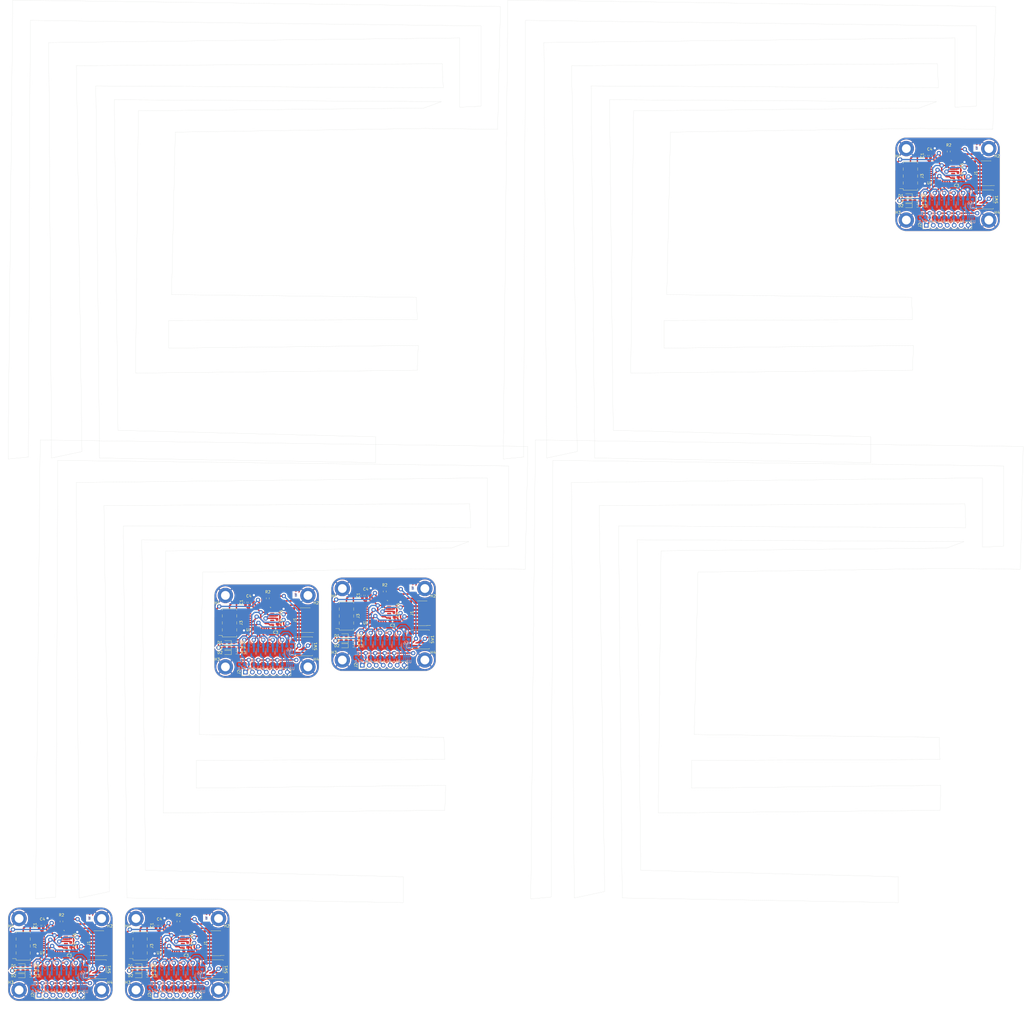
<source format=kicad_pcb>
(kicad_pcb (version 20221018) (generator pcbnew)
  (layers (0 "F.Cu" signal) (31 "B.Cu" signal) (34 "B.Paste" user) (35 "F.Paste" user) (36 "B.SilkS" user "B.Silkscreen") (37 "F.SilkS" user "F.Silkscreen") (38 "B.Mask" user) (39 "F.Mask" user) (44 "Edge.Cuts" user))
  (net 0 "")
  (net 1 "+5V-v10-")
  (net 2 "GND-v10-")
  (net 3 "+3.3V-v10-")
  (net 4 "Net-(D1-K)-v10-")
  (net 6 "Net-(D3-K)-v10-")
  (net 7 "Status_LED-v10-")
  (net 8 "Data_Clock_SNES-v10-")
  (net 9 "Data_Latch_SNES-v10-")
  (net 10 "Net-(D2-K)-v10-")
  (net 11 "Serial_Data1_SNES-v10-")
  (net 12 "Serial_Data2_SNES-v10-")
  (net 13 "SPI_Chip_Select-v10-")
  (net 14 "Chip_Enable-v10-")
  (net 15 "SPI_Digital_Input-v10-")
  (net 16 "SPI_Clock-v10-")
  (net 17 "SPI_Digital_Output-v10-")
  (net 18 "IOBit_SNES-v10-")
  (net 19 "Data_Clock_STM32-v10-")
  (net 20 "Data_Latch_STM32-v10-")
  (net 21 "Appairing_Btn-v10-")
  (net 22 "Net-(U2-BP)-v10-")
  (net 23 "SWDIO-v10-")
  (net 24 "SWDCK-v10-")
  (net 27 "NRST-v10-")
  (net 28 "USART2_RX-v10-")
  (net 29 "USART2_TX-v10-")
  (net 30 "Serial_Data1_STM32-v10-")
  (net 31 "IOBit_STM32-v10-")
  (net 32 "Serial_Data2_STM32-v10-")
  (net 46 "+5V-v11-")
  (net 47 "GND-v11-")
  (net 48 "+3.3V-v11-")
  (net 49 "Net-(D1-K)-v11-")
  (net 51 "Net-(D3-K)-v11-")
  (net 52 "Status_LED-v11-")
  (net 53 "Data_Clock_SNES-v11-")
  (net 54 "Data_Latch_SNES-v11-")
  (net 55 "Net-(D2-K)-v11-")
  (net 56 "Serial_Data1_SNES-v11-")
  (net 57 "Serial_Data2_SNES-v11-")
  (net 58 "SPI_Chip_Select-v11-")
  (net 59 "Chip_Enable-v11-")
  (net 60 "SPI_Digital_Input-v11-")
  (net 61 "SPI_Clock-v11-")
  (net 62 "SPI_Digital_Output-v11-")
  (net 63 "IOBit_SNES-v11-")
  (net 64 "Data_Clock_STM32-v11-")
  (net 65 "Data_Latch_STM32-v11-")
  (net 66 "Appairing_Btn-v11-")
  (net 67 "Net-(U2-BP)-v11-")
  (net 68 "SWDIO-v11-")
  (net 69 "SWDCK-v11-")
  (net 72 "NRST-v11-")
  (net 73 "USART2_RX-v11-")
  (net 74 "USART2_TX-v11-")
  (net 75 "Serial_Data1_STM32-v11-")
  (net 76 "IOBit_STM32-v11-")
  (net 77 "Serial_Data2_STM32-v11-")
  (net 91 "+5V-v12-")
  (net 92 "GND-v12-")
  (net 93 "+3.3V-v12-")
  (net 94 "Net-(D1-K)-v12-")
  (net 96 "Net-(D3-K)-v12-")
  (net 97 "Status_LED-v12-")
  (net 98 "Data_Clock_SNES-v12-")
  (net 99 "Data_Latch_SNES-v12-")
  (net 100 "Net-(D2-K)-v12-")
  (net 101 "Serial_Data1_SNES-v12-")
  (net 102 "Serial_Data2_SNES-v12-")
  (net 103 "SPI_Chip_Select-v12-")
  (net 104 "Chip_Enable-v12-")
  (net 105 "SPI_Digital_Input-v12-")
  (net 106 "SPI_Clock-v12-")
  (net 107 "SPI_Digital_Output-v12-")
  (net 108 "IOBit_SNES-v12-")
  (net 109 "Data_Clock_STM32-v12-")
  (net 110 "Data_Latch_STM32-v12-")
  (net 111 "Appairing_Btn-v12-")
  (net 112 "Net-(U2-BP)-v12-")
  (net 113 "SWDIO-v12-")
  (net 114 "SWDCK-v12-")
  (net 117 "NRST-v12-")
  (net 118 "USART2_RX-v12-")
  (net 119 "USART2_TX-v12-")
  (net 120 "Serial_Data1_STM32-v12-")
  (net 121 "IOBit_STM32-v12-")
  (net 122 "Serial_Data2_STM32-v12-")
  (net 136 "+5V-v13-")
  (net 137 "GND-v13-")
  (net 138 "+3.3V-v13-")
  (net 139 "Net-(D1-K)-v13-")
  (net 141 "Net-(D3-K)-v13-")
  (net 142 "Status_LED-v13-")
  (net 143 "Data_Clock_SNES-v13-")
  (net 144 "Data_Latch_SNES-v13-")
  (net 145 "Net-(D2-K)-v13-")
  (net 146 "Serial_Data1_SNES-v13-")
  (net 147 "Serial_Data2_SNES-v13-")
  (net 148 "SPI_Chip_Select-v13-")
  (net 149 "Chip_Enable-v13-")
  (net 150 "SPI_Digital_Input-v13-")
  (net 151 "SPI_Clock-v13-")
  (net 152 "SPI_Digital_Output-v13-")
  (net 153 "IOBit_SNES-v13-")
  (net 154 "Data_Clock_STM32-v13-")
  (net 155 "Data_Latch_STM32-v13-")
  (net 156 "Appairing_Btn-v13-")
  (net 157 "Net-(U2-BP)-v13-")
  (net 158 "SWDIO-v13-")
  (net 159 "SWDCK-v13-")
  (net 162 "NRST-v13-")
  (net 163 "USART2_RX-v13-")
  (net 164 "USART2_TX-v13-")
  (net 165 "Serial_Data1_STM32-v13-")
  (net 166 "IOBit_STM32-v13-")
  (net 167 "Serial_Data2_STM32-v13-")
  (net 181 "+5V-v14-")
  (net 182 "GND-v14-")
  (net 183 "+3.3V-v14-")
  (net 184 "Net-(D1-K)-v14-")
  (net 186 "Net-(D3-K)-v14-")
  (net 187 "Status_LED-v14-")
  (net 188 "Data_Clock_SNES-v14-")
  (net 189 "Data_Latch_SNES-v14-")
  (net 190 "Net-(D2-K)-v14-")
  (net 191 "Serial_Data1_SNES-v14-")
  (net 192 "Serial_Data2_SNES-v14-")
  (net 193 "SPI_Chip_Select-v14-")
  (net 194 "Chip_Enable-v14-")
  (net 195 "SPI_Digital_Input-v14-")
  (net 196 "SPI_Clock-v14-")
  (net 197 "SPI_Digital_Output-v14-")
  (net 198 "IOBit_SNES-v14-")
  (net 199 "Data_Clock_STM32-v14-")
  (net 200 "Data_Latch_STM32-v14-")
  (net 201 "Appairing_Btn-v14-")
  (net 202 "Net-(U2-BP)-v14-")
  (net 203 "SWDIO-v14-")
  (net 204 "SWDCK-v14-")
  (net 207 "NRST-v14-")
  (net 208 "USART2_RX-v14-")
  (net 209 "USART2_TX-v14-")
  (net 210 "Serial_Data1_STM32-v14-")
  (net 211 "IOBit_STM32-v14-")
  (net 212 "Serial_Data2_STM32-v14-")
  (footprint "Diode_SMD:D_0603_1608Metric_Pad1.05x0.95mm_HandSolder" (layer "F.Cu") (at 123.26875 236.05 180)
    (fp_text reference "D2")
    (fp_text value "LED_Small")
  )
  (footprint "Resistor_SMD:R_0603_1608Metric_Pad0.98x0.95mm_HandSolder" (layer "F.Cu") (at 84.26875 236.75)
    (fp_text reference "R4")
    (fp_text value "1k")
  )
  (footprint "MountingHole:MountingHole_3.2mm_M3_DIN965_Pad" (layer "F.Cu") (at 152.75 241.25)
    (fp_text reference "H4")
    (fp_text value "MountingHole_Pad")
  )
  (footprint "Package_QFP:LQFP-32_7x7mm_P0.8mm" (layer "F.Cu") (at 60.6 343.15 180)
    (fp_text reference "U1")
    (fp_text value "STM32L412KBTx")
  )
  (footprint "Resistor_SMD:R_0603_1608Metric_Pad0.98x0.95mm_HandSolder" (layer "F.Cu") (at 51.76875 354.25)
    (fp_text reference "R4")
    (fp_text value "1k")
  )
  (footprint "Capacitor_SMD:C_0603_1608Metric_Pad1.08x0.95mm_HandSolder" (layer "F.Cu") (at 66.51 341.5 90)
    (fp_text reference "C5")
    (fp_text value "100n")
  )
  (footprint "MountingHole:MountingHole_3.2mm_M3_DIN965_Pad" (layer "F.Cu") (at 122.75 215.25)
    (fp_text reference "H1")
    (fp_text value "MountingHole_Pad")
  )
  (footprint "Button_Switch_SMD:SW_SPST_B3S-1000" (layer "F.Cu") (at 108.75 236.25 180)
    (fp_text reference "SW1")
    (fp_text value "SW_SPST")
  )
  (footprint "MountingHole:MountingHole_3.2mm_M3_DIN965_Pad" (layer "F.Cu") (at 5.25 335.25)
    (fp_text reference "H1")
    (fp_text value "MountingHole_Pad")
  )
  (footprint "MountingHole:MountingHole_3.2mm_M3_DIN965_Pad" (layer "F.Cu") (at 110.25 243.75)
    (fp_text reference "H4")
    (fp_text value "MountingHole_Pad")
  )
  (footprint "Capacitor_SMD:C_0603_1608Metric_Pad1.08x0.95mm_HandSolder" (layer "F.Cu") (at 98.5025 229.69)
    (fp_text reference "C3")
    (fp_text value "100n")
  )
  (footprint "Capacitor_SMD:C_0603_1608Metric_Pad1.08x0.95mm_HandSolder" (layer "F.Cu") (at 14.05 337.75 90)
    (fp_text reference "C4")
    (fp_text value "100n")
  )
  (footprint "Diode_SMD:D_0603_1608Metric_Pad1.05x0.95mm_HandSolder" (layer "F.Cu") (at 5.76875 352.45 180)
    (fp_text reference "D1")
    (fp_text value "LED_Small")
  )
  (footprint "Button_Switch_SMD:SW_SPST_B3S-1000" (layer "F.Cu") (at 33.75 353.75 180)
    (fp_text reference "SW1")
    (fp_text value "SW_SPST")
  )
  (footprint "MountingHole:MountingHole_3.2mm_M3_DIN965_Pad" (layer "F.Cu") (at 35.25 335.25)
    (fp_text reference "H2")
    (fp_text value "MountingHole_Pad")
  )
  (footprint "Resistor_SMD:R_0603_1608Metric_Pad0.98x0.95mm_HandSolder" (layer "F.Cu") (at 9.26875 352.45)
    (fp_text reference "R1")
    (fp_text value "1k")
  )
  (footprint "Connector_PinHeader_1.27mm:PinHeader_2x07_P1.27mm_Vertical_SMD" (layer "F.Cu") (at 76.75 344.25 180)
    (fp_text reference "J1")
    (fp_text value "Conn_02x07_Odd_Even")
  )
  (footprint "Package_QFP:LQFP-32_7x7mm_P0.8mm" (layer "F.Cu") (at 135.6 223.15 180)
    (fp_text reference "U1")
    (fp_text value "STM32L412KBTx")
  )
  (footprint "Connector_PinHeader_2.54mm:PinHeader_1x07_P2.54mm_Vertical" (layer "F.Cu") (at 130 243.15 90)
    (fp_text reference "J2")
    (fp_text value "Conn_01x07_Socket")
  )
  (footprint "Resistor_SMD:R_0603_1608Metric_Pad0.98x0.95mm_HandSolder" (layer "F.Cu") (at 331.76875 74.25)
    (fp_text reference "R4")
    (fp_text value "1k")
  )
  (footprint "Capacitor_SMD:C_0603_1608Metric_Pad1.08x0.95mm_HandSolder" (layer "F.Cu") (at 56.55 337.75 90)
    (fp_text reference "C4")
    (fp_text value "100n")
  )
  (footprint "Connector_PinHeader_1.27mm:PinHeader_2x07_P1.27mm_Vertical_SMD" (layer "F.Cu") (at 34.25 344.25 180)
    (fp_text reference "J1")
    (fp_text value "Conn_02x07_Odd_Even")
  )
  (footprint "MountingHole:MountingHole_3.2mm_M3_DIN965_Pad" (layer "F.Cu") (at 35.25 361.25)
    (fp_text reference "H4")
    (fp_text value "MountingHole_Pad")
  )
  (footprint "MountingHole:MountingHole_3.2mm_M3_DIN965_Pad" (layer "F.Cu") (at 47.75 361.25)
    (fp_text reference "H3")
    (fp_text value "MountingHole_Pad")
  )
  (footprint "Capacitor_SMD:C_0603_1608Metric_Pad1.08x0.95mm_HandSolder" (layer "F.Cu") (at 346.51 64.8025 90)
    (fp_text reference "C2")
    (fp_text value "100n")
  )
  (footprint "Resistor_SMD:R_0603_1608Metric_Pad0.98x0.95mm_HandSolder" (layer "F.Cu") (at 84.26875 238.55)
    (fp_text reference "R3")
    (fp_text value "1k")
  )
  (footprint "Button_Switch_SMD:SW_SPST_B3S-1000" (layer "F.Cu") (at 356.25 73.75 180)
    (fp_text reference "SW1")
    (fp_text value "SW_SPST")
  )
  (footprint "Capacitor_SMD:C_0603_1608Metric_Pad1.08x0.95mm_HandSolder" (layer "F.Cu") (at 99.01 227.3025 90)
    (fp_text reference "C2")
    (fp_text value "100n")
  )
  (footprint "Diode_SMD:D_0603_1608Metric_Pad1.05x0.95mm_HandSolder" (layer "F.Cu") (at 5.76875 354.25 180)
    (fp_text reference "D3")
    (fp_text value "LED")
  )
  (footprint "Resistor_SMD:R_0603_1608Metric_Pad0.98x0.95mm_HandSolder" (layer "F.Cu") (at 9.26875 354.25)
    (fp_text reference "R4")
    (fp_text value "1k")
  )
  (footprint "Connector_PinSocket_2.54mm:PinSocket_2x04_P2.54mm_Vertical_SMD" (layer "F.Cu") (at 329.25 65.25 180)
    (fp_text reference "J3")
    (fp_text value "Conn_01x08_Socket")
  )
  (footprint "Button_Switch_SMD:SW_SPST_B3S-1000" (layer "F.Cu") (at 151.25 233.75 180)
    (fp_text reference "SW1")
    (fp_text value "SW_SPST")
  )
  (footprint "Resistor_SMD:R_0603_1608Metric_Pad0.98x0.95mm_HandSolder" (layer "F.Cu") (at 126.76875 236.05)
    (fp_text reference "R3")
    (fp_text value "1k")
  )
  (footprint "Package_QFP:LQFP-32_7x7mm_P0.8mm" (layer "F.Cu") (at 18.1 343.15 180)
    (fp_text reference "U1")
    (fp_text value "STM32L412KBTx")
  )
  (footprint "Connector_PinHeader_2.54mm:PinHeader_1x07_P2.54mm_Vertical" (layer "F.Cu") (at 87.5 245.65 90)
    (fp_text reference "J2")
    (fp_text value "Conn_01x07_Socket")
  )
  (footprint "Diode_SMD:D_0603_1608Metric_Pad1.05x0.95mm_HandSolder" (layer "F.Cu") (at 48.26875 356.05 180)
    (fp_text reference "D2")
    (fp_text value "LED_Small")
  )
  (footprint "MountingHole:MountingHole_3.2mm_M3_DIN965_Pad" (layer "F.Cu") (at 77.75 335.25)
    (fp_text reference "H2")
    (fp_text value "MountingHole_Pad")
  )
  (footprint "MountingHole:MountingHole_3.2mm_M3_DIN965_Pad" (layer "F.Cu") (at 5.25 361.25)
    (fp_text reference "H3")
    (fp_text value "MountingHole_Pad")
  )
  (footprint "MountingHole:MountingHole_3.2mm_M3_DIN965_Pad" (layer "F.Cu") (at 80.25 217.75)
    (fp_text reference "H1")
    (fp_text value "MountingHole_Pad")
  )
  (footprint "Capacitor_SMD:C_0603_1608Metric_Pad1.08x0.95mm_HandSolder" (layer "F.Cu") (at 23.5025 347.19)
    (fp_text reference "C3")
    (fp_text value "100n")
  )
  (footprint "Button_Switch_SMD:SW_SPST_B3S-1000" (layer "F.Cu") (at 76.25 353.75 180)
    (fp_text reference "SW1")
    (fp_text value "SW_SPST")
  )
  (footprint "Connector_PinSocket_2.54mm:PinSocket_2x04_P2.54mm_Vertical_SMD" (layer "F.Cu") (at 124.25 225.25 180)
    (fp_text reference "J3")
    (fp_text value "Conn_01x08_Socket")
  )
  (footprint "Capacitor_SMD:C_0603_1608Metric_Pad1.08x0.95mm_HandSolder" (layer "F.Cu") (at 66.0025 347.19)
    (fp_text reference "C3")
    (fp_text value "100n")
  )
  (footprint "Capacitor_SMD:C_0603_1608Metric_Pad1.08x0.95mm_HandSolder" (layer "F.Cu") (at 87.55 220.25 90)
    (fp_text reference "C1")
    (fp_text value "10u")
  )
  (footprint "Capacitor_SMD:C_0603_1608Metric_Pad1.08x0.95mm_HandSolder" (layer "F.Cu") (at 130.05 217.75 90)
    (fp_text reference "C1")
    (fp_text value "10u")
  )
  (footprint "Capacitor_SMD:C_0603_1608Metric_Pad1.08x0.95mm_HandSolder" (layer "F.Cu") (at 141.51 221.5 90)
    (fp_text reference "C5")
    (fp_text value "100n")
  )
  (footprint "Capacitor_SMD:C_0603_1608Metric_Pad1.08x0.95mm_HandSolder" (layer "F.Cu") (at 141.51 224.8025 90)
    (fp_text reference "C2")
    (fp_text value "100n")
  )
  (footprint "MountingHole:MountingHole_3.2mm_M3_DIN965_Pad" (layer "F.Cu") (at 357.75 55.25)
    (fp_text reference "H2")
    (fp_text value "MountingHole_Pad")
  )
  (footprint "MountingHole:MountingHole_3.2mm_M3_DIN965_Pad" (layer "F.Cu") (at 152.75 215.25)
    (fp_text reference "H2")
    (fp_text value "MountingHole_Pad")
  )
  (footprint "Connector_PinHeader_2.54mm:PinHeader_1x07_P2.54mm_Vertical" (layer "F.Cu") (at 335 83.15 90)
    (fp_text reference "J2")
    (fp_text value "Conn_01x07_Socket")
  )
  (footprint "Capacitor_SMD:C_0603_1608Metric_Pad1.08x0.95mm_HandSolder" (layer "F.Cu") (at 141.0025 227.19)
    (fp_text reference "C3")
    (fp_text value "100n")
  )
  (footprint "Connector_PinSocket_2.54mm:PinSocket_2x04_P2.54mm_Vertical_SMD" (layer "F.Cu") (at 81.75 227.75 180)
    (fp_text reference "J3")
    (fp_text value "Conn_01x08_Socket")
  )
  (footprint "MountingHole:MountingHole_3.2mm_M3_DIN965_Pad" (layer "F.Cu") (at 122.75 241.25)
    (fp_text reference "H3")
    (fp_text value "MountingHole_Pad")
  )
  (footprint "Diode_SMD:D_0603_1608Metric_Pad1.05x0.95mm_HandSolder" (layer "F.Cu") (at 328.26875 74.25 180)
    (fp_text reference "D3")
    (fp_text value "LED")
  )
  (footprint "Resistor_SMD:R_0603_1608Metric_Pad0.98x0.95mm_HandSolder" (layer "F.Cu") (at 126.76875 232.45)
    (fp_text reference "R1")
    (fp_text value "1k")
  )
  (footprint "Resistor_SMD:R_0603_1608Metric_Pad0.98x0.95mm_HandSolder" (layer "F.Cu") (at 51.76875 356.05)
    (fp_text reference "R3")
    (fp_text value "1k")
  )
  (footprint "Capacitor_SMD:C_0603_1608Metric_Pad1.08x0.95mm_HandSolder" (layer "F.Cu") (at 346.0025 67.19)
    (fp_text reference "C3")
    (fp_text value "100n")
  )
  (footprint "MountingHole:MountingHole_3.2mm_M3_DIN965_Pad" (layer "F.Cu") (at 327.75 81.25)
    (fp_text reference "H3")
    (fp_text value "MountingHole_Pad")
  )
  (footprint "Capacitor_SMD:C_0603_1608Metric_Pad1.08x0.95mm_HandSolder" (layer "F.Cu") (at 24.01 341.5 90)
    (fp_text reference "C5")
    (fp_text value "100n")
  )
  (footprint "Capacitor_SMD:C_0603_1608Metric_Pad1.08x0.95mm_HandSolder" (layer "F.Cu") (at 335.05 57.75 90)
    (fp_text reference "C1")
    (fp_text value "10u")
  )
  (footprint "Resistor_SMD:R_0603_1608Metric_Pad0.98x0.95mm_HandSolder" (layer "F.Cu") (at 126.76875 234.25)
    (fp_text reference "R4")
    (fp_text value "1k")
  )
  (footprint "Connector_PinHeader_1.27mm:PinHeader_2x07_P1.27mm_Vertical_SMD" (layer "F.Cu") (at 356.75 64.25 180)
    (fp_text reference "J1")
    (fp_text value "Conn_02x07_Odd_Even")
  )
  (footprint "Resistor_SMD:R_0603_1608Metric_Pad0.98x0.95mm_HandSolder" (layer "F.Cu") (at 51.76875 352.45)
    (fp_text reference "R1")
    (fp_text value "1k")
  )
  (footprint "MountingHole:MountingHole_3.2mm_M3_DIN965_Pad" (layer "F.Cu") (at 110.25 217.75)
    (fp_text reference "H2")
    (fp_text value "MountingHole_Pad")
  )
  (footprint "Resistor_SMD:R_0603_1608Metric_Pad0.98x0.95mm_HandSolder" (layer "F.Cu") (at 9.26875 356.05)
    (fp_text reference "R3")
    (fp_text value "1k")
  )
  (footprint "MountingHole:MountingHole_3.2mm_M3_DIN965_Pad" (layer "F.Cu") (at 357.75 81.25)
    (fp_text reference "H4")
    (fp_text value "MountingHole_Pad")
  )
  (footprint "Capacitor_SMD:C_0603_1608Metric_Pad1.08x0.95mm_HandSolder" (layer "F.Cu") (at 24.01 344.8025 90)
    (fp_text reference "C2")
    (fp_text value "100n")
  )
  (footprint "Diode_SMD:D_0603_1608Metric_Pad1.05x0.95mm_HandSolder" (layer "F.Cu") (at 80.76875 238.55 180)
    (fp_text reference "D2")
    (fp_text value "LED_Small")
  )
  (footprint "Connector_PinHeader_1.27mm:PinHeader_2x07_P1.27mm_Vertical_SMD" (layer "F.Cu") (at 151.75 224.25 180)
    (fp_text reference "J1")
    (fp_text value "Conn_02x07_Odd_Even")
  )
  (footprint "Diode_SMD:D_0603_1608Metric_Pad1.05x0.95mm_HandSolder" (layer "F.Cu") (at 48.26875 354.25 180)
    (fp_text reference "D3")
    (fp_text value "LED")
  )
  (footprint "Diode_SMD:D_0603_1608Metric_Pad1.05x0.95mm_HandSolder" (layer "F.Cu") (at 48.26875 352.45 180)
    (fp_text reference "D1")
    (fp_text value "LED_Small")
  )
  (footprint "Diode_SMD:D_0603_1608Metric_Pad1.05x0.95mm_HandSolder" (layer "F.Cu") (at 123.26875 232.45 180)
    (fp_text reference "D1")
    (fp_text value "LED_Small")
  )
  (footprint "Capacitor_SMD:C_0603_1608Metric_Pad1.08x0.95mm_HandSolder" (layer "F.Cu") (at 99.01 224 90)
    (fp_text reference "C5")
    (fp_text value "100n")
  )
  (footprint "Connector_PinHeader_2.54mm:PinHeader_1x07_P2.54mm_Vertical" (layer "F.Cu") (at 55 363.15 90)
    (fp_text reference "J2")
    (fp_text value "Conn_01x07_Socket")
  )
  (footprint "MountingHole:MountingHole_3.2mm_M3_DIN965_Pad" (layer "F.Cu") (at 327.75 55.25)
    (fp_text reference "H1")
    (fp_text value "MountingHole_Pad")
  )
  (footprint "Capacitor_SMD:C_0603_1608Metric_Pad1.08x0.95mm_HandSolder" (layer "F.Cu") (at 55.05 337.75 90)
    (fp_text reference "C1")
    (fp_text value "10u")
  )
  (footprint "Diode_SMD:D_0603_1608Metric_Pad1.05x0.95mm_HandSolder" (layer "F.Cu") (at 80.76875 236.75 180)
    (fp_text reference "D3")
    (fp_text value "LED")
  )
  (footprint "Diode_SMD:D_0603_1608Metric_Pad1.05x0.95mm_HandSolder" (layer "F.Cu") (at 123.26875 234.25 180)
    (fp_text reference "D3")
    (fp_text value "LED")
  )
  (footprint "Resistor_SMD:R_0603_1608Metric_Pad0.98x0.95mm_HandSolder" (layer "F.Cu") (at 343.17 56.32 90)
    (fp_text reference "R2")
    (fp_text value "10k")
  )
  (footprint "Capacitor_SMD:C_0603_1608Metric_Pad1.08x0.95mm_HandSolder" (layer "F.Cu") (at 12.55 337.75 90)
    (fp_text reference "C1")
    (fp_text value "10u")
  )
  (footprint "Capacitor_SMD:C_0603_1608Metric_Pad1.08x0.95mm_HandSolder" (layer "F.Cu") (at 131.55 217.75 90)
    (fp_text reference "C4")
    (fp_text value "100n")
  )
  (footprint "Capacitor_SMD:C_0603_1608Metric_Pad1.08x0.95mm_HandSolder" (layer "F.Cu") (at 66.51 344.8025 90)
    (fp_text reference "C2")
    (fp_text value "100n")
  )
  (footprint "Resistor_SMD:R_0603_1608Metric_Pad0.98x0.95mm_HandSolder" (layer "F.Cu") (at 20.67 336.32 90)
    (fp_text reference "R2")
    (fp_text value "10k")
  )
  (footprint "Resistor_SMD:R_0603_1608Metric_Pad0.98x0.95mm_HandSolder" (layer "F.Cu") (at 84.26875 234.95)
    (fp_text reference "R1")
    (fp_text value "1k")
  )
  (footprint "MountingHole:MountingHole_3.2mm_M3_DIN965_Pad" (layer "F.Cu") (at 80.25 243.75)
    (fp_text reference "H3")
    (fp_text value "MountingHole_Pad")
  )
  (footprint "Resistor_SMD:R_0603_1608Metric_Pad0.98x0.95mm_HandSolder" (layer "F.Cu") (at 63.17 336.32 90)
    (fp_text reference "R2")
    (fp_text value "10k")
  )
  (footprint "Diode_SMD:D_0603_1608Metric_Pad1.05x0.95mm_HandSolder" (layer "F.Cu") (at 328.26875 76.05 180)
    (fp_text reference "D2")
    (fp_text value "LED_Small")
  )
  (footprint "Capacitor_SMD:C_0603_1608Metric_Pad1.08x0.95mm_HandSolder" (layer "F.Cu") (at 89.05 220.25 90)
    (fp_text reference "C4")
    (fp_text value "100n")
  )
  (footprint "Package_QFP:LQFP-32_7x7mm_P0.8mm" (layer "F.Cu") (at 340.6 63.15 180)
    (fp_text reference "U1")
    (fp_text value "STM32L412KBTx")
  )
  (footprint "MountingHole:MountingHole_3.2mm_M3_DIN965_Pad" (layer "F.Cu") (at 77.75 361.25)
    (fp_text reference "H4")
    (fp_text value "MountingHole_Pad")
  )
  (footprint "Diode_SMD:D_0603_1608Metric_Pad1.05x0.95mm_HandSolder" (layer "F.Cu") (at 328.26875 72.45 180)
    (fp_text reference "D1")
    (fp_text value "LED_Small")
  )
  (footprint "Connector_PinHeader_2.54mm:PinHeader_1x07_P2.54mm_Vertical" (layer "F.Cu") (at 12.5 363.15 90)
    (fp_text reference "J2")
    (fp_text value "Conn_01x07_Socket")
  )
  (footprint "Capacitor_SMD:C_0603_1608Metric_Pad1.08x0.95mm_HandSolder" (layer "F.Cu") (at 346.51 61.5 90)
    (fp_text reference "C5")
    (fp_text value "100n")
  )
  (footprint "Diode_SMD:D_0603_1608Metric_Pad1.05x0.95mm_HandSolder" (layer "F.Cu") (at 5.76875 356.05 180)
    (fp_text reference "D2")
    (fp_text value "LED_Small")
  )
  (footprint "Diode_SMD:D_0603_1608Metric_Pad1.05x0.95mm_HandSolder" (layer "F.Cu") (at 80.76875 234.95 180)
    (fp_text reference "D1")
    (fp_text value "LED_Small")
  )
  (footprint "Resistor_SMD:R_0603_1608Metric_Pad0.98x0.95mm_HandSolder" (layer "F.Cu") (at 95.67 218.82 90)
    (fp_text reference "R2")
    (fp_text value "10k")
  )
  (footprint "Package_QFP:LQFP-32_7x7mm_P0.8mm" (layer "F.Cu") (at 93.1 225.65 180)
    (fp_text reference "U1")
    (fp_text value "STM32L412KBTx")
  )
  (footprint "Connector_PinSocket_2.54mm:PinSocket_2x04_P2.54mm_Vertical_SMD" (layer "F.Cu") (at 49.25 345.25 180)
    (fp_text reference "J3")
    (fp_text value "Conn_01x08_Socket")
  )
  (footprint "Connector_PinSocket_2.54mm:PinSocket_2x04_P2.54mm_Vertical_SMD" (layer "F.Cu") (at 6.75 345.25 180)
    (fp_text reference "J3")
    (fp_text value "Conn_01x08_Socket")
  )
  (footprint "Resistor_SMD:R_0603_1608Metric_Pad0.98x0.95mm_HandSolder" (layer "F.Cu") (at 138.17 216.32 90)
    (fp_text reference "R2")
    (fp_text value "10k")
  )
  (footprint "MountingHole:MountingHole_3.2mm_M3_DIN965_Pad" (layer "F.Cu") (at 47.75 335.25)
    (fp_text reference "H1")
    (fp_text value "MountingHole_Pad")
  )
  (footprint "Connector_PinHeader_1.27mm:PinHeader_2x07_P1.27mm_Vertical_SMD" (layer "F.Cu") (at 109.25 226.75 180)
    (fp_text reference "J1")
    (fp_text value "Conn_02x07_Odd_Even")
  )
  (footprint "Capacitor_SMD:C_0603_1608Metric_Pad1.08x0.95mm_HandSolder" (layer "F.Cu") (at 336.55 57.75 90)
    (fp_text reference "C4")
    (fp_text value "100n")
  )
  (footprint "Resistor_SMD:R_0603_1608Metric_Pad0.98x0.95mm_HandSolder" (layer "F.Cu") (at 331.76875 72.45)
    (fp_text reference "R1")
    (fp_text value "1k")
  )
  (footprint "Resistor_SMD:R_0603_1608Metric_Pad0.98x0.95mm_HandSolder" (layer "F.Cu") (at 331.76875 76.05)
    (fp_text reference "R3")
    (fp_text value "1k")
  )
  (footprint "Resistor_SMD:R_0603_1608Metric_Pad0.98x0.95mm_HandSolder" (layer "B.Cu") (at 25 360.35)
    (fp_text reference "R14")
    (fp_text value "10k")
  )
  (footprint "Resistor_SMD:R_0603_1608Metric_Pad0.98x0.95mm_HandSolder" (layer "B.Cu") (at 18.1 353.45)
    (fp_text reference "R7")
    (fp_text value "10k")
  )
  (footprint "Resistor_SMD:R_0603_1608Metric_Pad0.98x0.95mm_HandSolder" (layer "B.Cu") (at 25 353.45)
    (fp_text reference "R9")
    (fp_text value "10k")
  )
  (footprint "Package_TO_SOT_SMD:SOT-23" (layer "B.Cu") (at 21.55 356.15 -90)
    (fp_text reference "Q4")
    (fp_text value "2N7002")
  )
  (footprint "Resistor_SMD:R_0603_1608Metric_Pad0.98x0.95mm_HandSolder" (layer "B.Cu") (at 86.2 235.95)
    (fp_text reference "R5")
    (fp_text value "10k")
  )
  (footprint "Package_TO_SOT_SMD:SOT-23" (layer "B.Cu") (at 11.2 356.15 -90)
    (fp_text reference "Q1")
    (fp_text value "2N7002")
  )
  (footprint "Resistor_SMD:R_0603_1608Metric_Pad0.98x0.95mm_HandSolder" (layer "B.Cu") (at 344.05 73.45)
    (fp_text reference "R8")
    (fp_text value "10k")
  )
  (footprint "Resistor_SMD:R_0603_1608Metric_Pad0.98x0.95mm_HandSolder" (layer "B.Cu") (at 128.7 233.45)
    (fp_text reference "R5")
    (fp_text value "10k")
  )
  (footprint "Package_TO_SOT_SMD:SOT-23" (layer "B.Cu") (at 67.5 356.15 -90)
    (fp_text reference "Q5")
    (fp_text value "2N7002")
  )
  (footprint "Resistor_SMD:R_0603_1608Metric_Pad0.98x0.95mm_HandSolder" (layer "B.Cu") (at 89.65 235.95)
    (fp_text reference "R6")
    (fp_text value "10k")
  )
  (footprint "Package_TO_SOT_SMD:SOT-23" (layer "B.Cu") (at 344.05 76.15 -90)
    (fp_text reference "Q4")
    (fp_text value "2N7002")
  )
  (footprint "Package_TO_SOT_SMD:SOT-23" (layer "B.Cu") (at 25 356.15 -90)
    (fp_text reference "Q5")
    (fp_text value "2N7002")
  )
  (footprint "Resistor_SMD:R_0603_1608Metric_Pad0.98x0.95mm_HandSolder" (layer "B.Cu") (at 11.2 360.35)
    (fp_text reference "R10")
    (fp_text value "10k")
  )
  (footprint "Package_TO_SOT_SMD:SOT-23" (layer "B.Cu") (at 64.05 356.15 -90)
    (fp_text reference "Q4")
    (fp_text value "2N7002")
  )
  (footprint "Resistor_SMD:R_0603_1608Metric_Pad0.98x0.95mm_HandSolder" (layer "B.Cu") (at 340.6 73.45)
    (fp_text reference "R7")
    (fp_text value "10k")
  )
  (footprint "Capacitor_SMD:C_0603_1608Metric_Pad1.08x0.95mm_HandSolder" (layer "B.Cu") (at 145.9 232.2 180)
    (fp_text reference "C7")
    (fp_text value "2.2u")
  )
  (footprint "Package_TO_SOT_SMD:SOT-23" (layer "B.Cu") (at 333.7 76.15 -90)
    (fp_text reference "Q1")
    (fp_text value "2N7002")
  )
  (footprint "Package_TO_SOT_SMD:SOT-23" (layer "B.Cu") (at 89.65 238.65 -90)
    (fp_text reference "Q2")
    (fp_text value "2N7002")
  )
  (footprint "Package_TO_SOT_SMD:SOT-23" (layer "B.Cu") (at 18.1 356.15 -90)
    (fp_text reference "Q3")
    (fp_text value "2N7002")
  )
  (footprint "Resistor_SMD:R_0603_1608Metric_Pad0.98x0.95mm_HandSolder" (layer "B.Cu") (at 333.7 73.45)
    (fp_text reference "R5")
    (fp_text value "10k")
  )
  (footprint "Package_TO_SOT_SMD:SOT-23" (layer "B.Cu") (at 53.7 356.15 -90)
    (fp_text reference "Q1")
    (fp_text value "2N7002")
  )
  (footprint "Package_SO:MSOP-8_3x3mm_P0.65mm" (layer "B.Cu") (at 28.5125 357.9 -90)
    (fp_text reference "U2")
    (fp_text value "MIC5219-3.3YMM")
  )
  (footprint "Package_TO_SOT_SMD:SOT-23" (layer "B.Cu") (at 142.5 236.15 -90)
    (fp_text reference "Q5")
    (fp_text value "2N7002")
  )
  (footprint "Package_TO_SOT_SMD:SOT-23" (layer "B.Cu") (at 14.65 356.15 -90)
    (fp_text reference "Q2")
    (fp_text value "2N7002")
  )
  (footprint "Resistor_SMD:R_0603_1608Metric_Pad0.98x0.95mm_HandSolder" (layer "B.Cu") (at 139.05 240.35)
    (fp_text reference "R13")
    (fp_text value "10k")
  )
  (footprint "Package_SO:MSOP-8_3x3mm_P0.65mm" (layer "B.Cu") (at 103.5125 240.4 -90)
    (fp_text reference "U2")
    (fp_text value "MIC5219-3.3YMM")
  )
  (footprint "Resistor_SMD:R_0603_1608Metric_Pad0.98x0.95mm_HandSolder" (layer "B.Cu") (at 14.65 353.45)
    (fp_text reference "R6")
    (fp_text value "10k")
  )
  (footprint "Resistor_SMD:R_0603_1608Metric_Pad0.98x0.95mm_HandSolder" (layer "B.Cu") (at 333.7 80.35)
    (fp_text reference "R10")
    (fp_text value "10k")
  )
  (footprint "Capacitor_SMD:C_0603_1608Metric_Pad1.08x0.95mm_HandSolder" (layer "B.Cu") (at 145.9 233.7 180)
    (fp_text reference "C6")
    (fp_text value "470p")
  )
  (footprint "Resistor_SMD:R_0603_1608Metric_Pad0.98x0.95mm_HandSolder" (layer "B.Cu") (at 96.55 235.95)
    (fp_text reference "R8")
    (fp_text value "10k")
  )
  (footprint "Package_TO_SOT_SMD:SOT-23" (layer "B.Cu") (at 135.6 236.15 -90)
    (fp_text reference "Q3")
    (fp_text value "2N7002")
  )
  (footprint "Package_TO_SOT_SMD:SOT-23" (layer "B.Cu") (at 132.15 236.15 -90)
    (fp_text reference "Q2")
    (fp_text value "2N7002")
  )
  (footprint "Package_SO:MSOP-8_3x3mm_P0.65mm" (layer "B.Cu") (at 351.0125 77.9 -90)
    (fp_text reference "U2")
    (fp_text value "MIC5219-3.3YMM")
  )
  (footprint "Resistor_SMD:R_0603_1608Metric_Pad0.98x0.95mm_HandSolder" (layer "B.Cu") (at 11.2 353.45)
    (fp_text reference "R5")
    (fp_text value "10k")
  )
  (footprint "Resistor_SMD:R_0603_1608Metric_Pad0.98x0.95mm_HandSolder" (layer "B.Cu") (at 64.05 360.35)
    (fp_text reference "R13")
    (fp_text value "10k")
  )
  (footprint "Resistor_SMD:R_0603_1608Metric_Pad0.98x0.95mm_HandSolder" (layer "B.Cu") (at 57.15 353.45)
    (fp_text reference "R6")
    (fp_text value "10k")
  )
  (footprint "Package_SO:MSOP-8_3x3mm_P0.65mm" (layer "B.Cu") (at 146.0125 237.9 -90)
    (fp_text reference "U2")
    (fp_text value "MIC5219-3.3YMM")
  )
  (footprint "Resistor_SMD:R_0603_1608Metric_Pad0.98x0.95mm_HandSolder" (layer "B.Cu") (at 337.15 80.35)
    (fp_text reference "R11")
    (fp_text value "10k")
  )
  (footprint "Resistor_SMD:R_0603_1608Metric_Pad0.98x0.95mm_HandSolder" (layer "B.Cu") (at 96.55 242.85)
    (fp_text reference "R13")
    (fp_text value "10k")
  )
  (footprint "Resistor_SMD:R_0603_1608Metric_Pad0.98x0.95mm_HandSolder" (layer "B.Cu") (at 135.6 233.45)
    (fp_text reference "R7")
    (fp_text value "10k")
  )
  (footprint "Resistor_SMD:R_0603_1608Metric_Pad0.98x0.95mm_HandSolder" (layer "B.Cu") (at 142.5 240.35)
    (fp_text reference "R14")
    (fp_text value "10k")
  )
  (footprint "Resistor_SMD:R_0603_1608Metric_Pad0.98x0.95mm_HandSolder" (layer "B.Cu") (at 53.7 353.45)
    (fp_text reference "R5")
    (fp_text value "10k")
  )
  (footprint "Resistor_SMD:R_0603_1608Metric_Pad0.98x0.95mm_HandSolder" (layer "B.Cu") (at 337.15 73.45)
    (fp_text reference "R6")
    (fp_text value "10k")
  )
  (footprint "Capacitor_SMD:C_0603_1608Metric_Pad1.08x0.95mm_HandSolder" (layer "B.Cu") (at 350.9 73.7 180)
    (fp_text reference "C6")
    (fp_text value "470p")
  )
  (footprint "Capacitor_SMD:C_0603_1608Metric_Pad1.08x0.95mm_HandSolder" (layer "B.Cu") (at 70.9 353.7 180)
    (fp_text reference "C6")
    (fp_text value "470p")
  )
  (footprint "Resistor_SMD:R_0603_1608Metric_Pad0.98x0.95mm_HandSolder" (layer "B.Cu") (at 14.65 360.35)
    (fp_text reference "R11")
    (fp_text value "10k")
  )
  (footprint "Resistor_SMD:R_0603_1608Metric_Pad0.98x0.95mm_HandSolder" (layer "B.Cu") (at 57.15 360.35)
    (fp_text reference "R11")
    (fp_text value "10k")
  )
  (footprint "Resistor_SMD:R_0603_1608Metric_Pad0.98x0.95mm_HandSolder" (layer "B.Cu") (at 132.15 233.45)
    (fp_text reference "R6")
    (fp_text value "10k")
  )
  (footprint "Package_TO_SOT_SMD:SOT-23" (layer "B.Cu") (at 86.2 238.65 -90)
    (fp_text reference "Q1")
    (fp_text value "2N7002")
  )
  (footprint "Capacitor_SMD:C_0603_1608Metric_Pad1.08x0.95mm_HandSolder" (layer "B.Cu") (at 28.4 352.2 180)
    (fp_text reference "C7")
    (fp_text value "2.2u")
  )
  (footprint "Resistor_SMD:R_0603_1608Metric_Pad0.98x0.95mm_HandSolder" (layer "B.Cu") (at 60.6 360.35)
    (fp_text reference "R12")
    (fp_text value "10k")
  )
  (footprint "Capacitor_SMD:C_0603_1608Metric_Pad1.08x0.95mm_HandSolder" (layer "B.Cu") (at 103.4 234.7 180)
    (fp_text reference "C7")
    (fp_text value "2.2u")
  )
  (footprint "Package_TO_SOT_SMD:SOT-23" (layer "B.Cu") (at 340.6 76.15 -90)
    (fp_text reference "Q3")
    (fp_text value "2N7002")
  )
  (footprint "Resistor_SMD:R_0603_1608Metric_Pad0.98x0.95mm_HandSolder" (layer "B.Cu") (at 60.6 353.45)
    (fp_text reference "R7")
    (fp_text value "10k")
  )
  (footprint "Resistor_SMD:R_0603_1608Metric_Pad0.98x0.95mm_HandSolder" (layer "B.Cu") (at 64.05 353.45)
    (fp_text reference "R8")
    (fp_text value "10k")
  )
  (footprint "Capacitor_SMD:C_0603_1608Metric_Pad1.08x0.95mm_HandSolder" (layer "B.Cu") (at 350.9 72.2 180)
    (fp_text reference "C7")
    (fp_text value "2.2u")
  )
  (footprint "Resistor_SMD:R_0603_1608Metric_Pad0.98x0.95mm_HandSolder" (layer "B.Cu") (at 344.05 80.35)
    (fp_text reference "R13")
    (fp_text value "10k")
  )
  (footprint "Resistor_SMD:R_0603_1608Metric_Pad0.98x0.95mm_HandSolder" (layer "B.Cu") (at 67.5 353.45)
    (fp_text reference "R9")
    (fp_text value "10k")
  )
  (footprint "Capacitor_SMD:C_0603_1608Metric_Pad1.08x0.95mm_HandSolder" (layer "B.Cu") (at 28.4 353.7 180)
    (fp_text reference "C6")
    (fp_text value "470p")
  )
  (footprint "Resistor_SMD:R_0603_1608Metric_Pad0.98x0.95mm_HandSolder" (layer "B.Cu") (at 347.5 73.45)
    (fp_text reference "R9")
    (fp_text value "10k")
  )
  (footprint "Package_TO_SOT_SMD:SOT-23" (layer "B.Cu") (at 93.1 238.65 -90)
    (fp_text reference "Q3")
    (fp_text value "2N7002")
  )
  (footprint "Package_TO_SOT_SMD:SOT-23" (layer "B.Cu") (at 96.55 238.65 -90)
    (fp_text reference "Q4")
    (fp_text value "2N7002")
  )
  (footprint "Resistor_SMD:R_0603_1608Metric_Pad0.98x0.95mm_HandSolder" (layer "B.Cu") (at 340.6 80.35)
    (fp_text reference "R12")
    (fp_text value "10k")
  )
  (footprint "Resistor_SMD:R_0603_1608Metric_Pad0.98x0.95mm_HandSolder" (layer "B.Cu") (at 93.1 242.85)
    (fp_text reference "R12")
    (fp_text value "10k")
  )
  (footprint "Package_TO_SOT_SMD:SOT-23" (layer "B.Cu") (at 337.15 76.15 -90)
    (fp_text reference "Q2")
    (fp_text value "2N7002")
  )
  (footprint "Package_TO_SOT_SMD:SOT-23" (layer "B.Cu") (at 347.5 76.15 -90)
    (fp_text reference "Q5")
    (fp_text value "2N7002")
  )
  (footprint "Resistor_SMD:R_0603_1608Metric_Pad0.98x0.95mm_HandSolder" (layer "B.Cu") (at 128.7 240.35)
    (fp_text reference "R10")
    (fp_text value "10k")
  )
  (footprint "Package_TO_SOT_SMD:SOT-23" (layer "B.Cu") (at 139.05 236.15 -90)
    (fp_text reference "Q4")
    (fp_text value "2N7002")
  )
  (footprint "Resistor_SMD:R_0603_1608Metric_Pad0.98x0.95mm_HandSolder" (layer "B.Cu") (at 18.1 360.35)
    (fp_text reference "R12")
    (fp_text value "10k")
  )
  (footprint "Resistor_SMD:R_0603_1608Metric_Pad0.98x0.95mm_HandSolder" (layer "B.Cu") (at 89.65 242.85)
    (fp_text reference "R11")
    (fp_text value "10k")
  )
  (footprint "Resistor_SMD:R_0603_1608Metric_Pad0.98x0.95mm_HandSolder" (layer "B.Cu") (at 93.1 235.95)
    (fp_text reference "R7")
    (fp_text value "10k")
  )
  (footprint "Package_TO_SOT_SMD:SOT-23" (layer "B.Cu") (at 100 238.65 -90)
    (fp_text reference "Q5")
    (fp_text value "2N7002")
  )
  (footprint "Resistor_SMD:R_0603_1608Metric_Pad0.98x0.95mm_HandSolder" (layer "B.Cu") (at 347.5 80.35)
    (fp_text reference "R14")
    (fp_text value "10k")
  )
  (footprint "Package_TO_SOT_SMD:SOT-23" (layer "B.Cu") (at 60.6 356.15 -90)
    (fp_text reference "Q3")
    (fp_text value "2N7002")
  )
  (footprint "Resistor_SMD:R_0603_1608Metric_Pad0.98x0.95mm_HandSolder" (layer "B.Cu") (at 100 235.95)
    (fp_text reference "R9")
    (fp_text value "10k")
  )
  (footprint "Resistor_SMD:R_0603_1608Metric_Pad0.98x0.95mm_HandSolder" (layer "B.Cu") (at 100 242.85)
    (fp_text reference "R14")
    (fp_text value "10k")
  )
  (footprint "Resistor_SMD:R_0603_1608Metric_Pad0.98x0.95mm_HandSolder" (layer "B.Cu") (at 132.15 240.35)
    (fp_text reference "R11")
    (fp_text value "10k")
  )
  (footprint "Resistor_SMD:R_0603_1608Metric_Pad0.98x0.95mm_HandSolder" (layer "B.Cu") (at 21.55 360.35)
    (fp_text reference "R13")
    (fp_text value "10k")
  )
  (footprint "Resistor_SMD:R_0603_1608Metric_Pad0.98x0.95mm_HandSolder" (layer "B.Cu") (at 67.5 360.35)
    (fp_text reference "R14")
    (fp_text value "10k")
  )
  (footprint "Package_TO_SOT_SMD:SOT-23" (layer "B.Cu") (at 57.15 356.15 -90)
    (fp_text reference "Q2")
    (fp_text value "2N7002")
  )
  (footprint "Resistor_SMD:R_0603_1608Metric_Pad0.98x0.95mm_HandSolder" (layer "B.Cu") (at 139.05 233.45)
    (fp_text reference "R8")
    (fp_text value "10k")
  )
  (footprint "Package_TO_SOT_SMD:SOT-23" (layer "B.Cu") (at 128.7 236.15 -90)
    (fp_text reference "Q1")
    (fp_text value "2N7002")
  )
  (footprint "Resistor_SMD:R_0603_1608Metric_Pad0.98x0.95mm_HandSolder" (layer "B.Cu") (at 86.2 242.85)
    (fp_text reference "R10")
    (fp_text value "10k")
  )
  (footprint "Resistor_SMD:R_0603_1608Metric_Pad0.98x0.95mm_HandSolder" (layer "B.Cu") (at 53.7 360.35)
    (fp_text reference "R10")
    (fp_text value "10k")
  )
  (footprint "Capacitor_SMD:C_0603_1608Metric_Pad1.08x0.95mm_HandSolder" (layer "B.Cu") (at 70.9 352.2 180)
    (fp_text reference "C7")
    (fp_text value "2.2u")
  )
  (footprint "Package_SO:MSOP-8_3x3mm_P0.65mm" (layer "B.Cu") (at 71.0125 357.9 -90)
    (fp_text reference "U2")
    (fp_text value "MIC5219-3.3YMM")
  )
  (footprint "Resistor_SMD:R_0603_1608Metric_Pad0.98x0.95mm_HandSolder" (layer "B.Cu") (at 135.6 240.35)
    (fp_text reference "R12")
    (fp_text value "10k")
  )
  (footprint "Capacitor_SMD:C_0603_1608Metric_Pad1.08x0.95mm_HandSolder" (layer "B.Cu") (at 103.4 236.2 180)
    (fp_text reference "C6")
    (fp_text value "470p")
  )
  (footprint "Resistor_SMD:R_0603_1608Metric_Pad0.98x0.95mm_HandSolder" (layer "B.Cu") (at 142.5 233.45)
    (fp_text reference "R9")
    (fp_text value "10k")
  )
  (footprint "Resistor_SMD:R_0603_1608Metric_Pad0.98x0.95mm_HandSolder" (layer "B.Cu") (at 21.55 353.45)
    (fp_text reference "R8")
    (fp_text value "10k")
  )
  (gr_line (start 339.999937 277.42989) (end 339.659937 269.36989) (stroke (width 0.05)) (layer "Edge.Cuts"))
  (gr_line (start 342.349937 200.53989) (end 238.599937 201.53989) (stroke (width 0.05)) (layer "Edge.Cuts"))
  (gr_line (start 192.929937 161.24989) (end 191.249937 328.12989) (stroke (width 0.05)) (layer "Edge.Cuts"))
  (gr_line (start 35.25 365.25) (end 5.25 365.25) (stroke (width 0.1)) (layer "Edge.Cuts"))
  (gr_line (start 118.75 241.25) (end 118.75 215.25) (stroke (width 0.1)) (layer "Edge.Cuts"))
  (gr_line (start 355.439937 200.19989) (end 355.439937 175.01989) (stroke (width 0.05)) (layer "Edge.Cuts"))
  (gr_arc (start 77.75 331.25) (mid 80.578427 332.421573) (end 81.75 335.25) (stroke (width 0.1)) (layer "Edge.Cuts"))
  (gr_line (start 158.729937 38.18989) (end 152.349937 40.53989) (stroke (width 0.05)) (layer "Edge.Cuts"))
  (gr_line (start 43.75 361.25) (end 43.75 335.25) (stroke (width 0.1)) (layer "Edge.Cuts"))
  (gr_line (start 329.999937 135.88989) (end 330.329937 126.82989) (stroke (width 0.05)) (layer "Edge.Cuts"))
  (gr_line (start 159.999937 295.88989) (end 160.329937 286.82989) (stroke (width 0.05)) (layer "Edge.Cuts"))
  (gr_line (start 48.599937 41.53989) (end 47.589937 136.89989) (stroke (width 0.05)) (layer "Edge.Cuts"))
  (gr_line (start 33.149937 32.47989) (end 34.489937 167.78989) (stroke (width 0.05)) (layer "Edge.Cuts"))
  (gr_line (start 324.889937 320.06989) (end 231.209937 317.71989) (stroke (width 0.05)) (layer "Edge.Cuts"))
  (gr_line (start 330.329937 126.82989) (end 239.679937 127.82989) (stroke (width 0.05)) (layer "Edge.Cuts"))
  (gr_line (start 180.219937 3.59989) (end 2.929937 1.24989) (stroke (width 0.05)) (layer "Edge.Cuts"))
  (gr_arc (start 118.75 215.25) (mid 119.921573 212.421573) (end 122.75 211.25) (stroke (width 0.1)) (layer "Edge.Cuts"))
  (gr_line (start 69.679937 277.75989) (end 159.999937 277.42989) (stroke (width 0.05)) (layer "Edge.Cuts"))
  (gr_arc (start 47.75 365.25) (mid 44.921573 364.078427) (end 43.75 361.25) (stroke (width 0.1)) (layer "Edge.Cuts"))
  (gr_line (start 314.889937 169.46989) (end 314.889937 160.06989) (stroke (width 0.05)) (layer "Edge.Cuts"))
  (gr_line (start 44.489937 327.78989) (end 144.889937 329.46989) (stroke (width 0.05)) (layer "Edge.Cuts"))
  (gr_line (start 314.889937 160.06989) (end 221.209937 157.71989) (stroke (width 0.05)) (layer "Edge.Cuts"))
  (gr_line (start 2.929937 1.24989) (end 1.249937 168.12989) (stroke (width 0.05)) (layer "Edge.Cuts"))
  (gr_line (start 134.889937 160.06989) (end 41.209937 157.71989) (stroke (width 0.05)) (layer "Edge.Cuts"))
  (gr_line (start 345.439937 15.01989) (end 196.029937 16.69989) (stroke (width 0.05)) (layer "Edge.Cuts"))
  (gr_line (start 28.119937 165.43989) (end 26.099937 25.08989) (stroke (width 0.05)) (layer "Edge.Cuts"))
  (gr_line (start 165.439937 40.19989) (end 165.439937 15.01989) (stroke (width 0.05)) (layer "Edge.Cuts"))
  (gr_arc (start 80.25 247.75) (mid 77.421573 246.578427) (end 76.25 243.75) (stroke (width 0.1)) (layer "Edge.Cuts"))
  (gr_line (start 168.729937 198.18989) (end 162.349937 200.53989) (stroke (width 0.05)) (layer "Edge.Cuts"))
  (gr_arc (start 327.75 85.25) (mid 324.921573 84.078427) (end 323.75 81.25) (stroke (width 0.1)) (layer "Edge.Cuts"))
  (gr_line (start 357.75 85.25) (end 327.75 85.25) (stroke (width 0.1)) (layer "Edge.Cuts"))
  (gr_arc (start 1.25 335.25) (mid 2.421573 332.421573) (end 5.25 331.25) (stroke (width 0.1)) (layer "Edge.Cuts"))
  (gr_line (start 361.75 55.25) (end 361.75 81.25) (stroke (width 0.1)) (layer "Edge.Cuts"))
  (gr_arc (start 114.25 243.75) (mid 113.078427 246.578427) (end 110.25 247.75) (stroke (width 0.1)) (layer "Edge.Cuts"))
  (gr_line (start 18.639937 327.44989) (end 19.309937 168.63989) (stroke (width 0.05)) (layer "Edge.Cuts"))
  (gr_line (start 196.029937 16.69989) (end 197.039937 167.78989) (stroke (width 0.05)) (layer "Edge.Cuts"))
  (gr_line (start 149.999937 135.88989) (end 150.329937 126.82989) (stroke (width 0.05)) (layer "Edge.Cuts"))
  (gr_line (start 227.589937 136.89989) (end 329.999937 135.88989) (stroke (width 0.05)) (layer "Edge.Cuts"))
  (gr_line (start 238.599937 201.53989) (end 237.589937 296.89989) (stroke (width 0.05)) (layer "Edge.Cuts"))
  (gr_arc (start 152.75 211.25) (mid 155.578427 212.421573) (end 156.75 215.25) (stroke (width 0.1)) (layer "Edge.Cuts"))
  (gr_line (start 36.099937 185.08989) (end 169.059937 184.41989) (stroke (width 0.05)) (layer "Edge.Cuts"))
  (gr_line (start 58.599937 201.53989) (end 57.589937 296.89989) (stroke (width 0.05)) (layer "Edge.Cuts"))
  (gr_line (start 231.209937 317.71989) (end 229.869937 197.50989) (stroke (width 0.05)) (layer "Edge.Cuts"))
  (gr_line (start 173.159937 10.64989) (end 173.159937 39.85989) (stroke (width 0.05)) (layer "Edge.Cuts"))
  (gr_arc (start 43.75 335.25) (mid 44.921573 332.421573) (end 47.75 331.25) (stroke (width 0.1)) (layer "Edge.Cuts"))
  (gr_line (start 27.039937 327.78989) (end 38.119937 325.43989) (stroke (width 0.05)) (layer "Edge.Cuts"))
  (gr_line (start 324.889937 329.46989) (end 324.889937 320.06989) (stroke (width 0.05)) (layer "Edge.Cuts"))
  (gr_line (start 360.219937 3.59989) (end 182.929937 1.24989) (stroke (width 0.05)) (layer "Edge.Cuts"))
  (gr_line (start 34.489937 167.78989) (end 134.889937 169.46989) (stroke (width 0.05)) (layer "Edge.Cuts"))
  (gr_line (start 16.029937 16.69989) (end 17.039937 167.78989) (stroke (width 0.05)) (layer "Edge.Cuts"))
  (gr_line (start 77.75 365.25) (end 47.75 365.25) (stroke (width 0.1)) (layer "Edge.Cuts"))
  (gr_line (start 181.249937 168.12989) (end 188.639937 167.44989) (stroke (width 0.05)) (layer "Edge.Cuts"))
  (gr_line (start 214.489937 167.78989) (end 314.889937 169.46989) (stroke (width 0.05)) (layer "Edge.Cuts"))
  (gr_line (start 81.75 335.25) (end 81.75 361.25) (stroke (width 0.1)) (layer "Edge.Cuts"))
  (gr_arc (start 323.75 55.25) (mid 324.921573 52.421573) (end 327.75 51.25) (stroke (width 0.1)) (layer "Edge.Cuts"))
  (gr_line (start 149.659937 109.36989) (end 60.679937 108.35989) (stroke (width 0.05)) (layer "Edge.Cuts"))
  (gr_line (start 191.249937 328.12989) (end 198.639937 327.44989) (stroke (width 0.05)) (layer "Edge.Cuts"))
  (gr_line (start 182.929937 1.24989) (end 181.249937 168.12989) (stroke (width 0.05)) (layer "Edge.Cuts"))
  (gr_line (start 242.029937 49.26989) (end 333.019937 47.91989) (stroke (width 0.05)) (layer "Edge.Cuts"))
  (gr_line (start 159.999937 277.42989) (end 159.659937 269.36989) (stroke (width 0.05)) (layer "Edge.Cuts"))
  (gr_line (start 80.25 213.75) (end 110.25 213.75) (stroke (width 0.1)) (layer "Edge.Cuts"))
  (gr_line (start 332.349937 40.53989) (end 228.599937 41.53989) (stroke (width 0.05)) (layer "Edge.Cuts"))
  (gr_arc (start 361.75 81.25) (mid 360.578427 84.078427) (end 357.75 85.25) (stroke (width 0.1)) (layer "Edge.Cuts"))
  (gr_line (start 165.439937 15.01989) (end 16.029937 16.69989) (stroke (width 0.05)) (layer "Edge.Cuts"))
  (gr_arc (start 76.25 217.75) (mid 77.421573 214.921573) (end 80.25 213.75) (stroke (width 0.1)) (layer "Edge.Cuts"))
  (gr_line (start 197.039937 167.78989) (end 208.119937 165.43989) (stroke (width 0.05)) (layer "Edge.Cuts"))
  (gr_line (start 206.029937 176.69989) (end 207.039937 327.78989) (stroke (width 0.05)) (layer "Edge.Cuts"))
  (gr_line (start 59.679937 117.75989) (end 149.999937 117.42989) (stroke (width 0.05)) (layer "Edge.Cuts"))
  (gr_arc (start 81.75 361.25) (mid 80.578427 364.078427) (end 77.75 365.25) (stroke (width 0.1)) (layer "Edge.Cuts"))
  (gr_line (start 159.399937 33.14989) (end 33.149937 32.47989) (stroke (width 0.05)) (layer "Edge.Cuts"))
  (gr_line (start 144.889937 320.06989) (end 51.209937 317.71989) (stroke (width 0.05)) (layer "Edge.Cuts"))
  (gr_line (start 8.639937 167.44989) (end 9.309937 8.63989) (stroke (width 0.05)) (layer "Edge.Cuts"))
  (gr_line (start 216.099937 185.08989) (end 349.059937 184.41989) (stroke (width 0.05)) (layer "Edge.Cuts"))
  (gr_line (start 355.439937 175.01989) (end 206.029937 176.69989) (stroke (width 0.05)) (layer "Edge.Cuts"))
  (gr_line (start 26.099937 25.08989) (end 159.059937 24.41989) (stroke (width 0.05)) (layer "Edge.Cuts"))
  (gr_line (start 72.029937 209.26989) (end 163.019937 207.91989) (stroke (width 0.05)) (layer "Edge.Cuts"))
  (gr_line (start 152.349937 40.53989) (end 48.599937 41.53989) (stroke (width 0.05)) (layer "Edge.Cuts"))
  (gr_line (start 169.059937 184.41989) (end 169.399937 193.14989) (stroke (width 0.05)) (layer "Edge.Cuts"))
  (gr_line (start 370.219937 163.59989) (end 192.929937 161.24989) (stroke (width 0.05)) (layer "Edge.Cuts"))
  (gr_line (start 110.25 247.75) (end 80.25 247.75) (stroke (width 0.1)) (layer "Edge.Cuts"))
  (gr_line (start 218.119937 325.43989) (end 216.099937 185.08989) (stroke (width 0.05)) (layer "Edge.Cuts"))
  (gr_line (start 19.309937 168.63989) (end 183.159937 170.64989) (stroke (width 0.05)) (layer "Edge.Cuts"))
  (gr_line (start 38.119937 325.43989) (end 36.099937 185.08989) (stroke (width 0.05)) (layer "Edge.Cuts"))
  (gr_line (start 173.159937 39.85989) (end 165.439937 40.19989) (stroke (width 0.05)) (layer "Edge.Cuts"))
  (gr_line (start 39.869937 37.50989) (end 158.729937 38.18989) (stroke (width 0.05)) (layer "Edge.Cuts"))
  (gr_line (start 349.399937 193.14989) (end 223.149937 192.47989) (stroke (width 0.05)) (layer "Edge.Cuts"))
  (gr_line (start 43.149937 192.47989) (end 44.489937 327.78989) (stroke (width 0.05)) (layer "Edge.Cuts"))
  (gr_line (start 199.309937 168.63989) (end 363.159937 170.64989) (stroke (width 0.05)) (layer "Edge.Cuts"))
  (gr_line (start 252.029937 209.26989) (end 343.019937 207.91989) (stroke (width 0.05)) (layer "Edge.Cuts"))
  (gr_line (start 183.159937 199.85989) (end 175.439937 200.19989) (stroke (width 0.05)) (layer "Edge.Cuts"))
  (gr_line (start 338.729937 38.18989) (end 332.349937 40.53989) (stroke (width 0.05)) (layer "Edge.Cuts"))
  (gr_line (start 153.019937 47.91989) (end 179.209937 48.25989) (stroke (width 0.05)) (layer "Edge.Cuts"))
  (gr_line (start 159.659937 269.36989) (end 70.679937 268.35989) (stroke (width 0.05)) (layer "Edge.Cuts"))
  (gr_line (start 349.059937 184.41989) (end 349.399937 193.14989) (stroke (width 0.05)) (layer "Edge.Cuts"))
  (gr_line (start 239.679937 117.75989) (end 329.999937 117.42989) (stroke (width 0.05)) (layer "Edge.Cuts"))
  (gr_line (start 237.589937 296.89989) (end 339.999937 295.88989) (stroke (width 0.05)) (layer "Edge.Cuts"))
  (gr_line (start 228.599937 41.53989) (end 227.589937 136.89989) (stroke (width 0.05)) (layer "Edge.Cuts"))
  (gr_line (start 348.729937 198.18989) (end 342.349937 200.53989) (stroke (width 0.05)) (layer "Edge.Cuts"))
  (gr_line (start 62.029937 49.26989) (end 153.019937 47.91989) (stroke (width 0.05)) (layer "Edge.Cuts"))
  (gr_arc (start 122.75 245.25) (mid 119.921573 244.078427) (end 118.75 241.25) (stroke (width 0.1)) (layer "Edge.Cuts"))
  (gr_arc (start 156.75 241.25) (mid 155.578427 244.078427) (end 152.75 245.25) (stroke (width 0.1)) (layer "Edge.Cuts"))
  (gr_line (start 343.019937 207.91989) (end 369.209937 208.25989) (stroke (width 0.05)) (layer "Edge.Cuts"))
  (gr_line (start 76.25 243.75) (end 76.25 217.75) (stroke (width 0.1)) (layer "Edge.Cuts"))
  (gr_line (start 17.039937 167.78989) (end 28.119937 165.43989) (stroke (width 0.05)) (layer "Edge.Cuts"))
  (gr_line (start 49.869937 197.50989) (end 168.729937 198.18989) (stroke (width 0.05)) (layer "Edge.Cuts"))
  (gr_line (start 339.399937 33.14989) (end 213.149937 32.47989) (stroke (width 0.05)) (layer "Edge.Cuts"))
  (gr_line (start 189.209937 208.25989) (end 190.219937 163.59989) (stroke (width 0.05)) (layer "Edge.Cuts"))
  (gr_line (start 156.75 215.25) (end 156.75 241.25) (stroke (width 0.1)) (layer "Edge.Cuts"))
  (gr_line (start 339.059937 24.41989) (end 339.399937 33.14989) (stroke (width 0.05)) (layer "Edge.Cuts"))
  (gr_arc (start 110.25 213.75) (mid 113.078427 214.921573) (end 114.25 217.75) (stroke (width 0.1)) (layer "Edge.Cuts"))
  (gr_line (start 144.889937 329.46989) (end 144.889937 320.06989) (stroke (width 0.05)) (layer "Edge.Cuts"))
  (gr_line (start 213.149937 32.47989) (end 214.489937 167.78989) (stroke (width 0.05)) (layer "Edge.Cuts"))
  (gr_line (start 339.999937 295.88989) (end 340.329937 286.82989) (stroke (width 0.05)) (layer "Edge.Cuts"))
  (gr_line (start 26.029937 176.69989) (end 27.039937 327.78989) (stroke (width 0.05)) (layer "Edge.Cuts"))
  (gr_line (start 219.869937 37.50989) (end 338.729937 38.18989) (stroke (width 0.05)) (layer "Edge.Cuts"))
  (gr_line (start 162.349937 200.53989) (end 58.599937 201.53989) (stroke (width 0.05)) (layer "Edge.Cuts"))
  (gr_line (start 69.679937 287.82989) (end 69.679937 277.75989) (stroke (width 0.05)) (layer "Edge.Cuts"))
  (gr_line (start 333.019937 47.91989) (end 359.209937 48.25989) (stroke (width 0.05)) (layer "Edge.Cuts"))
  (gr_line (start 11.249937 328.12989) (end 18.639937 327.44989) (stroke (width 0.05)) (layer "Edge.Cuts"))
  (gr_arc (start 5.25 365.25) (mid 2.421573 364.078427) (end 1.25 361.25) (stroke (width 0.1)) (layer "Edge.Cuts"))
  (gr_line (start 323.75 81.25) (end 323.75 55.25) (stroke (width 0.1)) (layer "Edge.Cuts"))
  (gr_arc (start 39.25 361.25) (mid 38.078427 364.078427) (end 35.25 365.25) (stroke (width 0.1)) (layer "Edge.Cuts"))
  (gr_line (start 159.059937 24.41989) (end 159.399937 33.14989) (stroke (width 0.05)) (layer "Edge.Cuts"))
  (gr_line (start 12.929937 161.24989) (end 11.249937 328.12989) (stroke (width 0.05)) (layer "Edge.Cuts"))
  (gr_line (start 1.249937 168.12989) (end 8.639937 167.44989) (stroke (width 0.05)) (layer "Edge.Cuts"))
  (gr_line (start 207.039937 327.78989) (end 218.119937 325.43989) (stroke (width 0.05)) (layer "Edge.Cuts"))
  (gr_line (start 149.999937 117.42989) (end 149.659937 109.36989) (stroke (width 0.05)) (layer "Edge.Cuts"))
  (gr_line (start 160.329937 286.82989) (end 69.679937 287.82989) (stroke (width 0.05)) (layer "Edge.Cuts"))
  (gr_line (start 57.589937 296.89989) (end 159.999937 295.88989) (stroke (width 0.05)) (layer "Edge.Cuts"))
  (gr_line (start 41.209937 157.71989) (end 39.869937 37.50989) (stroke (width 0.05)) (layer "Edge.Cuts"))
  (gr_line (start 150.329937 126.82989) (end 59.679937 127.82989) (stroke (width 0.05)) (layer "Edge.Cuts"))
  (gr_line (start 353.159937 10.64989) (end 353.159937 39.85989) (stroke (width 0.05)) (layer "Edge.Cuts"))
  (gr_line (start 134.889937 169.46989) (end 134.889937 160.06989) (stroke (width 0.05)) (layer "Edge.Cuts"))
  (gr_line (start 169.399937 193.14989) (end 43.149937 192.47989) (stroke (width 0.05)) (layer "Edge.Cuts"))
  (gr_line (start 327.75 51.25) (end 357.75 51.25) (stroke (width 0.1)) (layer "Edge.Cuts"))
  (gr_line (start 51.209937 317.71989) (end 49.869937 197.50989) (stroke (width 0.05)) (layer "Edge.Cuts"))
  (gr_line (start 249.679937 287.82989) (end 249.679937 277.75989) (stroke (width 0.05)) (layer "Edge.Cuts"))
  (gr_line (start 1.25 361.25) (end 1.25 335.25) (stroke (width 0.1)) (layer "Edge.Cuts"))
  (gr_arc (start 35.25 331.25) (mid 38.078427 332.421573) (end 39.25 335.25) (stroke (width 0.1)) (layer "Edge.Cuts"))
  (gr_line (start 345.439937 40.19989) (end 345.439937 15.01989) (stroke (width 0.05)) (layer "Edge.Cuts"))
  (gr_line (start 188.639937 167.44989) (end 189.309937 8.63989) (stroke (width 0.05)) (layer "Edge.Cuts"))
  (gr_line (start 39.25 335.25) (end 39.25 361.25) (stroke (width 0.1)) (layer "Edge.Cuts"))
  (gr_line (start 47.589937 136.89989) (end 149.999937 135.88989) (stroke (width 0.05)) (layer "Edge.Cuts"))
  (gr_arc (start 357.75 51.25) (mid 360.578427 52.421573) (end 361.75 55.25) (stroke (width 0.1)) (layer "Edge.Cuts"))
  (gr_line (start 175.439937 200.19989) (end 175.439937 175.01989) (stroke (width 0.05)) (layer "Edge.Cuts"))
  (gr_line (start 340.329937 286.82989) (end 249.679937 287.82989) (stroke (width 0.05)) (layer "Edge.Cuts"))
  (gr_line (start 183.159937 170.64989) (end 183.159937 199.85989) (stroke (width 0.05)) (layer "Edge.Cuts"))
  (gr_line (start 363.159937 199.85989) (end 355.439937 200.19989) (stroke (width 0.05)) (layer "Edge.Cuts"))
  (gr_line (start 329.999937 117.42989) (end 329.659937 109.36989) (stroke (width 0.05)) (layer "Edge.Cuts"))
  (gr_line (start 122.75 211.25) (end 152.75 211.25) (stroke (width 0.1)) (layer "Edge.Cuts"))
  (gr_line (start 359.209937 48.25989) (end 360.219937 3.59989) (stroke (width 0.05)) (layer "Edge.Cuts"))
  (gr_line (start 198.639937 327.44989) (end 199.309937 168.63989) (stroke (width 0.05)) (layer "Edge.Cuts"))
  (gr_line (start 114.25 217.75) (end 114.25 243.75) (stroke (width 0.1)) (layer "Edge.Cuts"))
  (gr_line (start 5.25 331.25) (end 35.25 331.25) (stroke (width 0.1)) (layer "Edge.Cuts"))
  (gr_line (start 369.209937 208.25989) (end 370.219937 163.59989) (stroke (width 0.05)) (layer "Edge.Cuts"))
  (gr_line (start 175.439937 175.01989) (end 26.029937 176.69989) (stroke (width 0.05)) (layer "Edge.Cuts"))
  (gr_line (start 163.019937 207.91989) (end 189.209937 208.25989) (stroke (width 0.05)) (layer "Edge.Cuts"))
  (gr_line (start 221.209937 157.71989) (end 219.869937 37.50989) (stroke (width 0.05)) (layer "Edge.Cuts"))
  (gr_line (start 239.679937 127.82989) (end 239.679937 117.75989) (stroke (width 0.05)) (layer "Edge.Cuts"))
  (gr_line (start 223.149937 192.47989) (end 224.489937 327.78989) (stroke (width 0.05)) (layer "Edge.Cuts"))
  (gr_line (start 152.75 245.25) (end 122.75 245.25) (stroke (width 0.1)) (layer "Edge.Cuts"))
  (gr_line (start 206.099937 25.08989) (end 339.059937 24.41989) (stroke (width 0.05)) (layer "Edge.Cuts"))
  (gr_line (start 240.679937 108.35989) (end 242.029937 49.26989) (stroke (width 0.05)) (layer "Edge.Cuts"))
  (gr_line (start 59.679937 127.82989) (end 59.679937 117.75989) (stroke (width 0.05)) (layer "Edge.Cuts"))
  (gr_line (start 9.309937 8.63989) (end 173.159937 10.64989) (stroke (width 0.05)) (layer "Edge.Cuts"))
  (gr_line (start 70.679937 268.35989) (end 72.029937 209.26989) (stroke (width 0.05)) (layer "Edge.Cuts"))
  (gr_line (start 250.679937 268.35989) (end 252.029937 209.26989) (stroke (width 0.05)) (layer "Edge.Cuts"))
  (gr_line (start 224.489937 327.78989) (end 324.889937 329.46989) (stroke (width 0.05)) (layer "Edge.Cuts"))
  (gr_line (start 47.75 331.25) (end 77.75 331.25) (stroke (width 0.1)) (layer "Edge.Cuts"))
  (gr_line (start 179.209937 48.25989) (end 180.219937 3.59989) (stroke (width 0.05)) (layer "Edge.Cuts"))
  (gr_line (start 189.309937 8.63989) (end 353.159937 10.64989) (stroke (width 0.05)) (layer "Edge.Cuts"))
  (gr_line (start 339.659937 269.36989) (end 250.679937 268.35989) (stroke (width 0.05)) (layer "Edge.Cuts"))
  (gr_line (start 60.679937 108.35989) (end 62.029937 49.26989) (stroke (width 0.05)) (layer "Edge.Cuts"))
  (gr_line (start 363.159937 170.64989) (end 363.159937 199.85989) (stroke (width 0.05)) (layer "Edge.Cuts"))
  (gr_line (start 329.659937 109.36989) (end 240.679937 108.35989) (stroke (width 0.05)) (layer "Edge.Cuts"))
  (gr_line (start 229.869937 197.50989) (end 348.729937 198.18989) (stroke (width 0.05)) (layer "Edge.Cuts"))
  (gr_line (start 208.119937 165.43989) (end 206.099937 25.08989) (stroke (width 0.05)) (layer "Edge.Cuts"))
  (gr_line (start 249.679937 277.75989) (end 339.999937 277.42989) (stroke (width 0.05)) (layer "Edge.Cuts"))
  (gr_line (start 190.219937 163.59989) (end 12.929937 161.24989) (stroke (width 0.05)) (layer "Edge.Cuts"))
  (gr_line (start 353.159937 39.85989) (end 345.439937 40.19989) (stroke (width 0.05)) (layer "Edge.Cuts"))
  (gr_text "T" (at 352.75 55.75) (layer "F.Cu") (effects (font (size 1 1)) (justify left bottom)))
  (gr_text "T" (at 72.75 335.75) (layer "F.Cu") (effects (font (size 1 1)) (justify left bottom)))
  (gr_text "SNES Plug" (at 98.25 216.25) (layer "F.Cu") (effects (font (size 1 1)) (justify left bottom)))
  (gr_text "T" (at 147.75 215.75) (layer "F.Cu") (effects (font (size 1 1)) (justify left bottom)))
  (gr_text "T" (at 105.25 218.25) (layer "F.Cu") (effects (font (size 1 1)) (justify left bottom)))
  (gr_text "SNES Plug" (at 140.75 213.75) (layer "F.Cu") (effects (font (size 1 1)) (justify left bottom)))
  (gr_text "SNES Plug" (at 23.25 333.75) (layer "F.Cu") (effects (font (size 1 1)) (justify left bottom)))
  (gr_text "T" (at 30.25 335.75) (layer "F.Cu") (effects (font (size 1 1)) (justify left bottom)))
  (gr_text "SNES Plug" (at 65.75 333.75) (layer "F.Cu") (effects (font (size 1 1)) (justify left bottom)))
  (gr_text "SNES Plug" (at 345.75 53.75) (layer "F.Cu") (effects (font (size 1 1)) (justify left bottom)))
  (gr_text "B" (at 105.25 218.25) (layer "B.Cu") (effects (font (size 1 1)) (justify left bottom)))
  (gr_text "B" (at 30.25 335.75) (layer "B.Cu") (effects (font (size 1 1)) (justify left bottom)))
  (gr_text "B" (at 147.75 215.75) (layer "B.Cu") (effects (font (size 1 1)) (justify left bottom)))
  (gr_text "B" (at 352.75 55.75) (layer "B.Cu") (effects (font (size 1 1)) (justify left bottom)))
  (gr_text "B" (at 72.75 335.75) (layer "B.Cu") (effects (font (size 1 1)) (justify left bottom)))
  (segment (start 84 241.25) (end 88.7375 241.25) (width 0.5) (layer "F.Cu") (net 1))
  (segment (start 88.7375 244.4125) (end 87.5 245.65) (width 0.5) (layer "F.Cu") (net 1))
  (segment (start 88.7375 241.25) (end 88.7375 244.4125) (width 0.5) (layer "F.Cu") (net 1))
  (segment (start 82.75 240) (end 84 241.25) (width 0.5) (layer "F.Cu") (net 1))
  (segment (start 99.0875 241.25) (end 106 241.25) (width 0.5) (layer "F.Cu") (net 1))
  (segment (start 95.6375 241.25) (end 92.1875 241.25) (width 0.5) (layer "F.Cu") (net 1))
  (segment (start 88.7375 241.25) (end 92.1875 241.25) (width 0.3) (layer "F.Cu") (net 1))
  (segment (start 79.89375 238.584561) (end 81.309189 240) (width 0.5) (layer "F.Cu") (net 1))
  (segment (start 95.6375 241.25) (end 99.0875 241.25) (width 0.5) (layer "F.Cu") (net 1))
  (segment (start 81.309189 240) (end 82.75 240) (width 0.5) (layer "F.Cu") (net 1))
  (segment (start 79.89375 238.55) (end 79.89375 238.584561) (width 0.5) (layer "F.Cu") (net 1))
  (via (at 106 241.25) (size 1.6) (drill 0.8) (layers "F.Cu" "B.Cu") (net 1))
  (via (at 92.1875 241.25) (size 1.6) (drill 0.8) (layers "F.Cu" "B.Cu") (net 1))
  (via (at 95.6375 241.25) (size 1.6) (drill 0.8) (layers "F.Cu" "B.Cu") (net 1))
  (via (at 99.0875 241.25) (size 1.6) (drill 0.8) (layers "F.Cu" "B.Cu") (net 1))
  (via (at 88.7375 241.25) (size 1.6) (drill 0.8) (layers "F.Cu" "B.Cu") (net 1))
  (segment (start 105.9 241.15) (end 104.606739 241.15) (width 0.5) (layer "B.Cu") (net 1))
  (segment (start 104.606739 241.15) (end 103.1875 239.730761) (width 0.5) (layer "B.Cu") (net 1))
  (segment (start 87.5 245.65) (end 87.5 245.0625) (width 0.5) (layer "B.Cu") (net 1))
  (segment (start 88.7375 242.85) (end 88.7375 241.25) (width 0.5) (layer "B.Cu") (net 1))
  (segment (start 92.1875 241.25) (end 92.1875 242.85) (width 0.5) (layer "B.Cu") (net 1))
  (segment (start 103.1875 238.2875) (end 103.1875 239.730761) (width 0.3) (layer "B.Cu") (net 1))
  (segment (start 87.5 245.0625) (end 85.2875 242.85) (width 0.5) (layer "B.Cu") (net 1))
  (segment (start 99.0875 241.25) (end 99.0875 242.85) (width 0.5) (layer "B.Cu") (net 1))
  (segment (start 95.6375 241.25) (end 95.6375 242.85) (width 0.5) (layer "B.Cu") (net 1))
  (segment (start 102.5375 238.2875) (end 102.5375 239.080761) (width 0.3) (layer "B.Cu") (net 1))
  (segment (start 102.5375 239.080761) (end 103.1875 239.730761) (width 0.3) (layer "B.Cu") (net 1))
  (segment (start 106 241.25) (end 105.9 241.15) (width 0.5) (layer "B.Cu") (net 1))
  (segment (start 99.01 228.091193) (end 100.035 227.066193) (width 0.5) (layer "F.Cu") (net 2))
  (segment (start 98.34 230.715) (end 99.365 229.69) (width 0.5) (layer "F.Cu") (net 2))
  (segment (start 90.6 217.65) (end 90.3 217.95) (width 0.5) (layer "F.Cu") (net 2))
  (segment (start 90.3 217.95) (end 90.3 221.475) (width 0.5) (layer "F.Cu") (net 2))
  (segment (start 99.365 229.69) (end 99.365 228.52) (width 0.5) (layer "F.Cu") (net 2))
  (segment (start 89.05 219.3875) (end 89.05 219.2) (width 0.5) (layer "F.Cu") (net 2))
  (segment (start 89.05 219.2) (end 90.6 217.65) (width 0.5) (layer "F.Cu") (net 2))
  (segment (start 100.035 224.1625) (end 99.01 223.1375) (width 0.5) (layer "F.Cu") (net 2))
  (segment (start 96.79 230.715) (end 98.34 230.715) (width 0.5) (layer "F.Cu") (net 2))
  (segment (start 87.55 219.3875) (end 89.05 219.3875) (width 0.5) (layer "F.Cu") (net 2))
  (segment (start 100.035 227.066193) (end 100.035 224.1625) (width 0.5) (layer "F.Cu") (net 2))
  (segment (start 100.911689 223.1375) (end 99.01 223.1375) (width 0.5) (layer "F.Cu") (net 2))
  (segment (start 87 230.5) (end 85.94 231.56) (width 0.5) (layer "F.Cu") (net 2))
  (segment (start 99.365 228.52) (end 99.01 228.165) (width 0.5) (layer "F.Cu") (net 2))
  (segment (start 95.9 229.825) (end 96.79 230.715) (width 0.5) (layer "F.Cu") (net 2))
  (segment (start 101.399189 222.65) (end 100.911689 223.1375) (width 0.5) (layer "F.Cu") (net 2))
  (segment (start 85.94 231.56) (end 84.27 231.56) (width 0.5) (layer "F.Cu") (net 2))
  (segment (start 99.01 228.165) (end 99.01 228.091193) (width 0.5) (layer "F.Cu") (net 2))
  (via (at 101.399189 222.65) (size 1.6) (drill 0.8) (layers "F.Cu" "B.Cu") (net 2))
  (via (at 90.6 217.65) (size 1.6) (drill 0.8) (layers "F.Cu" "B.Cu") (net 2))
  (via (at 102.5375 232.65) (size 1.6) (drill 0.8) (layers "F.Cu" "B.Cu") (net 2))
  (via (at 87 230.5) (size 1.6) (drill 0.8) (layers "F.Cu" "B.Cu") (net 2))
  (segment (start 101.399189 222.65) (end 98.65 222.65) (width 0.5) (layer "B.Cu") (net 2))
  (segment (start 93.65 217.65) (end 90.6 217.65) (width 0.5) (layer "B.Cu") (net 2))
  (segment (start 98.65 222.65) (end 93.65 217.65) (width 0.5) (layer "B.Cu") (net 2))
  (segment (start 102.5375 232.6875) (end 102.5 232.65) (width 0.5) (layer "B.Cu") (net 2))
  (segment (start 102.5375 234.7) (end 102.5375 232.65) (width 0.5) (layer "B.Cu") (net 2))
  (segment (start 102.5375 234.7) (end 102.5375 236.2) (width 0.5) (layer "B.Cu") (net 2))
  (segment (start 97.64 228.815) (end 97.275 228.45) (width 0.5) (layer "F.Cu") (net 3))
  (segment (start 96.370406 228.45) (end 95.920406 228) (width 0.5) (layer "F.Cu") (net 3))
  (segment (start 87.55 221.1125) (end 87.55 221.475) (width 0.5) (layer "F.Cu") (net 3))
  (segment (start 110.25 236) (end 110.725 236) (width 0.5) (layer "F.Cu") (net 3))
  (segment (start 112.9 229.29) (end 113.25 229.64) (width 0.5) (layer "F.Cu") (net 3))
  (segment (start 79.89375 236.75) (end 77.75 236.75) (width 0.5) (layer "F.Cu") (net 3))
  (segment (start 97.64 229.69) (end 97.64 228.815) (width 0.5) (layer "F.Cu") (net 3))
  (segment (start 77.75 236.75) (end 77.75 233.04) (width 0.5) (layer "F.Cu") (net 3))
  (segment (start 94.790811 228) (end 93.1 226.309189) (width 0.5) (layer "F.Cu") (net 3))
  (segment (start 92.05 222.85) (end 88.925 222.85) (width 0.5) (layer "F.Cu") (net 3))
  (segment (start 94.9 223.9) (end 93.1 223.9) (width 0.5) (layer "F.Cu") (net 3))
  (segment (start 111.2 229.29) (end 112.9 229.29) (width 0.5) (layer "F.Cu") (net 3))
  (segment (start 112.725 234) (end 113.25 233.475) (width 0.5) (layer "F.Cu") (net 3))
  (segment (start 77.75 233.04) (end 79.23 231.56) (width 0.5) (layer "F.Cu") (net 3))
  (segment (start 96.25 225.25) (end 94.9 223.9) (width 0.5) (layer "F.Cu") (net 3))
  (segment (start 110.725 236) (end 112.725 234) (width 0.5) (layer "F.Cu") (net 3))
  (segment (start 93.1 223.9) (end 92.05 222.85) (width 0.5) (layer "F.Cu") (net 3))
  (segment (start 97.275 225.25) (end 96.25 225.25) (width 0.5) (layer "F.Cu") (net 3))
  (segment (start 87.55 221.475) (end 88.925 222.85) (width 0.5) (layer "F.Cu") (net 3))
  (segment (start 93.1 226.309189) (end 93.1 223.9) (width 0.5) (layer "F.Cu") (net 3))
  (segment (start 88.925 222.85) (end 88.925 221.2375) (width 0.5) (layer "F.Cu") (net 3))
  (segment (start 113.25 233.475) (end 113.25 229.64) (width 0.5) (layer "F.Cu") (net 3))
  (segment (start 99.01 224.8625) (end 98.6225 225.25) (width 0.5) (layer "F.Cu") (net 3))
  (segment (start 97.275 228.45) (end 96.370406 228.45) (width 0.5) (layer "F.Cu") (net 3))
  (segment (start 88.925 221.2375) (end 89.05 221.1125) (width 0.5) (layer "F.Cu") (net 3))
  (segment (start 104.775 234) (end 112.725 234) (width 0.5) (layer "F.Cu") (net 3))
  (segment (start 98.6225 225.25) (end 97.275 225.25) (width 0.5) (layer "F.Cu") (net 3))
  (segment (start 95.920406 228) (end 94.790811 228) (width 0.5) (layer "F.Cu") (net 3))
  (via (at 77.75 236.75) (size 1.6) (drill 0.8) (layers "F.Cu" "B.Cu") (net 3))
  (via (at 110.25 236) (size 1.6) (drill 0.8) (layers "F.Cu" "B.Cu") (net 3))
  (via (at 93.1 223.9) (size 1.6) (drill 0.8) (layers "F.Cu" "B.Cu") (net 3))
  (segment (start 88.7 235.9875) (end 88.7375 235.95) (width 0.5) (layer "B.Cu") (net 3))
  (segment (start 99.0875 235.95) (end 99.0875 233.615811) (width 0.5) (layer "B.Cu") (net 3))
  (segment (start 85.2875 235.95) (end 85.2875 233.815811) (width 0.5) (layer "B.Cu") (net 3))
  (segment (start 98.021689 232.55) (end 96.703311 232.55) (width 0.5) (layer "B.Cu") (net 3))
  (segment (start 92.1875 233.615811) (end 93.253311 232.55) (width 0.5) (layer "B.Cu") (net 3))
  (segment (start 85.2875 233.815811) (end 86.553311 232.55) (width 0.5) (layer "B.Cu") (net 3))
  (segment (start 93.1 223.9) (end 90.85 223.9) (width 0.5) (layer "B.Cu") (net 3))
  (segment (start 90.85 223.9) (end 89.803311 224.946689) (width 0.5) (layer "B.Cu") (net 3))
  (segment (start 99.05 237.7125) (end 99.05 235.9875) (width 0.5) (layer "B.Cu") (net 3))
  (segment (start 104.2625 234.7) (end 104.2625 232.465811) (width 0.5) (layer "B.Cu") (net 3))
  (segment (start 92.1875 235.95) (end 92.1875 233.615811) (width 0.5) (layer "B.Cu") (net 3))
  (segment (start 92.15 237.7125) (end 92.15 235.9875) (width 0.5) (layer "B.Cu") (net 3))
  (segment (start 92.15 235.9875) (end 92.1875 235.95) (width 0.5) (layer "B.Cu") (net 3))
  (segment (start 77.75 236.75) (end 78.55 235.95) (width 0.5) (layer "B.Cu") (net 3))
  (segment (start 88.7375 233.615811) (end 88.7375 235.95) (width 0.5) (layer "B.Cu") (net 3))
  (segment (start 95.6 237.7125) (end 95.6 235.9875) (width 0.5) (layer "B.Cu") (net 3))
  (segment (start 93.253311 232.55) (end 94.571689 232.55) (width 0.5) (layer "B.Cu") (net 3))
  (segment (start 107.243261 239.006739) (end 105.5 239.006739) (width 0.5) (layer "B.Cu") (net 3))
  (segment (start 88.7 237.7125) (end 88.7 235.9875) (width 0.5) (layer "B.Cu") (net 3))
  (segment (start 99.05 235.9875) (end 99.0875 235.95) (width 0.5) (layer "B.Cu") (net 3))
  (segment (start 89.803311 232.55) (end 88.7375 233.615811) (width 0.5) (layer "B.Cu") (net 3))
  (segment (start 92.1875 233.615811) (end 91.121689 232.55) (width 0.5) (layer "B.Cu") (net 3))
  (segment (start 105.5 235.25) (end 104.95 234.7) (width 0.5) (layer "B.Cu") (net 3))
  (segment (start 94.571689 232.55) (end 95.6375 233.615811) (width 0.5) (layer "B.Cu") (net 3))
  (segment (start 104.856739 239.65) (end 104.259683 239.65) (width 0.5) (layer "B.Cu") (net 3))
  (segment (start 95.6375 233.615811) (end 95.6375 235.95) (width 0.5) (layer "B.Cu") (net 3))
  (segment (start 86.553311 232.55) (end 87.671689 232.55) (width 0.5) (layer "B.Cu") (net 3))
  (segment (start 87.671689 232.55) (end 88.7375 233.615811) (width 0.5) (layer "B.Cu") (net 3))
  (segment (start 95.6 235.9875) (end 95.6375 235.95) (width 0.5) (layer "B.Cu") (net 3))
  (segment (start 99.0875 233.615811) (end 98.021689 232.55) (width 0.5) (layer "B.Cu") (net 3))
  (segment (start 85.25 235.9875) (end 85.2875 235.95) (width 0.5) (layer "B.Cu") (net 3))
  (segment (start 89.803311 224.946689) (end 89.803311 232.55) (width 0.5) (layer "B.Cu") (net 3))
  (segment (start 91.121689 232.55) (end 89.803311 232.55) (width 0.5) (layer "B.Cu") (net 3))
  (segment (start 105.5 239.006739) (end 105.5 235.25) (width 0.5) (layer "B.Cu") (net 3))
  (segment (start 105.5 239.006739) (end 104.856739 239.65) (width 0.5) (layer "B.Cu") (net 3))
  (segment (start 104.2625 232.465811) (end 103.096689 231.3) (width 0.5) (layer "B.Cu") (net 3))
  (segment (start 85.25 237.7125) (end 85.25 235.9875) (width 0.5) (layer "B.Cu") (net 3))
  (segment (start 103.8375 238.2875) (end 103.8375 239.227817) (width 0.3) (layer "B.Cu") (net 3))
  (segment (start 96.703311 232.55) (end 95.6375 233.615811) (width 0.5) (layer "B.Cu") (net 3))
  (segment (start 103.096689 231.3) (end 101.403311 231.3) (width 0.5) (layer "B.Cu") (net 3))
  (segment (start 107.243261 239.006739) (end 110.25 236) (width 0.5) (layer "B.Cu") (net 3))
  (segment (start 101.403311 231.3) (end 99.0875 233.615811) (width 0.5) (layer "B.Cu") (net 3))
  (segment (start 104.95 234.7) (end 104.2625 234.7) (width 0.5) (layer "B.Cu") (net 3))
  (segment (start 103.8375 239.227817) (end 104.259683 239.65) (width 0.3) (layer "B.Cu") (net 3))
  (segment (start 78.55 235.95) (end 85.2875 235.95) (width 0.5) (layer "B.Cu") (net 3))
  (segment (start 83.35625 234.95) (end 81.64375 234.95) (width 0.5) (layer "F.Cu") (net 4))
  (segment (start 83.35625 236.75) (end 81.64375 236.75) (width 0.5) (layer "F.Cu") (net 6))
  (segment (start 85.075 233.925) (end 86.5 232.5) (width 0.5) (layer "F.Cu") (net 7))
  (segment (start 80.91875 233.925) (end 85.075 233.925) (width 0.5) (layer "F.Cu") (net 7))
  (segment (start 86.5 232.5) (end 87.625 232.5) (width 0.5) (layer "F.Cu") (net 7))
  (segment (start 79.89375 234.95) (end 80.91875 233.925) (width 0.5) (layer "F.Cu") (net 7))
  (segment (start 87.625 232.5) (end 90.3 229.825) (width 0.5) (layer "F.Cu") (net 7))
  (segment (start 87.1125 240.5) (end 86.2 239.5875) (width 0.5) (layer "B.Cu") (net 8))
  (segment (start 89.25 244.25) (end 88.5125 244.25) (width 0.5) (layer "B.Cu") (net 8))
  (segment (start 88.5125 244.25) (end 87.1125 242.85) (width 0.5) (layer "B.Cu") (net 8))
  (segment (start 90.04 245.65) (end 90.04 245.04) (width 0.5) (layer "B.Cu") (net 8))
  (segment (start 90.04 245.04) (end 89.25 244.25) (width 0.5) (layer "B.Cu") (net 8))
  (segment (start 87.1125 242.85) (end 87.1125 240.5) (width 0.5) (layer "B.Cu") (net 8))
  (segment (start 90.5625 243.7125) (end 92.5 245.65) (width 0.5) (layer "B.Cu") (net 9))
  (segment (start 90.5625 240.5) (end 89.65 239.5875) (width 0.5) (layer "B.Cu") (net 9))
  (segment (start 90.5625 242.85) (end 90.5625 240.5) (width 0.5) (layer "B.Cu") (net 9))
  (segment (start 90.5625 242.85) (end 90.5625 243.7125) (width 0.5) (layer "B.Cu") (net 9))
  (segment (start 81.64375 238.55) (end 83.35625 238.55) (width 0.5) (layer "F.Cu") (net 10))
  (segment (start 94.0125 240.5) (end 93.1 239.5875) (width 0.5) (layer "B.Cu") (net 11))
  (segment (start 94.0125 242.85) (end 94.0125 240.5) (width 0.5) (layer "B.Cu") (net 11))
  (segment (start 94.0125 244.6625) (end 95 245.65) (width 0.5) (layer "B.Cu") (net 11))
  (segment (start 94.0125 242.85) (end 94.0125 244.6625) (width 0.5) (layer "B.Cu") (net 11))
  (segment (start 97.4625 242.85) (end 97.4625 240.5) (width 0.5) (layer "B.Cu") (net 12))
  (segment (start 97.4625 240.5) (end 96.55 239.5875) (width 0.5) (layer "B.Cu") (net 12))
  (segment (start 97.4625 242.85) (end 97.4625 245.6125) (width 0.5) (layer "B.Cu") (net 12))
  (segment (start 97.4625 245.6125) (end 97.5 245.65) (width 0.5) (layer "B.Cu") (net 12))
  (segment (start 86 227.75) (end 80.5 227.75) (width 0.5) (layer "F.Cu") (net 13))
  (segment (start 86.5 224.5) (end 86.5 227.25) (width 0.5) (layer "F.Cu") (net 13))
  (segment (start 87.35 223.65) (end 86.5 224.5) (width 0.5) (layer "F.Cu") (net 13))
  (segment (start 86.5 227.25) (end 86 227.75) (width 0.5) (layer "F.Cu") (net 13))
  (segment (start 88.925 223.65) (end 87.35 223.65) (width 0.5) (layer "F.Cu") (net 13))
  (segment (start 80.5 227.75) (end 79.23 229.02) (width 0.5) (layer "F.Cu") (net 13))
  (segment (start 88.020406 224.45) (end 88.925 224.45) (width 0.5) (layer "F.Cu") (net 14))
  (segment (start 86.73 229.02) (end 87.625 228.125) (width 0.5) (layer "F.Cu") (net 14))
  (segment (start 87.625 224.845406) (end 88.020406 224.45) (width 0.5) (layer "F.Cu") (net 14))
  (segment (start 87.625 228.125) (end 87.625 224.845406) (width 0.5) (layer "F.Cu") (net 14))
  (segment (start 84.27 229.02) (end 86.73 229.02) (width 0.5) (layer "F.Cu") (net 14))
  (segment (start 93.5 218.5) (end 93.5 221.475) (width 0.5) (layer "F.Cu") (net 15))
  (segment (start 88.986307 216.3) (end 91.3 216.3) (width 0.5) (layer "F.Cu") (net 15))
  (segment (start 91.3 216.3) (end 93.5 218.5) (width 0.5) (layer "F.Cu") (net 15))
  (segment (start 84.27 221.016307) (end 88.986307 216.3) (width 0.5) (layer "F.Cu") (net 15))
  (segment (start 84.27 223.94) (end 84.27 221.016307) (width 0.5) (layer "F.Cu") (net 15))
  (segment (start 92.25 215) (end 94.3 217.05) (width 0.5) (layer "F.Cu") (net 16))
  (segment (start 88.25 215) (end 92.25 215) (width 0.5) (layer "F.Cu") (net 16))
  (segment (start 83.27 226.48) (end 81.75 224.96) (width 0.5) (layer "F.Cu") (net 16))
  (segment (start 94.3 217.05) (end 94.3 221.475) (width 0.5) (layer "F.Cu") (net 16))
  (segment (start 84.27 226.48) (end 83.27 226.48) (width 0.5) (layer "F.Cu") (net 16))
  (segment (start 81.75 221.5) (end 88.25 215) (width 0.5) (layer "F.Cu") (net 16))
  (segment (start 81.75 224.96) (end 81.75 221.5) (width 0.5) (layer "F.Cu") (net 16))
  (segment (start 77.18 222.57) (end 78 221.75) (width 0.5) (layer "F.Cu") (net 17))
  (segment (start 92.7 220.570406) (end 92.7 221.475) (width 0.5) (layer "F.Cu") (net 17))
  (segment (start 79.23 226.48) (end 78.23 226.48) (width 0.5) (layer "F.Cu") (net 17))
  (segment (start 78.23 226.48) (end 77.18 225.43) (width 0.5) (layer "F.Cu") (net 17))
  (segment (start 77.18 225.43) (end 77.18 222.57) (width 0.5) (layer "F.Cu") (net 17))
  (segment (start 92.1 219.970406) (end 92.7 220.570406) (width 0.5) (layer "F.Cu") (net 17))
  (segment (start 92.1 219.4) (end 92.1 219.970406) (width 0.5) (layer "F.Cu") (net 17))
  (via (at 92.1 219.4) (size 1.6) (drill 0.8) (layers "F.Cu" "B.Cu") (net 17))
  (via (at 78 221.75) (size 1.6) (drill 0.8) (layers "F.Cu" "B.Cu") (net 17))
  (segment (start 89.75 221.75) (end 92.1 219.4) (width 0.5) (layer "B.Cu") (net 17))
  (segment (start 78 221.75) (end 89.75 221.75) (width 0.5) (layer "B.Cu") (net 17))
  (segment (start 100.9125 240.5) (end 100 239.5875) (width 0.5) (layer "B.Cu") (net 18))
  (segment (start 100.9125 242.85) (end 100.9125 244.7375) (width 0.5) (layer "B.Cu") (net 18))
  (segment (start 100.9125 242.85) (end 100.9125 240.5) (width 0.5) (layer "B.Cu") (net 18))
  (segment (start 100.9125 244.7375) (end 100 245.65) (width 0.5) (layer "B.Cu") (net 18))
  (segment (start 91.1 230.729594) (end 91.1 229.825) (width 0.5) (layer "F.Cu") (net 19))
  (segment (start 87.1125 233.9) (end 87.929594 233.9) (width 0.5) (layer "F.Cu") (net 19))
  (segment (start 87.929594 233.9) (end 91.1 230.729594) (width 0.5) (layer "F.Cu") (net 19))
  (via (at 87.1125 233.9) (size 1.6) (drill 0.8) (layers "F.Cu" "B.Cu") (net 19))
  (segment (start 87.15 235.9875) (end 87.1125 235.95) (width 0.5) (layer "B.Cu") (net 19))
  (segment (start 87.1125 235.95) (end 87.1125 233.9) (width 0.5) (layer "B.Cu") (net 19))
  (segment (start 87.15 237.7125) (end 87.15 235.9875) (width 0.5) (layer "B.Cu") (net 19))
  (segment (start 90.5625 233.9) (end 91.9 232.5625) (width 0.5) (layer "F.Cu") (net 20))
  (segment (start 91.9 232.5625) (end 91.9 229.825) (width 0.5) (layer "F.Cu") (net 20))
  (via (at 90.5625 233.9) (size 1.6) (drill 0.8) (layers "F.Cu" "B.Cu") (net 20))
  (segment (start 90.6 237.7125) (end 90.6 235.9875) (width 0.5) (layer "B.Cu") (net 20))
  (segment (start 90.5625 235.95) (end 90.5625 233.9) (width 0.5) (layer "B.Cu") (net 20))
  (segment (start 90.6 235.9875) (end 90.5625 235.95) (width 0.5) (layer "B.Cu") (net 20))
  (segment (start 112.725 238.5) (end 104.775 238.5) (width 0.5) (layer "F.Cu") (net 21))
  (segment (start 101.5 218) (end 97.4025 218) (width 0.5) (layer "F.Cu") (net 21))
  (segment (start 104.775 238.475) (end 104.775 238.5) (width 0.5) (layer "F.Cu") (net 21))
  (segment (start 107 236) (end 107 236.25) (width 0.5) (layer "F.Cu") (net 21))
  (segment (start 97.4025 218) (end 95.67 219.7325) (width 0.5) (layer "F.Cu") (net 21))
  (segment (start 107 236.25) (end 104.775 238.475) (width 0.5) (layer "F.Cu") (net 21))
  (segment (start 95.1 220.3025) (end 95.67 219.7325) (width 0.5) (layer "F.Cu") (net 21))
  (segment (start 95.1 221.475) (end 95.1 220.3025) (width 0.5) (layer "F.Cu") (net 21))
  (via (at 101.5 218) (size 1.6) (drill 0.8) (layers "F.Cu" "B.Cu") (net 21))
  (via (at 107 236) (size 1.6) (drill 0.8) (layers "F.Cu" "B.Cu") (net 21))
  (segment (start 107 236) (end 107 223.5) (width 0.5) (layer "B.Cu") (net 21))
  (segment (start 107 223.5) (end 101.5 218) (width 0.5) (layer "B.Cu") (net 21))
  (segment (start 104.4875 238.2875) (end 104.4875 236.425) (width 0.3) (layer "B.Cu") (net 22))
  (segment (start 104.4875 236.425) (end 104.2625 236.2) (width 0.3) (layer "B.Cu") (net 22))
  (segment (start 101.399189 228.399189) (end 102.29 229.29) (width 0.5) (layer "F.Cu") (net 23))
  (segment (start 89.829594 227.65) (end 91.6 225.879594) (width 0.5) (layer "F.Cu") (net 23))
  (segment (start 91.6 225.879594) (end 91.6 225.5) (width 0.5) (layer "F.Cu") (net 23))
  (segment (start 101.399189 226.65) (end 101.399189 228.399189) (width 0.5) (layer "F.Cu") (net 23))
  (segment (start 88.925 227.65) (end 89.829594 227.65) (width 0.5) (layer "F.Cu") (net 23))
  (segment (start 102.29 229.29) (end 107.3 229.29) (width 0.5) (layer "F.Cu") (net 23))
  (via (at 91.6 225.5) (size 1.6) (drill 0.8) (layers "F.Cu" "B.Cu") (net 23))
  (via (at 101.399189 226.65) (size 1.6) (drill 0.8) (layers "F.Cu" "B.Cu") (net 23))
  (segment (start 100.549189 227.5) (end 101.399189 226.65) (width 0.5) (layer "B.Cu") (net 23))
  (segment (start 91.6 225.5) (end 92.25 225.5) (width 0.5) (layer "B.Cu") (net 23))
  (segment (start 92.25 225.5) (end 94.25 227.5) (width 0.5) (layer "B.Cu") (net 23))
  (segment (start 94.25 227.5) (end 100.549189 227.5) (width 0.5) (layer "B.Cu") (net 23))
  (segment (start 107.3 228.02) (end 102.930901 228.02) (width 0.5) (layer "F.Cu") (net 24))
  (segment (start 92.25 227.75) (end 91.55 228.45) (width 0.5) (layer "F.Cu") (net 24))
  (segment (start 102.930901 228.02) (end 102.82076 227.909859) (width 0.5) (layer "F.Cu") (net 24))
  (segment (start 91.55 228.45) (end 88.925 228.45) (width 0.5) (layer "F.Cu") (net 24))
  (via (at 102.82076 227.909859) (size 1.6) (drill 0.8) (layers "F.Cu" "B.Cu") (net 24))
  (via (at 92.25 227.75) (size 1.6) (drill 0.8) (layers "F.Cu" "B.Cu") (net 24))
  (segment (start 101.480619 229.25) (end 93.75 229.25) (width 0.5) (layer "B.Cu") (net 24))
  (segment (start 102.82076 227.909859) (end 101.480619 229.25) (width 0.5) (layer "B.Cu") (net 24))
  (segment (start 93.75 229.25) (end 92.25 227.75) (width 0.5) (layer "B.Cu") (net 24))
  (segment (start 101.839189 224.21) (end 101.399189 224.65) (width 0.5) (layer "F.Cu") (net 27))
  (segment (start 97.275 226.05) (end 94.95 226.05) (width 0.5) (layer "F.Cu") (net 27))
  (segment (start 94.95 226.05) (end 94.85 226.15) (width 0.5) (layer "F.Cu") (net 27))
  (segment (start 99.01 226.44) (end 98.62 226.05) (width 0.5) (layer "F.Cu") (net 27))
  (segment (start 98.62 226.05) (end 97.275 226.05) (width 0.5) (layer "F.Cu") (net 27))
  (segment (start 107.3 224.21) (end 101.839189 224.21) (width 0.5) (layer "F.Cu") (net 27))
  (via (at 94.85 226.15) (size 1.6) (drill 0.8) (layers "F.Cu" "B.Cu") (net 27))
  (via (at 101.399189 224.65) (size 1.6) (drill 0.8) (layers "F.Cu" "B.Cu") (net 27))
  (segment (start 101.399189 224.65) (end 96.35 224.65) (width 0.5) (layer "B.Cu") (net 27))
  (segment (start 96.35 224.65) (end 94.85 226.15) (width 0.5) (layer "B.Cu") (net 27))
  (segment (start 95.9 221.475) (end 97.625 219.75) (width 0.5) (layer "F.Cu") (net 28))
  (segment (start 97.625 219.75) (end 106.78 219.75) (width 0.5) (layer "F.Cu") (net 28))
  (segment (start 106.78 219.75) (end 109.97 222.94) (width 0.5) (layer "F.Cu") (net 28))
  (segment (start 109.97 222.94) (end 111.2 222.94) (width 0.5) (layer "F.Cu") (net 28))
  (segment (start 107.3 222.94) (end 105.66 221.3) (width 0.5) (layer "F.Cu") (net 29))
  (segment (start 105.66 221.3) (end 98.825 221.3) (width 0.5) (layer "F.Cu") (net 29))
  (segment (start 98.825 221.3) (end 97.275 222.85) (width 0.5) (layer "F.Cu") (net 29))
  (segment (start 92.7 229.825) (end 92.7 232.5875) (width 0.5) (layer "F.Cu") (net 30))
  (segment (start 92.7 232.5875) (end 94.0125 233.9) (width 0.5) (layer "F.Cu") (net 30))
  (via (at 94.0125 233.9) (size 1.6) (drill 0.8) (layers "F.Cu" "B.Cu") (net 30))
  (segment (start 94.05 237.7125) (end 94.05 235.9875) (width 0.5) (layer "B.Cu") (net 30))
  (segment (start 94.0125 235.95) (end 94.0125 233.9) (width 0.5) (layer "B.Cu") (net 30))
  (segment (start 94.05 235.9875) (end 94.0125 235.95) (width 0.5) (layer "B.Cu") (net 30))
  (segment (start 94.3 231.060964) (end 94.3 229.825) (width 0.5) (layer "F.Cu") (net 31))
  (segment (start 100.9125 233.9) (end 99.0625 232.05) (width 0.5) (layer "F.Cu") (net 31))
  (segment (start 95.289036 232.05) (end 94.3 231.060964) (width 0.5) (layer "F.Cu") (net 31))
  (segment (start 99.0625 232.05) (end 95.289036 232.05) (width 0.5) (layer "F.Cu") (net 31))
  (via (at 100.9125 233.9) (size 1.6) (drill 0.8) (layers "F.Cu" "B.Cu") (net 31))
  (segment (start 100.95 237.7125) (end 100.95 235.9875) (width 0.5) (layer "B.Cu") (net 31))
  (segment (start 100.95 235.9875) (end 100.9125 235.95) (width 0.5) (layer "B.Cu") (net 31))
  (segment (start 100.9125 235.95) (end 100.9125 233.9) (width 0.5) (layer "B.Cu") (net 31))
  (segment (start 93.5 231.478311) (end 93.5 229.825) (width 0.5) (layer "F.Cu") (net 32))
  (segment (start 95.921689 233.9) (end 93.5 231.478311) (width 0.5) (layer "F.Cu") (net 32))
  (segment (start 97.4625 233.9) (end 95.921689 233.9) (width 0.5) (layer "F.Cu") (net 32))
  (via (at 97.4625 233.9) (size 1.6) (drill 0.8) (layers "F.Cu" "B.Cu") (net 32))
  (segment (start 97.5 237.7125) (end 97.5 235.9875) (width 0.5) (layer "B.Cu") (net 32))
  (segment (start 97.4625 235.95) (end 97.4625 233.9) (width 0.5) (layer "B.Cu") (net 32))
  (segment (start 97.5 235.9875) (end 97.4625 235.95) (width 0.5) (layer "B.Cu") (net 32))
  (segment (start 138.1375 238.75) (end 134.6875 238.75) (width 0.5) (layer "F.Cu") (net 46))
  (segment (start 138.1375 238.75) (end 141.5875 238.75) (width 0.5) (layer "F.Cu") (net 46))
  (segment (start 122.39375 236.05) (end 122.39375 236.084561) (width 0.5) (layer "F.Cu") (net 46))
  (segment (start 141.5875 238.75) (end 148.5 238.75) (width 0.5) (layer "F.Cu") (net 46))
  (segment (start 125.25 237.5) (end 126.5 238.75) (width 0.5) (layer "F.Cu") (net 46))
  (segment (start 131.2375 238.75) (end 131.2375 241.9125) (width 0.5) (layer "F.Cu") (net 46))
  (segment (start 131.2375 238.75) (end 134.6875 238.75) (width 0.3) (layer "F.Cu") (net 46))
  (segment (start 131.2375 241.9125) (end 130 243.15) (width 0.5) (layer "F.Cu") (net 46))
  (segment (start 126.5 238.75) (end 131.2375 238.75) (width 0.5) (layer "F.Cu") (net 46))
  (segment (start 122.39375 236.084561) (end 123.809189 237.5) (width 0.5) (layer "F.Cu") (net 46))
  (segment (start 123.809189 237.5) (end 125.25 237.5) (width 0.5) (layer "F.Cu") (net 46))
  (via (at 141.5875 238.75) (size 1.6) (drill 0.8) (layers "F.Cu" "B.Cu") (net 46))
  (via (at 131.2375 238.75) (size 1.6) (drill 0.8) (layers "F.Cu" "B.Cu") (net 46))
  (via (at 138.1375 238.75) (size 1.6) (drill 0.8) (layers "F.Cu" "B.Cu") (net 46))
  (via (at 134.6875 238.75) (size 1.6) (drill 0.8) (layers "F.Cu" "B.Cu") (net 46))
  (via (at 148.5 238.75) (size 1.6) (drill 0.8) (layers "F.Cu" "B.Cu") (net 46))
  (segment (start 141.5875 238.75) (end 141.5875 240.35) (width 0.5) (layer "B.Cu") (net 46))
  (segment (start 148.5 238.75) (end 148.4 238.65) (width 0.5) (layer "B.Cu") (net 46))
  (segment (start 130 242.5625) (end 127.7875 240.35) (width 0.5) (layer "B.Cu") (net 46))
  (segment (start 145.6875 235.7875) (end 145.6875 237.230761) (width 0.3) (layer "B.Cu") (net 46))
  (segment (start 145.0375 236.580761) (end 145.6875 237.230761) (width 0.3) (layer "B.Cu") (net 46))
  (segment (start 134.6875 238.75) (end 134.6875 240.35) (width 0.5) (layer "B.Cu") (net 46))
  (segment (start 147.106739 238.65) (end 145.6875 237.230761) (width 0.5) (layer "B.Cu") (net 46))
  (segment (start 138.1375 238.75) (end 138.1375 240.35) (width 0.5) (layer "B.Cu") (net 46))
  (segment (start 131.2375 240.35) (end 131.2375 238.75) (width 0.5) (layer "B.Cu") (net 46))
  (segment (start 130 243.15) (end 130 242.5625) (width 0.5) (layer "B.Cu") (net 46))
  (segment (start 145.0375 235.7875) (end 145.0375 236.580761) (width 0.3) (layer "B.Cu") (net 46))
  (segment (start 148.4 238.65) (end 147.106739 238.65) (width 0.5) (layer "B.Cu") (net 46))
  (segment (start 131.55 216.8875) (end 131.55 216.7) (width 0.5) (layer "F.Cu") (net 47))
  (segment (start 141.865 226.02) (end 141.51 225.665) (width 0.5) (layer "F.Cu") (net 47))
  (segment (start 128.44 229.06) (end 126.77 229.06) (width 0.5) (layer "F.Cu") (net 47))
  (segment (start 141.51 225.591193) (end 142.535 224.566193) (width 0.5) (layer "F.Cu") (net 47))
  (segment (start 142.535 221.6625) (end 141.51 220.6375) (width 0.5) (layer "F.Cu") (net 47))
  (segment (start 141.51 225.665) (end 141.51 225.591193) (width 0.5) (layer "F.Cu") (net 47))
  (segment (start 140.84 228.215) (end 141.865 227.19) (width 0.5) (layer "F.Cu") (net 47))
  (segment (start 142.535 224.566193) (end 142.535 221.6625) (width 0.5) (layer "F.Cu") (net 47))
  (segment (start 141.865 227.19) (end 141.865 226.02) (width 0.5) (layer "F.Cu") (net 47))
  (segment (start 143.899189 220.15) (end 143.411689 220.6375) (width 0.5) (layer "F.Cu") (net 47))
  (segment (start 130.05 216.8875) (end 131.55 216.8875) (width 0.5) (layer "F.Cu") (net 47))
  (segment (start 139.29 228.215) (end 140.84 228.215) (width 0.5) (layer "F.Cu") (net 47))
  (segment (start 138.4 227.325) (end 139.29 228.215) (width 0.5) (layer "F.Cu") (net 47))
  (segment (start 129.5 228) (end 128.44 229.06) (width 0.5) (layer "F.Cu") (net 47))
  (segment (start 131.55 216.7) (end 133.1 215.15) (width 0.5) (layer "F.Cu") (net 47))
  (segment (start 143.411689 220.6375) (end 141.51 220.6375) (width 0.5) (layer "F.Cu") (net 47))
  (segment (start 132.8 215.45) (end 132.8 218.975) (width 0.5) (layer "F.Cu") (net 47))
  (segment (start 133.1 215.15) (end 132.8 215.45) (width 0.5) (layer "F.Cu") (net 47))
  (via (at 145.0375 230.15) (size 1.6) (drill 0.8) (layers "F.Cu" "B.Cu") (net 47))
  (via (at 133.1 215.15) (size 1.6) (drill 0.8) (layers "F.Cu" "B.Cu") (net 47))
  (via (at 143.899189 220.15) (size 1.6) (drill 0.8) (layers "F.Cu" "B.Cu") (net 47))
  (via (at 129.5 228) (size 1.6) (drill 0.8) (layers "F.Cu" "B.Cu") (net 47))
  (segment (start 145.0375 232.2) (end 145.0375 230.15) (width 0.5) (layer "B.Cu") (net 47))
  (segment (start 145.0375 232.2) (end 145.0375 233.7) (width 0.5) (layer "B.Cu") (net 47))
  (segment (start 141.15 220.15) (end 136.15 215.15) (width 0.5) (layer "B.Cu") (net 47))
  (segment (start 143.899189 220.15) (end 141.15 220.15) (width 0.5) (layer "B.Cu") (net 47))
  (segment (start 145.0375 230.1875) (end 145 230.15) (width 0.5) (layer "B.Cu") (net 47))
  (segment (start 136.15 215.15) (end 133.1 215.15) (width 0.5) (layer "B.Cu") (net 47))
  (segment (start 130.05 218.975) (end 131.425 220.35) (width 0.5) (layer "F.Cu") (net 48))
  (segment (start 139.775 222.75) (end 138.75 222.75) (width 0.5) (layer "F.Cu") (net 48))
  (segment (start 122.39375 234.25) (end 120.25 234.25) (width 0.5) (layer "F.Cu") (net 48))
  (segment (start 139.775 225.95) (end 138.870406 225.95) (width 0.5) (layer "F.Cu") (net 48))
  (segment (start 120.25 234.25) (end 120.25 230.54) (width 0.5) (layer "F.Cu") (net 48))
  (segment (start 141.51 222.3625) (end 141.1225 222.75) (width 0.5) (layer "F.Cu") (net 48))
  (segment (start 135.6 221.4) (end 134.55 220.35) (width 0.5) (layer "F.Cu") (net 48))
  (segment (start 153.225 233.5) (end 155.225 231.5) (width 0.5) (layer "F.Cu") (net 48))
  (segment (start 131.425 218.7375) (end 131.55 218.6125) (width 0.5) (layer "F.Cu") (net 48))
  (segment (start 138.870406 225.95) (end 138.420406 225.5) (width 0.5) (layer "F.Cu") (net 48))
  (segment (start 147.275 231.5) (end 155.225 231.5) (width 0.5) (layer "F.Cu") (net 48))
  (segment (start 153.7 226.79) (end 155.4 226.79) (width 0.5) (layer "F.Cu") (net 48))
  (segment (start 140.14 227.19) (end 140.14 226.315) (width 0.5) (layer "F.Cu") (net 48))
  (segment (start 135.6 223.809189) (end 135.6 221.4) (width 0.5) (layer "F.Cu") (net 48))
  (segment (start 134.55 220.35) (end 131.425 220.35) (width 0.5) (layer "F.Cu") (net 48))
  (segment (start 155.4 226.79) (end 155.75 227.14) (width 0.5) (layer "F.Cu") (net 48))
  (segment (start 137.290811 225.5) (end 135.6 223.809189) (width 0.5) (layer "F.Cu") (net 48))
  (segment (start 152.75 233.5) (end 153.225 233.5) (width 0.5) (layer "F.Cu") (net 48))
  (segment (start 155.75 230.975) (end 155.75 227.14) (width 0.5) (layer "F.Cu") (net 48))
  (segment (start 120.25 230.54) (end 121.73 229.06) (width 0.5) (layer "F.Cu") (net 48))
  (segment (start 131.425 220.35) (end 131.425 218.7375) (width 0.5) (layer "F.Cu") (net 48))
  (segment (start 138.420406 225.5) (end 137.290811 225.5) (width 0.5) (layer "F.Cu") (net 48))
  (segment (start 137.4 221.4) (end 135.6 221.4) (width 0.5) (layer "F.Cu") (net 48))
  (segment (start 155.225 231.5) (end 155.75 230.975) (width 0.5) (layer "F.Cu") (net 48))
  (segment (start 130.05 218.6125) (end 130.05 218.975) (width 0.5) (layer "F.Cu") (net 48))
  (segment (start 140.14 226.315) (end 139.775 225.95) (width 0.5) (layer "F.Cu") (net 48))
  (segment (start 141.1225 222.75) (end 139.775 222.75) (width 0.5) (layer "F.Cu") (net 48))
  (segment (start 138.75 222.75) (end 137.4 221.4) (width 0.5) (layer "F.Cu") (net 48))
  (via (at 120.25 234.25) (size 1.6) (drill 0.8) (layers "F.Cu" "B.Cu") (net 48))
  (via (at 135.6 221.4) (size 1.6) (drill 0.8) (layers "F.Cu" "B.Cu") (net 48))
  (via (at 152.75 233.5) (size 1.6) (drill 0.8) (layers "F.Cu" "B.Cu") (net 48))
  (segment (start 149.743261 236.506739) (end 148 236.506739) (width 0.5) (layer "B.Cu") (net 48))
  (segment (start 146.3375 235.7875) (end 146.3375 236.727817) (width 0.3) (layer "B.Cu") (net 48))
  (segment (start 134.6875 231.115811) (end 135.753311 230.05) (width 0.5) (layer "B.Cu") (net 48))
  (segment (start 149.743261 236.506739) (end 152.75 233.5) (width 0.5) (layer "B.Cu") (net 48))
  (segment (start 146.3375 236.727817) (end 146.759683 237.15) (width 0.3) (layer "B.Cu") (net 48))
  (segment (start 145.596689 228.8) (end 143.903311 228.8) (width 0.5) (layer "B.Cu") (net 48))
  (segment (start 147.356739 237.15) (end 146.759683 237.15) (width 0.5) (layer "B.Cu") (net 48))
  (segment (start 134.6875 233.45) (end 134.6875 231.115811) (width 0.5) (layer "B.Cu") (net 48))
  (segment (start 137.071689 230.05) (end 138.1375 231.115811) (width 0.5) (layer "B.Cu") (net 48))
  (segment (start 131.2 235.2125) (end 131.2 233.4875) (width 0.5) (layer "B.Cu") (net 48))
  (segment (start 134.65 233.4875) (end 134.6875 233.45) (width 0.5) (layer "B.Cu") (net 48))
  (segment (start 135.753311 230.05) (end 137.071689 230.05) (width 0.5) (layer "B.Cu") (net 48))
  (segment (start 127.7875 233.45) (end 127.7875 231.315811) (width 0.5) (layer "B.Cu") (net 48))
  (segment (start 130.171689 230.05) (end 131.2375 231.115811) (width 0.5) (layer "B.Cu") (net 48))
  (segment (start 148 232.75) (end 147.45 232.2) (width 0.5) (layer "B.Cu") (net 48))
  (segment (start 140.521689 230.05) (end 139.203311 230.05) (width 0.5) (layer "B.Cu") (net 48))
  (segment (start 135.6 221.4) (end 133.35 221.4) (width 0.5) (layer "B.Cu") (net 48))
  (segment (start 133.621689 230.05) (end 132.303311 230.05) (width 0.5) (layer "B.Cu") (net 48))
  (segment (start 134.6875 231.115811) (end 133.621689 230.05) (width 0.5) (layer "B.Cu") (net 48))
  (segment (start 138.1375 231.115811) (end 138.1375 233.45) (width 0.5) (layer "B.Cu") (net 48))
  (segment (start 146.7625 229.965811) (end 145.596689 228.8) (width 0.5) (layer "B.Cu") (net 48))
  (segment (start 132.303311 230.05) (end 131.2375 231.115811) (width 0.5) (layer "B.Cu") (net 48))
  (segment (start 146.7625 232.2) (end 146.7625 229.965811) (width 0.5) (layer "B.Cu") (net 48))
  (segment (start 134.65 235.2125) (end 134.65 233.4875) (width 0.5) (layer "B.Cu") (net 48))
  (segment (start 129.053311 230.05) (end 130.171689 230.05) (width 0.5) (layer "B.Cu") (net 48))
  (segment (start 127.7875 231.315811) (end 129.053311 230.05) (width 0.5) (layer "B.Cu") (net 48))
  (segment (start 121.05 233.45) (end 127.7875 233.45) (width 0.5) (layer "B.Cu") (net 48))
  (segment (start 120.25 234.25) (end 121.05 233.45) (width 0.5) (layer "B.Cu") (net 48))
  (segment (start 131.2375 231.115811) (end 131.2375 233.45) (width 0.5) (layer "B.Cu") (net 48))
  (segment (start 141.55 235.2125) (end 141.55 233.4875) (width 0.5) (layer "B.Cu") (net 48))
  (segment (start 127.75 233.4875) (end 127.7875 233.45) (width 0.5) (layer "B.Cu") (net 48))
  (segment (start 132.303311 222.446689) (end 132.303311 230.05) (width 0.5) (layer "B.Cu") (net 48))
  (segment (start 143.903311 228.8) (end 141.5875 231.115811) (width 0.5) (layer "B.Cu") (net 48))
  (segment (start 147.45 232.2) (end 146.7625 232.2) (width 0.5) (layer "B.Cu") (net 48))
  (segment (start 131.2 233.4875) (end 131.2375 233.45) (width 0.5) (layer "B.Cu") (net 48))
  (segment (start 139.203311 230.05) (end 138.1375 231.115811) (width 0.5) (layer "B.Cu") (net 48))
  (segment (start 133.35 221.4) (end 132.303311 222.446689) (width 0.5) (layer "B.Cu") (net 48))
  (segment (start 127.75 235.2125) (end 127.75 233.4875) (width 0.5) (layer "B.Cu") (net 48))
  (segment (start 141.5875 233.45) (end 141.5875 231.115811) (width 0.5) (layer "B.Cu") (net 48))
  (segment (start 138.1 233.4875) (end 138.1375 233.45) (width 0.5) (layer "B.Cu") (net 48))
  (segment (start 148 236.506739) (end 148 232.75) (width 0.5) (layer "B.Cu") (net 48))
  (segment (start 148 236.506739) (end 147.356739 237.15) (width 0.5) (layer "B.Cu") (net 48))
  (segment (start 138.1 235.2125) (end 138.1 233.4875) (width 0.5) (layer "B.Cu") (net 48))
  (segment (start 141.5875 231.115811) (end 140.521689 230.05) (width 0.5) (layer "B.Cu") (net 48))
  (segment (start 141.55 233.4875) (end 141.5875 233.45) (width 0.5) (layer "B.Cu") (net 48))
  (segment (start 125.85625 232.45) (end 124.14375 232.45) (width 0.5) (layer "F.Cu") (net 49))
  (segment (start 125.85625 234.25) (end 124.14375 234.25) (width 0.5) (layer "F.Cu") (net 51))
  (segment (start 129 230) (end 130.125 230) (width 0.5) (layer "F.Cu") (net 52))
  (segment (start 122.39375 232.45) (end 123.41875 231.425) (width 0.5) (layer "F.Cu") (net 52))
  (segment (start 123.41875 231.425) (end 127.575 231.425) (width 0.5) (layer "F.Cu") (net 52))
  (segment (start 127.575 231.425) (end 129 230) (width 0.5) (layer "F.Cu") (net 52))
  (segment (start 130.125 230) (end 132.8 227.325) (width 0.5) (layer "F.Cu") (net 52))
  (segment (start 131.0125 241.75) (end 129.6125 240.35) (width 0.5) (layer "B.Cu") (net 53))
  (segment (start 132.54 243.15) (end 132.54 242.54) (width 0.5) (layer "B.Cu") (net 53))
  (segment (start 131.75 241.75) (end 131.0125 241.75) (width 0.5) (layer "B.Cu") (net 53))
  (segment (start 129.6125 238) (end 128.7 237.0875) (width 0.5) (layer "B.Cu") (net 53))
  (segment (start 132.54 242.54) (end 131.75 241.75) (width 0.5) (layer "B.Cu") (net 53))
  (segment (start 129.6125 240.35) (end 129.6125 238) (width 0.5) (layer "B.Cu") (net 53))
  (segment (start 133.0625 238) (end 132.15 237.0875) (width 0.5) (layer "B.Cu") (net 54))
  (segment (start 133.0625 240.35) (end 133.0625 238) (width 0.5) (layer "B.Cu") (net 54))
  (segment (start 133.0625 240.35) (end 133.0625 241.2125) (width 0.5) (layer "B.Cu") (net 54))
  (segment (start 133.0625 241.2125) (end 135 243.15) (width 0.5) (layer "B.Cu") (net 54))
  (segment (start 124.14375 236.05) (end 125.85625 236.05) (width 0.5) (layer "F.Cu") (net 55))
  (segment (start 136.5125 238) (end 135.6 237.0875) (width 0.5) (layer "B.Cu") (net 56))
  (segment (start 136.5125 240.35) (end 136.5125 238) (width 0.5) (layer "B.Cu") (net 56))
  (segment (start 136.5125 240.35) (end 136.5125 242.1625) (width 0.5) (layer "B.Cu") (net 56))
  (segment (start 136.5125 242.1625) (end 137.5 243.15) (width 0.5) (layer "B.Cu") (net 56))
  (segment (start 139.9625 243.1125) (end 140 243.15) (width 0.5) (layer "B.Cu") (net 57))
  (segment (start 139.9625 240.35) (end 139.9625 238) (width 0.5) (layer "B.Cu") (net 57))
  (segment (start 139.9625 238) (end 139.05 237.0875) (width 0.5) (layer "B.Cu") (net 57))
  (segment (start 139.9625 240.35) (end 139.9625 243.1125) (width 0.5) (layer "B.Cu") (net 57))
  (segment (start 129.85 221.15) (end 129 222) (width 0.5) (layer "F.Cu") (net 58))
  (segment (start 128.5 225.25) (end 123 225.25) (width 0.5) (layer "F.Cu") (net 58))
  (segment (start 129 222) (end 129 224.75) (width 0.5) (layer "F.Cu") (net 58))
  (segment (start 129 224.75) (end 128.5 225.25) (width 0.5) (layer "F.Cu") (net 58))
  (segment (start 123 225.25) (end 121.73 226.52) (width 0.5) (layer "F.Cu") (net 58))
  (segment (start 131.425 221.15) (end 129.85 221.15) (width 0.5) (layer "F.Cu") (net 58))
  (segment (start 130.125 222.345406) (end 130.520406 221.95) (width 0.5) (layer "F.Cu") (net 59))
  (segment (start 126.77 226.52) (end 129.23 226.52) (width 0.5) (layer "F.Cu") (net 59))
  (segment (start 129.23 226.52) (end 130.125 225.625) (width 0.5) (layer "F.Cu") (net 59))
  (segment (start 130.520406 221.95) (end 131.425 221.95) (width 0.5) (layer "F.Cu") (net 59))
  (segment (start 130.125 225.625) (end 130.125 222.345406) (width 0.5) (layer "F.Cu") (net 59))
  (segment (start 131.486307 213.8) (end 133.8 213.8) (width 0.5) (layer "F.Cu") (net 60))
  (segment (start 126.77 221.44) (end 126.77 218.516307) (width 0.5) (layer "F.Cu") (net 60))
  (segment (start 133.8 213.8) (end 136 216) (width 0.5) (layer "F.Cu") (net 60))
  (segment (start 136 216) (end 136 218.975) (width 0.5) (layer "F.Cu") (net 60))
  (segment (start 126.77 218.516307) (end 131.486307 213.8) (width 0.5) (layer "F.Cu") (net 60))
  (segment (start 130.75 212.5) (end 134.75 212.5) (width 0.5) (layer "F.Cu") (net 61))
  (segment (start 134.75 212.5) (end 136.8 214.55) (width 0.5) (layer "F.Cu") (net 61))
  (segment (start 125.77 223.98) (end 124.25 222.46) (width 0.5) (layer "F.Cu") (net 61))
  (segment (start 124.25 219) (end 130.75 212.5) (width 0.5) (layer "F.Cu") (net 61))
  (segment (start 126.77 223.98) (end 125.77 223.98) (width 0.5) (layer "F.Cu") (net 61))
  (segment (start 124.25 222.46) (end 124.25 219) (width 0.5) (layer "F.Cu") (net 61))
  (segment (start 136.8 214.55) (end 136.8 218.975) (width 0.5) (layer "F.Cu") (net 61))
  (segment (start 120.73 223.98) (end 119.68 222.93) (width 0.5) (layer "F.Cu") (net 62))
  (segment (start 119.68 222.93) (end 119.68 220.07) (width 0.5) (layer "F.Cu") (net 62))
  (segment (start 134.6 217.470406) (end 135.2 218.070406) (width 0.5) (layer "F.Cu") (net 62))
  (segment (start 121.73 223.98) (end 120.73 223.98) (width 0.5) (layer "F.Cu") (net 62))
  (segment (start 134.6 216.9) (end 134.6 217.470406) (width 0.5) (layer "F.Cu") (net 62))
  (segment (start 119.68 220.07) (end 120.5 219.25) (width 0.5) (layer "F.Cu") (net 62))
  (segment (start 135.2 218.070406) (end 135.2 218.975) (width 0.5) (layer "F.Cu") (net 62))
  (via (at 120.5 219.25) (size 1.6) (drill 0.8) (layers "F.Cu" "B.Cu") (net 62))
  (via (at 134.6 216.9) (size 1.6) (drill 0.8) (layers "F.Cu" "B.Cu") (net 62))
  (segment (start 120.5 219.25) (end 132.25 219.25) (width 0.5) (layer "B.Cu") (net 62))
  (segment (start 132.25 219.25) (end 134.6 216.9) (width 0.5) (layer "B.Cu") (net 62))
  (segment (start 143.4125 240.35) (end 143.4125 242.2375) (width 0.5) (layer "B.Cu") (net 63))
  (segment (start 143.4125 240.35) (end 143.4125 238) (width 0.5) (layer "B.Cu") (net 63))
  (segment (start 143.4125 242.2375) (end 142.5 243.15) (width 0.5) (layer "B.Cu") (net 63))
  (segment (start 143.4125 238) (end 142.5 237.0875) (width 0.5) (layer "B.Cu") (net 63))
  (segment (start 133.6 228.229594) (end 133.6 227.325) (width 0.5) (layer "F.Cu") (net 64))
  (segment (start 130.429594 231.4) (end 133.6 228.229594) (width 0.5) (layer "F.Cu") (net 64))
  (segment (start 129.6125 231.4) (end 130.429594 231.4) (width 0.5) (layer "F.Cu") (net 64))
  (via (at 129.6125 231.4) (size 1.6) (drill 0.8) (layers "F.Cu" "B.Cu") (net 64))
  (segment (start 129.6125 233.45) (end 129.6125 231.4) (width 0.5) (layer "B.Cu") (net 64))
  (segment (start 129.65 233.4875) (end 129.6125 233.45) (width 0.5) (layer "B.Cu") (net 64))
  (segment (start 129.65 235.2125) (end 129.65 233.4875) (width 0.5) (layer "B.Cu") (net 64))
  (segment (start 134.4 230.0625) (end 134.4 227.325) (width 0.5) (layer "F.Cu") (net 65))
  (segment (start 133.0625 231.4) (end 134.4 230.0625) (width 0.5) (layer "F.Cu") (net 65))
  (via (at 133.0625 231.4) (size 1.6) (drill 0.8) (layers "F.Cu" "B.Cu") (net 65))
  (segment (start 133.0625 233.45) (end 133.0625 231.4) (width 0.5) (layer "B.Cu") (net 65))
  (segment (start 133.1 233.4875) (end 133.0625 233.45) (width 0.5) (layer "B.Cu") (net 65))
  (segment (start 133.1 235.2125) (end 133.1 233.4875) (width 0.5) (layer "B.Cu") (net 65))
  (segment (start 144 215.5) (end 139.9025 215.5) (width 0.5) (layer "F.Cu") (net 66))
  (segment (start 137.6 218.975) (end 137.6 217.8025) (width 0.5) (layer "F.Cu") (net 66))
  (segment (start 155.225 236) (end 147.275 236) (width 0.5) (layer "F.Cu") (net 66))
  (segment (start 149.5 233.5) (end 149.5 233.75) (width 0.5) (layer "F.Cu") (net 66))
  (segment (start 137.6 217.8025) (end 138.17 217.2325) (width 0.5) (layer "F.Cu") (net 66))
  (segment (start 147.275 235.975) (end 147.275 236) (width 0.5) (layer "F.Cu") (net 66))
  (segment (start 149.5 233.75) (end 147.275 235.975) (width 0.5) (layer "F.Cu") (net 66))
  (segment (start 139.9025 215.5) (end 138.17 217.2325) (width 0.5) (layer "F.Cu") (net 66))
  (via (at 144 215.5) (size 1.6) (drill 0.8) (layers "F.Cu" "B.Cu") (net 66))
  (via (at 149.5 233.5) (size 1.6) (drill 0.8) (layers "F.Cu" "B.Cu") (net 66))
  (segment (start 149.5 233.5) (end 149.5 221) (width 0.5) (layer "B.Cu") (net 66))
  (segment (start 149.5 221) (end 144 215.5) (width 0.5) (layer "B.Cu") (net 66))
  (segment (start 146.9875 233.925) (end 146.7625 233.7) (width 0.3) (layer "B.Cu") (net 67))
  (segment (start 146.9875 235.7875) (end 146.9875 233.925) (width 0.3) (layer "B.Cu") (net 67))
  (segment (start 144.79 226.79) (end 149.8 226.79) (width 0.5) (layer "F.Cu") (net 68))
  (segment (start 132.329594 225.15) (end 134.1 223.379594) (width 0.5) (layer "F.Cu") (net 68))
  (segment (start 143.899189 225.899189) (end 144.79 226.79) (width 0.5) (layer "F.Cu") (net 68))
  (segment (start 143.899189 224.15) (end 143.899189 225.899189) (width 0.5) (layer "F.Cu") (net 68))
  (segment (start 131.425 225.15) (end 132.329594 225.15) (width 0.5) (layer "F.Cu") (net 68))
  (segment (start 134.1 223.379594) (end 134.1 223) (width 0.5) (layer "F.Cu") (net 68))
  (via (at 134.1 223) (size 1.6) (drill 0.8) (layers "F.Cu" "B.Cu") (net 68))
  (via (at 143.899189 224.15) (size 1.6) (drill 0.8) (layers "F.Cu" "B.Cu") (net 68))
  (segment (start 136.75 225) (end 143.049189 225) (width 0.5) (layer "B.Cu") (net 68))
  (segment (start 143.049189 225) (end 143.899189 224.15) (width 0.5) (layer "B.Cu") (net 68))
  (segment (start 134.75 223) (end 136.75 225) (width 0.5) (layer "B.Cu") (net 68))
  (segment (start 134.1 223) (end 134.75 223) (width 0.5) (layer "B.Cu") (net 68))
  (segment (start 134.75 225.25) (end 134.05 225.95) (width 0.5) (layer "F.Cu") (net 69))
  (segment (start 149.8 225.52) (end 145.430901 225.52) (width 0.5) (layer "F.Cu") (net 69))
  (segment (start 134.05 225.95) (end 131.425 225.95) (width 0.5) (layer "F.Cu") (net 69))
  (segment (start 145.430901 225.52) (end 145.32076 225.409859) (width 0.5) (layer "F.Cu") (net 69))
  (via (at 134.75 225.25) (size 1.6) (drill 0.8) (layers "F.Cu" "B.Cu") (net 69))
  (via (at 145.32076 225.409859) (size 1.6) (drill 0.8) (layers "F.Cu" "B.Cu") (net 69))
  (segment (start 143.980619 226.75) (end 136.25 226.75) (width 0.5) (layer "B.Cu") (net 69))
  (segment (start 136.25 226.75) (end 134.75 225.25) (width 0.5) (layer "B.Cu") (net 69))
  (segment (start 145.32076 225.409859) (end 143.980619 226.75) (width 0.5) (layer "B.Cu") (net 69))
  (segment (start 149.8 221.71) (end 144.339189 221.71) (width 0.5) (layer "F.Cu") (net 72))
  (segment (start 141.12 223.55) (end 139.775 223.55) (width 0.5) (layer "F.Cu") (net 72))
  (segment (start 139.775 223.55) (end 137.45 223.55) (width 0.5) (layer "F.Cu") (net 72))
  (segment (start 144.339189 221.71) (end 143.899189 222.15) (width 0.5) (layer "F.Cu") (net 72))
  (segment (start 141.51 223.94) (end 141.12 223.55) (width 0.5) (layer "F.Cu") (net 72))
  (segment (start 137.45 223.55) (end 137.35 223.65) (width 0.5) (layer "F.Cu") (net 72))
  (via (at 143.899189 222.15) (size 1.6) (drill 0.8) (layers "F.Cu" "B.Cu") (net 72))
  (via (at 137.35 223.65) (size 1.6) (drill 0.8) (layers "F.Cu" "B.Cu") (net 72))
  (segment (start 143.899189 222.15) (end 138.85 222.15) (width 0.5) (layer "B.Cu") (net 72))
  (segment (start 138.85 222.15) (end 137.35 223.65) (width 0.5) (layer "B.Cu") (net 72))
  (segment (start 152.47 220.44) (end 153.7 220.44) (width 0.5) (layer "F.Cu") (net 73))
  (segment (start 138.4 218.975) (end 140.125 217.25) (width 0.5) (layer "F.Cu") (net 73))
  (segment (start 149.28 217.25) (end 152.47 220.44) (width 0.5) (layer "F.Cu") (net 73))
  (segment (start 140.125 217.25) (end 149.28 217.25) (width 0.5) (layer "F.Cu") (net 73))
  (segment (start 148.16 218.8) (end 141.325 218.8) (width 0.5) (layer "F.Cu") (net 74))
  (segment (start 149.8 220.44) (end 148.16 218.8) (width 0.5) (layer "F.Cu") (net 74))
  (segment (start 141.325 218.8) (end 139.775 220.35) (width 0.5) (layer "F.Cu") (net 74))
  (segment (start 135.2 227.325) (end 135.2 230.0875) (width 0.5) (layer "F.Cu") (net 75))
  (segment (start 135.2 230.0875) (end 136.5125 231.4) (width 0.5) (layer "F.Cu") (net 75))
  (via (at 136.5125 231.4) (size 1.6) (drill 0.8) (layers "F.Cu" "B.Cu") (net 75))
  (segment (start 136.55 233.4875) (end 136.5125 233.45) (width 0.5) (layer "B.Cu") (net 75))
  (segment (start 136.5125 233.45) (end 136.5125 231.4) (width 0.5) (layer "B.Cu") (net 75))
  (segment (start 136.55 235.2125) (end 136.55 233.4875) (width 0.5) (layer "B.Cu") (net 75))
  (segment (start 143.4125 231.4) (end 141.5625 229.55) (width 0.5) (layer "F.Cu") (net 76))
  (segment (start 137.789036 229.55) (end 136.8 228.560964) (width 0.5) (layer "F.Cu") (net 76))
  (segment (start 141.5625 229.55) (end 137.789036 229.55) (width 0.5) (layer "F.Cu") (net 76))
  (segment (start 136.8 228.560964) (end 136.8 227.325) (width 0.5) (layer "F.Cu") (net 76))
  (via (at 143.4125 231.4) (size 1.6) (drill 0.8) (layers "F.Cu" "B.Cu") (net 76))
  (segment (start 143.4125 233.45) (end 143.4125 231.4) (width 0.5) (layer "B.Cu") (net 76))
  (segment (start 143.45 233.4875) (end 143.4125 233.45) (width 0.5) (layer "B.Cu") (net 76))
  (segment (start 143.45 235.2125) (end 143.45 233.4875) (width 0.5) (layer "B.Cu") (net 76))
  (segment (start 139.9625 231.4) (end 138.421689 231.4) (width 0.5) (layer "F.Cu") (net 77))
  (segment (start 138.421689 231.4) (end 136 228.978311) (width 0.5) (layer "F.Cu") (net 77))
  (segment (start 136 228.978311) (end 136 227.325) (width 0.5) (layer "F.Cu") (net 77))
  (via (at 139.9625 231.4) (size 1.6) (drill 0.8) (layers "F.Cu" "B.Cu") (net 77))
  (segment (start 139.9625 233.45) (end 139.9625 231.4) (width 0.5) (layer "B.Cu") (net 77))
  (segment (start 140 235.2125) (end 140 233.4875) (width 0.5) (layer "B.Cu") (net 77))
  (segment (start 140 233.4875) (end 139.9625 233.45) (width 0.5) (layer "B.Cu") (net 77))
  (segment (start 7.75 357.5) (end 9 358.75) (width 0.5) (layer "F.Cu") (net 91))
  (segment (start 4.89375 356.084561) (end 6.309189 357.5) (width 0.5) (layer "F.Cu") (net 91))
  (segment (start 6.309189 357.5) (end 7.75 357.5) (width 0.5) (layer "F.Cu") (net 91))
  (segment (start 13.7375 361.9125) (end 12.5 363.15) (width 0.5) (layer "F.Cu") (net 91))
  (segment (start 20.6375 358.75) (end 17.1875 358.75) (width 0.5) (layer "F.Cu") (net 91))
  (segment (start 20.6375 358.75) (end 24.0875 358.75) (width 0.5) (layer "F.Cu") (net 91))
  (segment (start 13.7375 358.75) (end 13.7375 361.9125) (width 0.5) (layer "F.Cu") (net 91))
  (segment (start 9 358.75) (end 13.7375 358.75) (width 0.5) (layer "F.Cu") (net 91))
  (segment (start 13.7375 358.75) (end 17.1875 358.75) (width 0.3) (layer "F.Cu") (net 91))
  (segment (start 4.89375 356.05) (end 4.89375 356.084561) (width 0.5) (layer "F.Cu") (net 91))
  (segment (start 24.0875 358.75) (end 31 358.75) (width 0.5) (layer "F.Cu") (net 91))
  (via (at 17.1875 358.75) (size 1.6) (drill 0.8) (layers "F.Cu" "B.Cu") (net 91))
  (via (at 24.0875 358.75) (size 1.6) (drill 0.8) (layers "F.Cu" "B.Cu") (net 91))
  (via (at 13.7375 358.75) (size 1.6) (drill 0.8) (layers "F.Cu" "B.Cu") (net 91))
  (via (at 31 358.75) (size 1.6) (drill 0.8) (layers "F.Cu" "B.Cu") (net 91))
  (via (at 20.6375 358.75) (size 1.6) (drill 0.8) (layers "F.Cu" "B.Cu") (net 91))
  (segment (start 24.0875 358.75) (end 24.0875 360.35) (width 0.5) (layer "B.Cu") (net 91))
  (segment (start 28.1875 355.7875) (end 28.1875 357.230761) (width 0.3) (layer "B.Cu") (net 91))
  (segment (start 17.1875 358.75) (end 17.1875 360.35) (width 0.5) (layer "B.Cu") (net 91))
  (segment (start 30.9 358.65) (end 29.606739 358.65) (width 0.5) (layer "B.Cu") (net 91))
  (segment (start 12.5 363.15) (end 12.5 362.5625) (width 0.5) (layer "B.Cu") (net 91))
  (segment (start 13.7375 360.35) (end 13.7375 358.75) (width 0.5) (layer "B.Cu") (net 91))
  (segment (start 12.5 362.5625) (end 10.2875 360.35) (width 0.5) (layer "B.Cu") (net 91))
  (segment (start 20.6375 358.75) (end 20.6375 360.35) (width 0.5) (layer "B.Cu") (net 91))
  (segment (start 27.5375 355.7875) (end 27.5375 356.580761) (width 0.3) (layer "B.Cu") (net 91))
  (segment (start 29.606739 358.65) (end 28.1875 357.230761) (width 0.5) (layer "B.Cu") (net 91))
  (segment (start 31 358.75) (end 30.9 358.65) (width 0.5) (layer "B.Cu") (net 91))
  (segment (start 27.5375 356.580761) (end 28.1875 357.230761) (width 0.3) (layer "B.Cu") (net 91))
  (segment (start 25.035 341.6625) (end 24.01 340.6375) (width 0.5) (layer "F.Cu") (net 92))
  (segment (start 15.3 335.45) (end 15.3 338.975) (width 0.5) (layer "F.Cu") (net 92))
  (segment (start 20.9 347.325) (end 21.79 348.215) (width 0.5) (layer "F.Cu") (net 92))
  (segment (start 12.55 336.8875) (end 14.05 336.8875) (width 0.5) (layer "F.Cu") (net 92))
  (segment (start 25.911689 340.6375) (end 24.01 340.6375) (width 0.5) (layer "F.Cu") (net 92))
  (segment (start 26.399189 340.15) (end 25.911689 340.6375) (width 0.5) (layer "F.Cu") (net 92))
  (segment (start 25.035 344.566193) (end 25.035 341.6625) (width 0.5) (layer "F.Cu") (net 92))
  (segment (start 10.94 349.06) (end 9.27 349.06) (width 0.5) (layer "F.Cu") (net 92))
  (segment (start 24.01 345.665) (end 24.01 345.591193) (width 0.5) (layer "F.Cu") (net 92))
  (segment (start 14.05 336.8875) (end 14.05 336.7) (width 0.5) (layer "F.Cu") (net 92))
  (segment (start 24.365 346.02) (end 24.01 345.665) (width 0.5) (layer "F.Cu") (net 92))
  (segment (start 24.365 347.19) (end 24.365 346.02) (width 0.5) (layer "F.Cu") (net 92))
  (segment (start 15.6 335.15) (end 15.3 335.45) (width 0.5) (layer "F.Cu") (net 92))
  (segment (start 23.34 348.215) (end 24.365 347.19) (width 0.5) (layer "F.Cu") (net 92))
  (segment (start 14.05 336.7) (end 15.6 335.15) (width 0.5) (layer "F.Cu") (net 92))
  (segment (start 24.01 345.591193) (end 25.035 344.566193) (width 0.5) (layer "F.Cu") (net 92))
  (segment (start 12 348) (end 10.94 349.06) (width 0.5) (layer "F.Cu") (net 92))
  (segment (start 21.79 348.215) (end 23.34 348.215) (width 0.5) (layer "F.Cu") (net 92))
  (via (at 12 348) (size 1.6) (drill 0.8) (layers "F.Cu" "B.Cu") (net 92))
  (via (at 15.6 335.15) (size 1.6) (drill 0.8) (layers "F.Cu" "B.Cu") (net 92))
  (via (at 27.5375 350.15) (size 1.6) (drill 0.8) (layers "F.Cu" "B.Cu") (net 92))
  (via (at 26.399189 340.15) (size 1.6) (drill 0.8) (layers "F.Cu" "B.Cu") (net 92))
  (segment (start 26.399189 340.15) (end 23.65 340.15) (width 0.5) (layer "B.Cu") (net 92))
  (segment (start 27.5375 350.1875) (end 27.5 350.15) (width 0.5) (layer "B.Cu") (net 92))
  (segment (start 27.5375 352.2) (end 27.5375 353.7) (width 0.5) (layer "B.Cu") (net 92))
  (segment (start 27.5375 352.2) (end 27.5375 350.15) (width 0.5) (layer "B.Cu") (net 92))
  (segment (start 23.65 340.15) (end 18.65 335.15) (width 0.5) (layer "B.Cu") (net 92))
  (segment (start 18.65 335.15) (end 15.6 335.15) (width 0.5) (layer "B.Cu") (net 92))
  (segment (start 13.925 338.7375) (end 14.05 338.6125) (width 0.5) (layer "F.Cu") (net 93))
  (segment (start 18.1 343.809189) (end 18.1 341.4) (width 0.5) (layer "F.Cu") (net 93))
  (segment (start 29.775 351.5) (end 37.725 351.5) (width 0.5) (layer "F.Cu") (net 93))
  (segment (start 23.6225 342.75) (end 22.275 342.75) (width 0.5) (layer "F.Cu") (net 93))
  (segment (start 35.25 353.5) (end 35.725 353.5) (width 0.5) (layer "F.Cu") (net 93))
  (segment (start 24.01 342.3625) (end 23.6225 342.75) (width 0.5) (layer "F.Cu") (net 93))
  (segment (start 22.64 347.19) (end 22.64 346.315) (width 0.5) (layer "F.Cu") (net 93))
  (segment (start 37.725 351.5) (end 38.25 350.975) (width 0.5) (layer "F.Cu") (net 93))
  (segment (start 19.790811 345.5) (end 18.1 343.809189) (width 0.5) (layer "F.Cu") (net 93))
  (segment (start 17.05 340.35) (end 13.925 340.35) (width 0.5) (layer "F.Cu") (net 93))
  (segment (start 12.55 338.6125) (end 12.55 338.975) (width 0.5) (layer "F.Cu") (net 93))
  (segment (start 22.64 346.315) (end 22.275 345.95) (width 0.5) (layer "F.Cu") (net 93))
  (segment (start 21.25 342.75) (end 19.9 341.4) (width 0.5) (layer "F.Cu") (net 93))
  (segment (start 22.275 345.95) (end 21.370406 345.95) (width 0.5) (layer "F.Cu") (net 93))
  (segment (start 12.55 338.975) (end 13.925 340.35) (width 0.5) (layer "F.Cu") (net 93))
  (segment (start 36.2 346.79) (end 37.9 346.79) (width 0.5) (layer "F.Cu") (net 93))
  (segment (start 2.75 354.25) (end 2.75 350.54) (width 0.5) (layer "F.Cu") (net 93))
  (segment (start 4.89375 354.25) (end 2.75 354.25) (width 0.5) (layer "F.Cu") (net 93))
  (segment (start 35.725 353.5) (end 37.725 351.5) (width 0.5) (layer "F.Cu") (net 93))
  (segment (start 22.275 342.75) (end 21.25 342.75) (width 0.5) (layer "F.Cu") (net 93))
  (segment (start 2.75 350.54) (end 4.23 349.06) (width 0.5) (layer "F.Cu") (net 93))
  (segment (start 19.9 341.4) (end 18.1 341.4) (width 0.5) (layer "F.Cu") (net 93))
  (segment (start 13.925 340.35) (end 13.925 338.7375) (width 0.5) (layer "F.Cu") (net 93))
  (segment (start 18.1 341.4) (end 17.05 340.35) (width 0.5) (layer "F.Cu") (net 93))
  (segment (start 37.9 346.79) (end 38.25 347.14) (width 0.5) (layer "F.Cu") (net 93))
  (segment (start 38.25 350.975) (end 38.25 347.14) (width 0.5) (layer "F.Cu") (net 93))
  (segment (start 21.370406 345.95) (end 20.920406 345.5) (width 0.5) (layer "F.Cu") (net 93))
  (segment (start 20.920406 345.5) (end 19.790811 345.5) (width 0.5) (layer "F.Cu") (net 93))
  (via (at 18.1 341.4) (size 1.6) (drill 0.8) (layers "F.Cu" "B.Cu") (net 93))
  (via (at 2.75 354.25) (size 1.6) (drill 0.8) (layers "F.Cu" "B.Cu") (net 93))
  (via (at 35.25 353.5) (size 1.6) (drill 0.8) (layers "F.Cu" "B.Cu") (net 93))
  (segment (start 32.243261 356.506739) (end 30.5 356.506739) (width 0.5) (layer "B.Cu") (net 93))
  (segment (start 28.096689 348.8) (end 26.403311 348.8) (width 0.5) (layer "B.Cu") (net 93))
  (segment (start 3.55 353.45) (end 10.2875 353.45) (width 0.5) (layer "B.Cu") (net 93))
  (segment (start 21.703311 350.05) (end 20.6375 351.115811) (width 0.5) (layer "B.Cu") (net 93))
  (segment (start 17.15 355.2125) (end 17.15 353.4875) (width 0.5) (layer "B.Cu") (net 93))
  (segment (start 20.6 355.2125) (end 20.6 353.4875) (width 0.5) (layer "B.Cu") (net 93))
  (segment (start 2.75 354.25) (end 3.55 353.45) (width 0.5) (layer "B.Cu") (net 93))
  (segment (start 29.2625 349.965811) (end 28.096689 348.8) (width 0.5) (layer "B.Cu") (net 93))
  (segment (start 32.243261 356.506739) (end 35.25 353.5) (width 0.5) (layer "B.Cu") (net 93))
  (segment (start 26.403311 348.8) (end 24.0875 351.115811) (width 0.5) (layer "B.Cu") (net 93))
  (segment (start 16.121689 350.05) (end 14.803311 350.05) (width 0.5) (layer "B.Cu") (net 93))
  (segment (start 14.803311 342.446689) (end 14.803311 350.05) (width 0.5) (layer "B.Cu") (net 93))
  (segment (start 23.021689 350.05) (end 21.703311 350.05) (width 0.5) (layer "B.Cu") (net 93))
  (segment (start 24.0875 351.115811) (end 23.021689 350.05) (width 0.5) (layer "B.Cu") (net 93))
  (segment (start 10.2875 351.315811) (end 11.553311 350.05) (width 0.5) (layer "B.Cu") (net 93))
  (segment (start 29.2625 352.2) (end 29.2625 349.965811) (width 0.5) (layer "B.Cu") (net 93))
  (segment (start 29.95 352.2) (end 29.2625 352.2) (width 0.5) (layer "B.Cu") (net 93))
  (segment (start 14.803311 350.05) (end 13.7375 351.115811) (width 0.5) (layer "B.Cu") (net 93))
  (segment (start 18.253311 350.05) (end 19.571689 350.05) (width 0.5) (layer "B.Cu") (net 93))
  (segment (start 13.7 353.4875) (end 13.7375 353.45) (width 0.5) (layer "B.Cu") (net 93))
  (segment (start 17.15 353.4875) (end 17.1875 353.45) (width 0.5) (layer "B.Cu") (net 93))
  (segment (start 19.571689 350.05) (end 20.6375 351.115811) (width 0.5) (layer "B.Cu") (net 93))
  (segment (start 17.1875 353.45) (end 17.1875 351.115811) (width 0.5) (layer "B.Cu") (net 93))
  (segment (start 18.1 341.4) (end 15.85 341.4) (width 0.5) (layer "B.Cu") (net 93))
  (segment (start 24.05 353.4875) (end 24.0875 353.45) (width 0.5) (layer "B.Cu") (net 93))
  (segment (start 20.6375 351.115811) (end 20.6375 353.45) (width 0.5) (layer "B.Cu") (net 93))
  (segment (start 28.8375 355.7875) (end 28.8375 356.727817) (width 0.3) (layer "B.Cu") (net 93))
  (segment (start 10.25 353.4875) (end 10.2875 353.45) (width 0.5) (layer "B.Cu") (net 93))
  (segment (start 30.5 352.75) (end 29.95 352.2) (width 0.5) (layer "B.Cu") (net 93))
  (segment (start 17.1875 351.115811) (end 18.253311 350.05) (width 0.5) (layer "B.Cu") (net 93))
  (segment (start 30.5 356.506739) (end 30.5 352.75) (width 0.5) (layer "B.Cu") (net 93))
  (segment (start 24.0875 353.45) (end 24.0875 351.115811) (width 0.5) (layer "B.Cu") (net 93))
  (segment (start 24.05 355.2125) (end 24.05 353.4875) (width 0.5) (layer "B.Cu") (net 93))
  (segment (start 30.5 356.506739) (end 29.856739 357.15) (width 0.5) (layer "B.Cu") (net 93))
  (segment (start 17.1875 351.115811) (end 16.121689 350.05) (width 0.5) (layer "B.Cu") (net 93))
  (segment (start 28.8375 356.727817) (end 29.259683 357.15) (width 0.3) (layer "B.Cu") (net 93))
  (segment (start 29.856739 357.15) (end 29.259683 357.15) (width 0.5) (layer "B.Cu") (net 93))
  (segment (start 20.6 353.4875) (end 20.6375 353.45) (width 0.5) (layer "B.Cu") (net 93))
  (segment (start 12.671689 350.05) (end 13.7375 351.115811) (width 0.5) (layer "B.Cu") (net 93))
  (segment (start 15.85 341.4) (end 14.803311 342.446689) (width 0.5) (layer "B.Cu") (net 93))
  (segment (start 10.2875 353.45) (end 10.2875 351.315811) (width 0.5) (layer "B.Cu") (net 93))
  (segment (start 10.25 355.2125) (end 10.25 353.4875) (width 0.5) (layer "B.Cu") (net 93))
  (segment (start 13.7375 351.115811) (end 13.7375 353.45) (width 0.5) (layer "B.Cu") (net 93))
  (segment (start 13.7 355.2125) (end 13.7 353.4875) (width 0.5) (layer "B.Cu") (net 93))
  (segment (start 11.553311 350.05) (end 12.671689 350.05) (width 0.5) (layer "B.Cu") (net 93))
  (segment (start 8.35625 352.45) (end 6.64375 352.45) (width 0.5) (layer "F.Cu") (net 94))
  (segment (start 8.35625 354.25) (end 6.64375 354.25) (width 0.5) (layer "F.Cu") (net 96))
  (segment (start 10.075 351.425) (end 11.5 350) (width 0.5) (layer "F.Cu") (net 97))
  (segment (start 11.5 350) (end 12.625 350) (width 0.5) (layer "F.Cu") (net 97))
  (segment (start 5.91875 351.425) (end 10.075 351.425) (width 0.5) (layer "F.Cu") (net 97))
  (segment (start 4.89375 352.45) (end 5.91875 351.425) (width 0.5) (layer "F.Cu") (net 97))
  (segment (start 12.625 350) (end 15.3 347.325) (width 0.5) (layer "F.Cu") (net 97))
  (segment (start 15.04 362.54) (end 14.25 361.75) (width 0.5) (layer "B.Cu") (net 98))
  (segment (start 13.5125 361.75) (end 12.1125 360.35) (width 0.5) (layer "B.Cu") (net 98))
  (segment (start 12.1125 358) (end 11.2 357.0875) (width 0.5) (layer "B.Cu") (net 98))
  (segment (start 15.04 363.15) (end 15.04 362.54) (width 0.5) (layer "B.Cu") (net 98))
  (segment (start 14.25 361.75) (end 13.5125 361.75) (width 0.5) (layer "B.Cu") (net 98))
  (segment (start 12.1125 360.35) (end 12.1125 358) (width 0.5) (layer "B.Cu") (net 98))
  (segment (start 15.5625 360.35) (end 15.5625 361.2125) (width 0.5) (layer "B.Cu") (net 99))
  (segment (start 15.5625 358) (end 14.65 357.0875) (width 0.5) (layer "B.Cu") (net 99))
  (segment (start 15.5625 360.35) (end 15.5625 358) (width 0.5) (layer "B.Cu") (net 99))
  (segment (start 15.5625 361.2125) (end 17.5 363.15) (width 0.5) (layer "B.Cu") (net 99))
  (segment (start 6.64375 356.05) (end 8.35625 356.05) (width 0.5) (layer "F.Cu") (net 100))
  (segment (start 19.0125 358) (end 18.1 357.0875) (width 0.5) (layer "B.Cu") (net 101))
  (segment (start 19.0125 360.35) (end 19.0125 358) (width 0.5) (layer "B.Cu") (net 101))
  (segment (start 19.0125 362.1625) (end 20 363.15) (width 0.5) (layer "B.Cu") (net 101))
  (segment (start 19.0125 360.35) (end 19.0125 362.1625) (width 0.5) (layer "B.Cu") (net 101))
  (segment (start 22.4625 360.35) (end 22.4625 363.1125) (width 0.5) (layer "B.Cu") (net 102))
  (segment (start 22.4625 363.1125) (end 22.5 363.15) (width 0.5) (layer "B.Cu") (net 102))
  (segment (start 22.4625 358) (end 21.55 357.0875) (width 0.5) (layer "B.Cu") (net 102))
  (segment (start 22.4625 360.35) (end 22.4625 358) (width 0.5) (layer "B.Cu") (net 102))
  (segment (start 11.5 342) (end 11.5 344.75) (width 0.5) (layer "F.Cu") (net 103))
  (segment (start 13.925 341.15) (end 12.35 341.15) (width 0.5) (layer "F.Cu") (net 103))
  (segment (start 11 345.25) (end 5.5 345.25) (width 0.5) (layer "F.Cu") (net 103))
  (segment (start 11.5 344.75) (end 11 345.25) (width 0.5) (layer "F.Cu") (net 103))
  (segment (start 12.35 341.15) (end 11.5 342) (width 0.5) (layer "F.Cu") (net 103))
  (segment (start 5.5 345.25) (end 4.23 346.52) (width 0.5) (layer "F.Cu") (net 103))
  (segment (start 11.73 346.52) (end 12.625 345.625) (width 0.5) (layer "F.Cu") (net 104))
  (segment (start 12.625 342.345406) (end 13.020406 341.95) (width 0.5) (layer "F.Cu") (net 104))
  (segment (start 13.020406 341.95) (end 13.925 341.95) (width 0.5) (layer "F.Cu") (net 104))
  (segment (start 9.27 346.52) (end 11.73 346.52) (width 0.5) (layer "F.Cu") (net 104))
  (segment (start 12.625 345.625) (end 12.625 342.345406) (width 0.5) (layer "F.Cu") (net 104))
  (segment (start 9.27 338.516307) (end 13.986307 333.8) (width 0.5) (layer "F.Cu") (net 105))
  (segment (start 16.3 333.8) (end 18.5 336) (width 0.5) (layer "F.Cu") (net 105))
  (segment (start 13.986307 333.8) (end 16.3 333.8) (width 0.5) (layer "F.Cu") (net 105))
  (segment (start 9.27 341.44) (end 9.27 338.516307) (width 0.5) (layer "F.Cu") (net 105))
  (segment (start 18.5 336) (end 18.5 338.975) (width 0.5) (layer "F.Cu") (net 105))
  (segment (start 6.75 342.46) (end 6.75 339) (width 0.5) (layer "F.Cu") (net 106))
  (segment (start 9.27 343.98) (end 8.27 343.98) (width 0.5) (layer "F.Cu") (net 106))
  (segment (start 6.75 339) (end 13.25 332.5) (width 0.5) (layer "F.Cu") (net 106))
  (segment (start 19.3 334.55) (end 19.3 338.975) (width 0.5) (layer "F.Cu") (net 106))
  (segment (start 8.27 343.98) (end 6.75 342.46) (width 0.5) (layer "F.Cu") (net 106))
  (segment (start 17.25 332.5) (end 19.3 334.55) (width 0.5) (layer "F.Cu") (net 106))
  (segment (start 13.25 332.5) (end 17.25 332.5) (width 0.5) (layer "F.Cu") (net 106))
  (segment (start 3.23 343.98) (end 2.18 342.93) (width 0.5) (layer "F.Cu") (net 107))
  (segment (start 17.1 337.470406) (end 17.7 338.070406) (width 0.5) (layer "F.Cu") (net 107))
  (segment (start 4.23 343.98) (end 3.23 343.98) (width 0.5) (layer "F.Cu") (net 107))
  (segment (start 2.18 342.93) (end 2.18 340.07) (width 0.5) (layer "F.Cu") (net 107))
  (segment (start 17.7 338.070406) (end 17.7 338.975) (width 0.5) (layer "F.Cu") (net 107))
  (segment (start 2.18 340.07) (end 3 339.25) (width 0.5) (layer "F.Cu") (net 107))
  (segment (start 17.1 336.9) (end 17.1 337.470406) (width 0.5) (layer "F.Cu") (net 107))
  (via (at 17.1 336.9) (size 1.6) (drill 0.8) (layers "F.Cu" "B.Cu") (net 107))
  (via (at 3 339.25) (size 1.6) (drill 0.8) (layers "F.Cu" "B.Cu") (net 107))
  (segment (start 3 339.25) (end 14.75 339.25) (width 0.5) (layer "B.Cu") (net 107))
  (segment (start 14.75 339.25) (end 17.1 336.9) (width 0.5) (layer "B.Cu") (net 107))
  (segment (start 25.9125 360.35) (end 25.9125 362.2375) (width 0.5) (layer "B.Cu") (net 108))
  (segment (start 25.9125 362.2375) (end 25 363.15) (width 0.5) (layer "B.Cu") (net 108))
  (segment (start 25.9125 360.35) (end 25.9125 358) (width 0.5) (layer "B.Cu") (net 108))
  (segment (start 25.9125 358) (end 25 357.0875) (width 0.5) (layer "B.Cu") (net 108))
  (segment (start 12.929594 351.4) (end 16.1 348.229594) (width 0.5) (layer "F.Cu") (net 109))
  (segment (start 12.1125 351.4) (end 12.929594 351.4) (width 0.5) (layer "F.Cu") (net 109))
  (segment (start 16.1 348.229594) (end 16.1 347.325) (width 0.5) (layer "F.Cu") (net 109))
  (via (at 12.1125 351.4) (size 1.6) (drill 0.8) (layers "F.Cu" "B.Cu") (net 109))
  (segment (start 12.15 355.2125) (end 12.15 353.4875) (width 0.5) (layer "B.Cu") (net 109))
  (segment (start 12.1125 353.45) (end 12.1125 351.4) (width 0.5) (layer "B.Cu") (net 109))
  (segment (start 12.15 353.4875) (end 12.1125 353.45) (width 0.5) (layer "B.Cu") (net 109))
  (segment (start 16.9 350.0625) (end 16.9 347.325) (width 0.5) (layer "F.Cu") (net 110))
  (segment (start 15.5625 351.4) (end 16.9 350.0625) (width 0.5) (layer "F.Cu") (net 110))
  (via (at 15.5625 351.4) (size 1.6) (drill 0.8) (layers "F.Cu" "B.Cu") (net 110))
  (segment (start 15.6 353.4875) (end 15.5625 353.45) (width 0.5) (layer "B.Cu") (net 110))
  (segment (start 15.5625 353.45) (end 15.5625 351.4) (width 0.5) (layer "B.Cu") (net 110))
  (segment (start 15.6 355.2125) (end 15.6 353.4875) (width 0.5) (layer "B.Cu") (net 110))
  (segment (start 26.5 335.5) (end 22.4025 335.5) (width 0.5) (layer "F.Cu") (net 111))
  (segment (start 37.725 356) (end 29.775 356) (width 0.5) (layer "F.Cu") (net 111))
  (segment (start 32 353.75) (end 29.775 355.975) (width 0.5) (layer "F.Cu") (net 111))
  (segment (start 20.1 337.8025) (end 20.67 337.2325) (width 0.5) (layer "F.Cu") (net 111))
  (segment (start 32 353.5) (end 32 353.75) (width 0.5) (layer "F.Cu") (net 111))
  (segment (start 20.1 338.975) (end 20.1 337.8025) (width 0.5) (layer "F.Cu") (net 111))
  (segment (start 29.775 355.975) (end 29.775 356) (width 0.5) (layer "F.Cu") (net 111))
  (segment (start 22.4025 335.5) (end 20.67 337.2325) (width 0.5) (layer "F.Cu") (net 111))
  (via (at 32 353.5) (size 1.6) (drill 0.8) (layers "F.Cu" "B.Cu") (net 111))
  (via (at 26.5 335.5) (size 1.6) (drill 0.8) (layers "F.Cu" "B.Cu") (net 111))
  (segment (start 32 353.5) (end 32 341) (width 0.5) (layer "B.Cu") (net 111))
  (segment (start 32 341) (end 26.5 335.5) (width 0.5) (layer "B.Cu") (net 111))
  (segment (start 29.4875 355.7875) (end 29.4875 353.925) (width 0.3) (layer "B.Cu") (net 112))
  (segment (start 29.4875 353.925) (end 29.2625 353.7) (width 0.3) (layer "B.Cu") (net 112))
  (segment (start 26.399189 344.15) (end 26.399189 345.899189) (width 0.5) (layer "F.Cu") (net 113))
  (segment (start 14.829594 345.15) (end 16.6 343.379594) (width 0.5) (layer "F.Cu") (net 113))
  (segment (start 16.6 343.379594) (end 16.6 343) (width 0.5) (layer "F.Cu") (net 113))
  (segment (start 26.399189 345.899189) (end 27.29 346.79) (width 0.5) (layer "F.Cu") (net 113))
  (segment (start 27.29 346.79) (end 32.3 346.79) (width 0.5) (layer "F.Cu") (net 113))
  (segment (start 13.925 345.15) (end 14.829594 345.15) (width 0.5) (layer "F.Cu") (net 113))
  (via (at 26.399189 344.15) (size 1.6) (drill 0.8) (layers "F.Cu" "B.Cu") (net 113))
  (via (at 16.6 343) (size 1.6) (drill 0.8) (layers "F.Cu" "B.Cu") (net 113))
  (segment (start 17.25 343) (end 19.25 345) (width 0.5) (layer "B.Cu") (net 113))
  (segment (start 19.25 345) (end 25.549189 345) (width 0.5) (layer "B.Cu") (net 113))
  (segment (start 25.549189 345) (end 26.399189 344.15) (width 0.5) (layer "B.Cu") (net 113))
  (segment (start 16.6 343) (end 17.25 343) (width 0.5) (layer "B.Cu") (net 113))
  (segment (start 27.930901 345.52) (end 27.82076 345.409859) (width 0.5) (layer "F.Cu") (net 114))
  (segment (start 17.25 345.25) (end 16.55 345.95) (width 0.5) (layer "F.Cu") (net 114))
  (segment (start 32.3 345.52) (end 27.930901 345.52) (width 0.5) (layer "F.Cu") (net 114))
  (segment (start 16.55 345.95) (end 13.925 345.95) (width 0.5) (layer "F.Cu") (net 114))
  (via (at 27.82076 345.409859) (size 1.6) (drill 0.8) (layers "F.Cu" "B.Cu") (net 114))
  (via (at 17.25 345.25) (size 1.6) (drill 0.8) (layers "F.Cu" "B.Cu") (net 114))
  (segment (start 27.82076 345.409859) (end 26.480619 346.75) (width 0.5) (layer "B.Cu") (net 114))
  (segment (start 18.75 346.75) (end 17.25 345.25) (width 0.5) (layer "B.Cu") (net 114))
  (segment (start 26.480619 346.75) (end 18.75 346.75) (width 0.5) (layer "B.Cu") (net 114))
  (segment (start 32.3 341.71) (end 26.839189 341.71) (width 0.5) (layer "F.Cu") (net 117))
  (segment (start 19.95 343.55) (end 19.85 343.65) (width 0.5) (layer "F.Cu") (net 117))
  (segment (start 26.839189 341.71) (end 26.399189 342.15) (width 0.5) (layer "F.Cu") (net 117))
  (segment (start 23.62 343.55) (end 22.275 343.55) (width 0.5) (layer "F.Cu") (net 117))
  (segment (start 22.275 343.55) (end 19.95 343.55) (width 0.5) (layer "F.Cu") (net 117))
  (segment (start 24.01 343.94) (end 23.62 343.55) (width 0.5) (layer "F.Cu") (net 117))
  (via (at 26.399189 342.15) (size 1.6) (drill 0.8) (layers "F.Cu" "B.Cu") (net 117))
  (via (at 19.85 343.65) (size 1.6) (drill 0.8) (layers "F.Cu" "B.Cu") (net 117))
  (segment (start 21.35 342.15) (end 19.85 343.65) (width 0.5) (layer "B.Cu") (net 117))
  (segment (start 26.399189 342.15) (end 21.35 342.15) (width 0.5) (layer "B.Cu") (net 117))
  (segment (start 20.9 338.975) (end 22.625 337.25) (width 0.5) (layer "F.Cu") (net 118))
  (segment (start 31.78 337.25) (end 34.97 340.44) (width 0.5) (layer "F.Cu") (net 118))
  (segment (start 22.625 337.25) (end 31.78 337.25) (width 0.5) (layer "F.Cu") (net 118))
  (segment (start 34.97 340.44) (end 36.2 340.44) (width 0.5) (layer "F.Cu") (net 118))
  (segment (start 23.825 338.8) (end 22.275 340.35) (width 0.5) (layer "F.Cu") (net 119))
  (segment (start 32.3 340.44) (end 30.66 338.8) (width 0.5) (layer "F.Cu") (net 119))
  (segment (start 30.66 338.8) (end 23.825 338.8) (width 0.5) (layer "F.Cu") (net 119))
  (segment (start 17.7 347.325) (end 17.7 350.0875) (width 0.5) (layer "F.Cu") (net 120))
  (segment (start 17.7 350.0875) (end 19.0125 351.4) (width 0.5) (layer "F.Cu") (net 120))
  (via (at 19.0125 351.4) (size 1.6) (drill 0.8) (layers "F.Cu" "B.Cu") (net 120))
  (segment (start 19.05 353.4875) (end 19.0125 353.45) (width 0.5) (layer "B.Cu") (net 120))
  (segment (start 19.05 355.2125) (end 19.05 353.4875) (width 0.5) (layer "B.Cu") (net 120))
  (segment (start 19.0125 353.45) (end 19.0125 351.4) (width 0.5) (layer "B.Cu") (net 120))
  (segment (start 25.9125 351.4) (end 24.0625 349.55) (width 0.5) (layer "F.Cu") (net 121))
  (segment (start 20.289036 349.55) (end 19.3 348.560964) (width 0.5) (layer "F.Cu") (net 121))
  (segment (start 24.0625 349.55) (end 20.289036 349.55) (width 0.5) (layer "F.Cu") (net 121))
  (segment (start 19.3 348.560964) (end 19.3 347.325) (width 0.5) (layer "F.Cu") (net 121))
  (via (at 25.9125 351.4) (size 1.6) (drill 0.8) (layers "F.Cu" "B.Cu") (net 121))
  (segment (start 25.95 355.2125) (end 25.95 353.4875) (width 0.5) (layer "B.Cu") (net 121))
  (segment (start 25.95 353.4875) (end 25.9125 353.45) (width 0.5) (layer "B.Cu") (net 121))
  (segment (start 25.9125 353.45) (end 25.9125 351.4) (width 0.5) (layer "B.Cu") (net 121))
  (segment (start 22.4625 351.4) (end 20.921689 351.4) (width 0.5) (layer "F.Cu") (net 122))
  (segment (start 20.921689 351.4) (end 18.5 348.978311) (width 0.5) (layer "F.Cu") (net 122))
  (segment (start 18.5 348.978311) (end 18.5 347.325) (width 0.5) (layer "F.Cu") (net 122))
  (via (at 22.4625 351.4) (size 1.6) (drill 0.8) (layers "F.Cu" "B.Cu") (net 122))
  (segment (start 22.5 353.4875) (end 22.4625 353.45) (width 0.5) (layer "B.Cu") (net 122))
  (segment (start 22.4625 353.45) (end 22.4625 351.4) (width 0.5) (layer "B.Cu") (net 122))
  (segment (start 22.5 355.2125) (end 22.5 353.4875) (width 0.5) (layer "B.Cu") (net 122))
  (segment (start 336.2375 78.75) (end 339.6875 78.75) (width 0.3) (layer "F.Cu") (net 136))
  (segment (start 327.39375 76.084561) (end 328.809189 77.5) (width 0.5) (layer "F.Cu") (net 136))
  (segment (start 330.25 77.5) (end 331.5 78.75) (width 0.5) (layer "F.Cu") (net 136))
  (segment (start 331.5 78.75) (end 336.2375 78.75) (width 0.5) (layer "F.Cu") (net 136))
  (segment (start 327.39375 76.05) (end 327.39375 76.084561) (width 0.5) (layer "F.Cu") (net 136))
  (segment (start 343.1375 78.75) (end 339.6875 78.75) (width 0.5) (layer "F.Cu") (net 136))
  (segment (start 343.1375 78.75) (end 346.5875 78.75) (width 0.5) (layer "F.Cu") (net 136))
  (segment (start 336.2375 81.9125) (end 335 83.15) (width 0.5) (layer "F.Cu") (net 136))
  (segment (start 346.5875 78.75) (end 353.5 78.75) (width 0.5) (layer "F.Cu") (net 136))
  (segment (start 336.2375 78.75) (end 336.2375 81.9125) (width 0.5) (layer "F.Cu") (net 136))
  (segment (start 328.809189 77.5) (end 330.25 77.5) (width 0.5) (layer "F.Cu") (net 136))
  (via (at 339.6875 78.75) (size 1.6) (drill 0.8) (layers "F.Cu" "B.Cu") (net 136))
  (via (at 346.5875 78.75) (size 1.6) (drill 0.8) (layers "F.Cu" "B.Cu") (net 136))
  (via (at 336.2375 78.75) (size 1.6) (drill 0.8) (layers "F.Cu" "B.Cu") (net 136))
  (via (at 343.1375 78.75) (size 1.6) (drill 0.8) (layers "F.Cu" "B.Cu") (net 136))
  (via (at 353.5 78.75) (size 1.6) (drill 0.8) (layers "F.Cu" "B.Cu") (net 136))
  (segment (start 350.6875 75.7875) (end 350.6875 77.230761) (width 0.3) (layer "B.Cu") (net 136))
  (segment (start 346.5875 78.75) (end 346.5875 80.35) (width 0.5) (layer "B.Cu") (net 136))
  (segment (start 350.0375 76.580761) (end 350.6875 77.230761) (width 0.3) (layer "B.Cu") (net 136))
  (segment (start 350.0375 75.7875) (end 350.0375 76.580761) (width 0.3) (layer "B.Cu") (net 136))
  (segment (start 336.2375 80.35) (end 336.2375 78.75) (width 0.5) (layer "B.Cu") (net 136))
  (segment (start 339.6875 78.75) (end 339.6875 80.35) (width 0.5) (layer "B.Cu") (net 136))
  (segment (start 353.5 78.75) (end 353.4 78.65) (width 0.5) (layer "B.Cu") (net 136))
  (segment (start 353.4 78.65) (end 352.106739 78.65) (width 0.5) (layer "B.Cu") (net 136))
  (segment (start 352.106739 78.65) (end 350.6875 77.230761) (width 0.5) (layer "B.Cu") (net 136))
  (segment (start 335 82.5625) (end 332.7875 80.35) (width 0.5) (layer "B.Cu") (net 136))
  (segment (start 343.1375 78.75) (end 343.1375 80.35) (width 0.5) (layer "B.Cu") (net 136))
  (segment (start 335 83.15) (end 335 82.5625) (width 0.5) (layer "B.Cu") (net 136))
  (segment (start 347.535 61.6625) (end 346.51 60.6375) (width 0.5) (layer "F.Cu") (net 137))
  (segment (start 338.1 55.15) (end 337.8 55.45) (width 0.5) (layer "F.Cu") (net 137))
  (segment (start 347.535 64.566193) (end 347.535 61.6625) (width 0.5) (layer "F.Cu") (net 137))
  (segment (start 348.411689 60.6375) (end 346.51 60.6375) (width 0.5) (layer "F.Cu") (net 137))
  (segment (start 346.865 66.02) (end 346.51 65.665) (width 0.5) (layer "F.Cu") (net 137))
  (segment (start 335.05 56.8875) (end 336.55 56.8875) (width 0.5) (layer "F.Cu") (net 137))
  (segment (start 346.51 65.591193) (end 347.535 64.566193) (width 0.5) (layer "F.Cu") (net 137))
  (segment (start 337.8 55.45) (end 337.8 58.975) (width 0.5) (layer "F.Cu") (net 137))
  (segment (start 346.865 67.19) (end 346.865 66.02) (width 0.5) (layer "F.Cu") (net 137))
  (segment (start 334.5 68) (end 333.44 69.06) (width 0.5) (layer "F.Cu") (net 137))
  (segment (start 336.55 56.7) (end 338.1 55.15) (width 0.5) (layer "F.Cu") (net 137))
  (segment (start 333.44 69.06) (end 331.77 69.06) (width 0.5) (layer "F.Cu") (net 137))
  (segment (start 343.4 67.325) (end 344.29 68.215) (width 0.5) (layer "F.Cu") (net 137))
  (segment (start 346.51 65.665) (end 346.51 65.591193) (width 0.5) (layer "F.Cu") (net 137))
  (segment (start 345.84 68.215) (end 346.865 67.19) (width 0.5) (layer "F.Cu") (net 137))
  (segment (start 348.899189 60.15) (end 348.411689 60.6375) (width 0.5) (layer "F.Cu") (net 137))
  (segment (start 344.29 68.215) (end 345.84 68.215) (width 0.5) (layer "F.Cu") (net 137))
  (segment (start 336.55 56.8875) (end 336.55 56.7) (width 0.5) (layer "F.Cu") (net 137))
  (via (at 338.1 55.15) (size 1.6) (drill 0.8) (layers "F.Cu" "B.Cu") (net 137))
  (via (at 350.0375 70.15) (size 1.6) (drill 0.8) (layers "F.Cu" "B.Cu") (net 137))
  (via (at 348.899189 60.15) (size 1.6) (drill 0.8) (layers "F.Cu" "B.Cu") (net 137))
  (via (at 334.5 68) (size 1.6) (drill 0.8) (layers "F.Cu" "B.Cu") (net 137))
  (segment (start 350.0375 70.1875) (end 350 70.15) (width 0.5) (layer "B.Cu") (net 137))
  (segment (start 350.0375 72.2) (end 350.0375 70.15) (width 0.5) (layer "B.Cu") (net 137))
  (segment (start 350.0375 72.2) (end 350.0375 73.7) (width 0.5) (layer "B.Cu") (net 137))
  (segment (start 346.15 60.15) (end 341.15 55.15) (width 0.5) (layer "B.Cu") (net 137))
  (segment (start 341.15 55.15) (end 338.1 55.15) (width 0.5) (layer "B.Cu") (net 137))
  (segment (start 348.899189 60.15) (end 346.15 60.15) (width 0.5) (layer "B.Cu") (net 137))
  (segment (start 346.51 62.3625) (end 346.1225 62.75) (width 0.5) (layer "F.Cu") (net 138))
  (segment (start 336.425 60.35) (end 336.425 58.7375) (width 0.5) (layer "F.Cu") (net 138))
  (segment (start 336.425 58.7375) (end 336.55 58.6125) (width 0.5) (layer "F.Cu") (net 138))
  (segment (start 358.225 73.5) (end 360.225 71.5) (width 0.5) (layer "F.Cu") (net 138))
  (segment (start 343.870406 65.95) (end 343.420406 65.5) (width 0.5) (layer "F.Cu") (net 138))
  (segment (start 345.14 66.315) (end 344.775 65.95) (width 0.5) (layer "F.Cu") (net 138))
  (segment (start 344.775 62.75) (end 343.75 62.75) (width 0.5) (layer "F.Cu") (net 138))
  (segment (start 357.75 73.5) (end 358.225 73.5) (width 0.5) (layer "F.Cu") (net 138))
  (segment (start 352.275 71.5) (end 360.225 71.5) (width 0.5) (layer "F.Cu") (net 138))
  (segment (start 343.420406 65.5) (end 342.290811 65.5) (width 0.5) (layer "F.Cu") (net 138))
  (segment (start 342.4 61.4) (end 340.6 61.4) (width 0.5) (layer "F.Cu") (net 138))
  (segment (start 335.05 58.975) (end 336.425 60.35) (width 0.5) (layer "F.Cu") (net 138))
  (segment (start 339.55 60.35) (end 336.425 60.35) (width 0.5) (layer "F.Cu") (net 138))
  (segment (start 358.7 66.79) (end 360.4 66.79) (width 0.5) (layer "F.Cu") (net 138))
  (segment (start 327.39375 74.25) (end 325.25 74.25) (width 0.5) (layer "F.Cu") (net 138))
  (segment (start 346.1225 62.75) (end 344.775 62.75) (width 0.5) (layer "F.Cu") (net 138))
  (segment (start 340.6 63.809189) (end 340.6 61.4) (width 0.5) (layer "F.Cu") (net 138))
  (segment (start 360.225 71.5) (end 360.75 70.975) (width 0.5) (layer "F.Cu") (net 138))
  (segment (start 325.25 70.54) (end 326.73 69.06) (width 0.5) (layer "F.Cu") (net 138))
  (segment (start 343.75 62.75) (end 342.4 61.4) (width 0.5) (layer "F.Cu") (net 138))
  (segment (start 345.14 67.19) (end 345.14 66.315) (width 0.5) (layer "F.Cu") (net 138))
  (segment (start 342.290811 65.5) (end 340.6 63.809189) (width 0.5) (layer "F.Cu") (net 138))
  (segment (start 325.25 74.25) (end 325.25 70.54) (width 0.5) (layer "F.Cu") (net 138))
  (segment (start 340.6 61.4) (end 339.55 60.35) (width 0.5) (layer "F.Cu") (net 138))
  (segment (start 360.75 70.975) (end 360.75 67.14) (width 0.5) (layer "F.Cu") (net 138))
  (segment (start 335.05 58.6125) (end 335.05 58.975) (width 0.5) (layer "F.Cu") (net 138))
  (segment (start 360.4 66.79) (end 360.75 67.14) (width 0.5) (layer "F.Cu") (net 138))
  (segment (start 344.775 65.95) (end 343.870406 65.95) (width 0.5) (layer "F.Cu") (net 138))
  (via (at 357.75 73.5) (size 1.6) (drill 0.8) (layers "F.Cu" "B.Cu") (net 138))
  (via (at 340.6 61.4) (size 1.6) (drill 0.8) (layers "F.Cu" "B.Cu") (net 138))
  (via (at 325.25 74.25) (size 1.6) (drill 0.8) (layers "F.Cu" "B.Cu") (net 138))
  (segment (start 351.3375 75.7875) (end 351.3375 76.727817) (width 0.3) (layer "B.Cu") (net 138))
  (segment (start 343.1375 71.115811) (end 343.1375 73.45) (width 0.5) (layer "B.Cu") (net 138))
  (segment (start 342.071689 70.05) (end 343.1375 71.115811) (width 0.5) (layer "B.Cu") (net 138))
  (segment (start 338.35 61.4) (end 337.303311 62.446689) (width 0.5) (layer "B.Cu") (net 138))
  (segment (start 334.053311 70.05) (end 335.171689 70.05) (width 0.5) (layer "B.Cu") (net 138))
  (segment (start 351.7625 69.965811) (end 350.596689 68.8) (width 0.5) (layer "B.Cu") (net 138))
  (segment (start 339.6875 71.115811) (end 338.621689 70.05) (width 0.5) (layer "B.Cu") (net 138))
  (segment (start 353 76.506739) (end 352.356739 77.15) (width 0.5) (layer "B.Cu") (net 138))
  (segment (start 354.743261 76.506739) (end 357.75 73.5) (width 0.5) (layer "B.Cu") (net 138))
  (segment (start 340.6 61.4) (end 338.35 61.4) (width 0.5) (layer "B.Cu") (net 138))
  (segment (start 343.1 73.4875) (end 343.1375 73.45) (width 0.5) (layer "B.Cu") (net 138))
  (segment (start 348.903311 68.8) (end 346.5875 71.115811) (width 0.5) (layer "B.Cu") (net 138))
  (segment (start 350.596689 68.8) (end 348.903311 68.8) (width 0.5) (layer "B.Cu") (net 138))
  (segment (start 332.75 73.4875) (end 332.7875 73.45) (width 0.5) (layer "B.Cu") (net 138))
  (segment (start 325.25 74.25) (end 326.05 73.45) (width 0.5) (layer "B.Cu") (net 138))
  (segment (start 345.521689 70.05) (end 344.203311 70.05) (width 0.5) (layer "B.Cu") (net 138))
  (segment (start 352.356739 77.15) (end 351.759683 77.15) (width 0.5) (layer "B.Cu") (net 138))
  (segment (start 337.303311 70.05) (end 336.2375 71.115811) (width 0.5) (layer "B.Cu") (net 138))
  (segment (start 353 76.506739) (end 353 72.75) (width 0.5) (layer "B.Cu") (net 138))
  (segment (start 351.7625 72.2) (end 351.7625 69.965811) (width 0.5) (layer "B.Cu") (net 138))
  (segment (start 346.5875 73.45) (end 346.5875 71.115811) (width 0.5) (layer "B.Cu") (net 138))
  (segment (start 354.743261 76.506739) (end 353 76.506739) (width 0.5) (layer "B.Cu") (net 138))
  (segment (start 332.75 75.2125) (end 332.75 73.4875) (width 0.5) (layer "B.Cu") (net 138))
  (segment (start 346.55 75.2125) (end 346.55 73.4875) (width 0.5) (layer "B.Cu") (net 138))
  (segment (start 337.303311 62.446689) (end 337.303311 70.05) (width 0.5) (layer "B.Cu") (net 138))
  (segment (start 353 72.75) (end 352.45 72.2) (width 0.5) (layer "B.Cu") (net 138))
  (segment (start 326.05 73.45) (end 332.7875 73.45) (width 0.5) (layer "B.Cu") (net 138))
  (segment (start 339.65 73.4875) (end 339.6875 73.45) (width 0.5) (layer "B.Cu") (net 138))
  (segment (start 336.2 73.4875) (end 336.2375 73.45) (width 0.5) (layer "B.Cu") (net 138))
  (segment (start 332.7875 73.45) (end 332.7875 71.315811) (width 0.5) (layer "B.Cu") (net 138))
  (segment (start 346.55 73.4875) (end 346.5875 73.45) (width 0.5) (layer "B.Cu") (net 138))
  (segment (start 339.65 75.2125) (end 339.65 73.4875) (width 0.5) (layer "B.Cu") (net 138))
  (segment (start 339.6875 71.115811) (end 340.753311 70.05) (width 0.5) (layer "B.Cu") (net 138))
  (segment (start 336.2 75.2125) (end 336.2 73.4875) (width 0.5) (layer "B.Cu") (net 138))
  (segment (start 340.753311 70.05) (end 342.071689 70.05) (width 0.5) (layer "B.Cu") (net 138))
  (segment (start 346.5875 71.115811) (end 345.521689 70.05) (width 0.5) (layer "B.Cu") (net 138))
  (segment (start 344.203311 70.05) (end 343.1375 71.115811) (width 0.5) (layer "B.Cu") (net 138))
  (segment (start 338.621689 70.05) (end 337.303311 70.05) (width 0.5) (layer "B.Cu") (net 138))
  (segment (start 351.3375 76.727817) (end 351.759683 77.15) (width 0.3) (layer "B.Cu") (net 138))
  (segment (start 335.171689 70.05) (end 336.2375 71.115811) (width 0.5) (layer "B.Cu") (net 138))
  (segment (start 336.2375 71.115811) (end 336.2375 73.45) (width 0.5) (layer "B.Cu") (net 138))
  (segment (start 343.1 75.2125) (end 343.1 73.4875) (width 0.5) (layer "B.Cu") (net 138))
  (segment (start 339.6875 73.45) (end 339.6875 71.115811) (width 0.5) (layer "B.Cu") (net 138))
  (segment (start 352.45 72.2) (end 351.7625 72.2) (width 0.5) (layer "B.Cu") (net 138))
  (segment (start 332.7875 71.315811) (end 334.053311 70.05) (width 0.5) (layer "B.Cu") (net 138))
  (segment (start 330.85625 72.45) (end 329.14375 72.45) (width 0.5) (layer "F.Cu") (net 139))
  (segment (start 330.85625 74.25) (end 329.14375 74.25) (width 0.5) (layer "F.Cu") (net 141))
  (segment (start 327.39375 72.45) (end 328.41875 71.425) (width 0.5) (layer "F.Cu") (net 142))
  (segment (start 332.575 71.425) (end 334 70) (width 0.5) (layer "F.Cu") (net 142))
  (segment (start 335.125 70) (end 337.8 67.325) (width 0.5) (layer "F.Cu") (net 142))
  (segment (start 328.41875 71.425) (end 332.575 71.425) (width 0.5) (layer "F.Cu") (net 142))
  (segment (start 334 70) (end 335.125 70) (width 0.5) (layer "F.Cu") (net 142))
  (segment (start 336.75 81.75) (end 336.0125 81.75) (width 0.5) (layer "B.Cu") (net 143))
  (segment (start 337.54 82.54) (end 336.75 81.75) (width 0.5) (layer "B.Cu") (net 143))
  (segment (start 337.54 83.15) (end 337.54 82.54) (width 0.5) (layer "B.Cu") (net 143))
  (segment (start 334.6125 80.35) (end 334.6125 78) (width 0.5) (layer "B.Cu") (net 143))
  (segment (start 334.6125 78) (end 333.7 77.0875) (width 0.5) (layer "B.Cu") (net 143))
  (segment (start 336.0125 81.75) (end 334.6125 80.35) (width 0.5) (layer "B.Cu") (net 143))
  (segment (start 338.0625 80.35) (end 338.0625 81.2125) (width 0.5) (layer "B.Cu") (net 144))
  (segment (start 338.0625 81.2125) (end 340 83.15) (width 0.5) (layer "B.Cu") (net 144))
  (segment (start 338.0625 78) (end 337.15 77.0875) (width 0.5) (layer "B.Cu") (net 144))
  (segment (start 338.0625 80.35) (end 338.0625 78) (width 0.5) (layer "B.Cu") (net 144))
  (segment (start 329.14375 76.05) (end 330.85625 76.05) (width 0.5) (layer "F.Cu") (net 145))
  (segment (start 341.5125 78) (end 340.6 77.0875) (width 0.5) (layer "B.Cu") (net 146))
  (segment (start 341.5125 80.35) (end 341.5125 82.1625) (width 0.5) (layer "B.Cu") (net 146))
  (segment (start 341.5125 80.35) (end 341.5125 78) (width 0.5) (layer "B.Cu") (net 146))
  (segment (start 341.5125 82.1625) (end 342.5 83.15) (width 0.5) (layer "B.Cu") (net 146))
  (segment (start 344.9625 83.1125) (end 345 83.15) (width 0.5) (layer "B.Cu") (net 147))
  (segment (start 344.9625 80.35) (end 344.9625 83.1125) (width 0.5) (layer "B.Cu") (net 147))
  (segment (start 344.9625 80.35) (end 344.9625 78) (width 0.5) (layer "B.Cu") (net 147))
  (segment (start 344.9625 78) (end 344.05 77.0875) (width 0.5) (layer "B.Cu") (net 147))
  (segment (start 334 64.75) (end 333.5 65.25) (width 0.5) (layer "F.Cu") (net 148))
  (segment (start 336.425 61.15) (end 334.85 61.15) (width 0.5) (layer "F.Cu") (net 148))
  (segment (start 334.85 61.15) (end 334 62) (width 0.5) (layer "F.Cu") (net 148))
  (segment (start 328 65.25) (end 326.73 66.52) (width 0.5) (layer "F.Cu") (net 148))
  (segment (start 333.5 65.25) (end 328 65.25) (width 0.5) (layer "F.Cu") (net 148))
  (segment (start 334 62) (end 334 64.75) (width 0.5) (layer "F.Cu") (net 148))
  (segment (start 334.23 66.52) (end 335.125 65.625) (width 0.5) (layer "F.Cu") (net 149))
  (segment (start 331.77 66.52) (end 334.23 66.52) (width 0.5) (layer "F.Cu") (net 149))
  (segment (start 335.125 62.345406) (end 335.520406 61.95) (width 0.5) (layer "F.Cu") (net 149))
  (segment (start 335.125 65.625) (end 335.125 62.345406) (width 0.5) (layer "F.Cu") (net 149))
  (segment (start 335.520406 61.95) (end 336.425 61.95) (width 0.5) (layer "F.Cu") (net 149))
  (segment (start 341 56) (end 341 58.975) (width 0.5) (layer "F.Cu") (net 150))
  (segment (start 331.77 58.516307) (end 336.486307 53.8) (width 0.5) (layer "F.Cu") (net 150))
  (segment (start 336.486307 53.8) (end 338.8 53.8) (width 0.5) (layer "F.Cu") (net 150))
  (segment (start 331.77 61.44) (end 331.77 58.516307) (width 0.5) (layer "F.Cu") (net 150))
  (segment (start 338.8 53.8) (end 341 56) (width 0.5) (layer "F.Cu") (net 150))
  (segment (start 331.77 63.98) (end 330.77 63.98) (width 0.5) (layer "F.Cu") (net 151))
  (segment (start 329.25 59) (end 335.75 52.5) (width 0.5) (layer "F.Cu") (net 151))
  (segment (start 339.75 52.5) (end 341.8 54.55) (width 0.5) (layer "F.Cu") (net 151))
  (segment (start 329.25 62.46) (end 329.25 59) (width 0.5) (layer "F.Cu") (net 151))
  (segment (start 335.75 52.5) (end 339.75 52.5) (width 0.5) (layer "F.Cu") (net 151))
  (segment (start 341.8 54.55) (end 341.8 58.975) (width 0.5) (layer "F.Cu") (net 151))
  (segment (start 330.77 63.98) (end 329.25 62.46) (width 0.5) (layer "F.Cu") (net 151))
  (segment (start 326.73 63.98) (end 325.73 63.98) (width 0.5) (layer "F.Cu") (net 152))
  (segment (start 340.2 58.070406) (end 340.2 58.975) (width 0.5) (layer "F.Cu") (net 152))
  (segment (start 339.6 56.9) (end 339.6 57.470406) (width 0.5) (layer "F.Cu") (net 152))
  (segment (start 325.73 63.98) (end 324.68 62.93) (width 0.5) (layer "F.Cu") (net 152))
  (segment (start 339.6 57.470406) (end 340.2 58.070406) (width 0.5) (layer "F.Cu") (net 152))
  (segment (start 324.68 62.93) (end 324.68 60.07) (width 0.5) (layer "F.Cu") (net 152))
  (segment (start 324.68 60.07) (end 325.5 59.25) (width 0.5) (layer "F.Cu") (net 152))
  (via (at 325.5 59.25) (size 1.6) (drill 0.8) (layers "F.Cu" "B.Cu") (net 152))
  (via (at 339.6 56.9) (size 1.6) (drill 0.8) (layers "F.Cu" "B.Cu") (net 152))
  (segment (start 337.25 59.25) (end 339.6 56.9) (width 0.5) (layer "B.Cu") (net 152))
  (segment (start 325.5 59.25) (end 337.25 59.25) (width 0.5) (layer "B.Cu") (net 152))
  (segment (start 348.4125 78) (end 347.5 77.0875) (width 0.5) (layer "B.Cu") (net 153))
  (segment (start 348.4125 80.35) (end 348.4125 78) (width 0.5) (layer "B.Cu") (net 153))
  (segment (start 348.4125 80.35) (end 348.4125 82.2375) (width 0.5) (layer "B.Cu") (net 153))
  (segment (start 348.4125 82.2375) (end 347.5 83.15) (width 0.5) (layer "B.Cu") (net 153))
  (segment (start 335.429594 71.4) (end 338.6 68.229594) (width 0.5) (layer "F.Cu") (net 154))
  (segment (start 334.6125 71.4) (end 335.429594 71.4) (width 0.5) (layer "F.Cu") (net 154))
  (segment (start 338.6 68.229594) (end 338.6 67.325) (width 0.5) (layer "F.Cu") (net 154))
  (via (at 334.6125 71.4) (size 1.6) (drill 0.8) (layers "F.Cu" "B.Cu") (net 154))
  (segment (start 334.65 73.4875) (end 334.6125 73.45) (width 0.5) (layer "B.Cu") (net 154))
  (segment (start 334.65 75.2125) (end 334.65 73.4875) (width 0.5) (layer "B.Cu") (net 154))
  (segment (start 334.6125 73.45) (end 334.6125 71.4) (width 0.5) (layer "B.Cu") (net 154))
  (segment (start 339.4 70.0625) (end 339.4 67.325) (width 0.5) (layer "F.Cu") (net 155))
  (segment (start 338.0625 71.4) (end 339.4 70.0625) (width 0.5) (layer "F.Cu") (net 155))
  (via (at 338.0625 71.4) (size 1.6) (drill 0.8) (layers "F.Cu" "B.Cu") (net 155))
  (segment (start 338.0625 73.45) (end 338.0625 71.4) (width 0.5) (layer "B.Cu") (net 155))
  (segment (start 338.1 75.2125) (end 338.1 73.4875) (width 0.5) (layer "B.Cu") (net 155))
  (segment (start 338.1 73.4875) (end 338.0625 73.45) (width 0.5) (layer "B.Cu") (net 155))
  (segment (start 342.6 57.8025) (end 343.17 57.2325) (width 0.5) (layer "F.Cu") (net 156))
  (segment (start 354.5 73.75) (end 352.275 75.975) (width 0.5) (layer "F.Cu") (net 156))
  (segment (start 349 55.5) (end 344.9025 55.5) (width 0.5) (layer "F.Cu") (net 156))
  (segment (start 352.275 75.975) (end 352.275 76) (width 0.5) (layer "F.Cu") (net 156))
  (segment (start 344.9025 55.5) (end 343.17 57.2325) (width 0.5) (layer "F.Cu") (net 156))
  (segment (start 360.225 76) (end 352.275 76) (width 0.5) (layer "F.Cu") (net 156))
  (segment (start 354.5 73.5) (end 354.5 73.75) (width 0.5) (layer "F.Cu") (net 156))
  (segment (start 342.6 58.975) (end 342.6 57.8025) (width 0.5) (layer "F.Cu") (net 156))
  (via (at 354.5 73.5) (size 1.6) (drill 0.8) (layers "F.Cu" "B.Cu") (net 156))
  (via (at 349 55.5) (size 1.6) (drill 0.8) (layers "F.Cu" "B.Cu") (net 156))
  (segment (start 354.5 61) (end 349 55.5) (width 0.5) (layer "B.Cu") (net 156))
  (segment (start 354.5 73.5) (end 354.5 61) (width 0.5) (layer "B.Cu") (net 156))
  (segment (start 351.9875 75.7875) (end 351.9875 73.925) (width 0.3) (layer "B.Cu") (net 157))
  (segment (start 351.9875 73.925) (end 351.7625 73.7) (width 0.3) (layer "B.Cu") (net 157))
  (segment (start 348.899189 64.15) (end 348.899189 65.899189) (width 0.5) (layer "F.Cu") (net 158))
  (segment (start 348.899189 65.899189) (end 349.79 66.79) (width 0.5) (layer "F.Cu") (net 158))
  (segment (start 337.329594 65.15) (end 339.1 63.379594) (width 0.5) (layer "F.Cu") (net 158))
  (segment (start 336.425 65.15) (end 337.329594 65.15) (width 0.5) (layer "F.Cu") (net 158))
  (segment (start 339.1 63.379594) (end 339.1 63) (width 0.5) (layer "F.Cu") (net 158))
  (segment (start 349.79 66.79) (end 354.8 66.79) (width 0.5) (layer "F.Cu") (net 158))
  (via (at 348.899189 64.15) (size 1.6) (drill 0.8) (layers "F.Cu" "B.Cu") (net 158))
  (via (at 339.1 63) (size 1.6) (drill 0.8) (layers "F.Cu" "B.Cu") (net 158))
  (segment (start 341.75 65) (end 348.049189 65) (width 0.5) (layer "B.Cu") (net 158))
  (segment (start 339.1 63) (end 339.75 63) (width 0.5) (layer "B.Cu") (net 158))
  (segment (start 348.049189 65) (end 348.899189 64.15) (width 0.5) (layer "B.Cu") (net 158))
  (segment (start 339.75 63) (end 341.75 65) (width 0.5) (layer "B.Cu") (net 158))
  (segment (start 339.05 65.95) (end 336.425 65.95) (width 0.5) (layer "F.Cu") (net 159))
  (segment (start 350.430901 65.52) (end 350.32076 65.409859) (width 0.5) (layer "F.Cu") (net 159))
  (segment (start 339.75 65.25) (end 339.05 65.95) (width 0.5) (layer "F.Cu") (net 159))
  (segment (start 354.8 65.52) (end 350.430901 65.52) (width 0.5) (layer "F.Cu") (net 159))
  (via (at 350.32076 65.409859) (size 1.6) (drill 0.8) (layers "F.Cu" "B.Cu") (net 159))
  (via (at 339.75 65.25) (size 1.6) (drill 0.8) (layers "F.Cu" "B.Cu") (net 159))
  (segment (start 350.32076 65.409859) (end 348.980619 66.75) (width 0.5) (layer "B.Cu") (net 159))
  (segment (start 348.980619 66.75) (end 341.25 66.75) (width 0.5) (layer "B.Cu") (net 159))
  (segment (start 341.25 66.75) (end 339.75 65.25) (width 0.5) (layer "B.Cu") (net 159))
  (segment (start 344.775 63.55) (end 342.45 63.55) (width 0.5) (layer "F.Cu") (net 162))
  (segment (start 349.339189 61.71) (end 348.899189 62.15) (width 0.5) (layer "F.Cu") (net 162))
  (segment (start 342.45 63.55) (end 342.35 63.65) (width 0.5) (layer "F.Cu") (net 162))
  (segment (start 346.12 63.55) (end 344.775 63.55) (width 0.5) (layer "F.Cu") (net 162))
  (segment (start 346.51 63.94) (end 346.12 63.55) (width 0.5) (layer "F.Cu") (net 162))
  (segment (start 354.8 61.71) (end 349.339189 61.71) (width 0.5) (layer "F.Cu") (net 162))
  (via (at 342.35 63.65) (size 1.6) (drill 0.8) (layers "F.Cu" "B.Cu") (net 162))
  (via (at 348.899189 62.15) (size 1.6) (drill 0.8) (layers "F.Cu" "B.Cu") (net 162))
  (segment (start 348.899189 62.15) (end 343.85 62.15) (width 0.5) (layer "B.Cu") (net 162))
  (segment (start 343.85 62.15) (end 342.35 63.65) (width 0.5) (layer "B.Cu") (net 162))
  (segment (start 345.125 57.25) (end 354.28 57.25) (width 0.5) (layer "F.Cu") (net 163))
  (segment (start 357.47 60.44) (end 358.7 60.44) (width 0.5) (layer "F.Cu") (net 163))
  (segment (start 343.4 58.975) (end 345.125 57.25) (width 0.5) (layer "F.Cu") (net 163))
  (segment (start 354.28 57.25) (end 357.47 60.44) (width 0.5) (layer "F.Cu") (net 163))
  (segment (start 353.16 58.8) (end 346.325 58.8) (width 0.5) (layer "F.Cu") (net 164))
  (segment (start 346.325 58.8) (end 344.775 60.35) (width 0.5) (layer "F.Cu") (net 164))
  (segment (start 354.8 60.44) (end 353.16 58.8) (width 0.5) (layer "F.Cu") (net 164))
  (segment (start 340.2 67.325) (end 340.2 70.0875) (width 0.5) (layer "F.Cu") (net 165))
  (segment (start 340.2 70.0875) (end 341.5125 71.4) (width 0.5) (layer "F.Cu") (net 165))
  (via (at 341.5125 71.4) (size 1.6) (drill 0.8) (layers "F.Cu" "B.Cu") (net 165))
  (segment (start 341.5125 73.45) (end 341.5125 71.4) (width 0.5) (layer "B.Cu") (net 165))
  (segment (start 341.55 73.4875) (end 341.5125 73.45) (width 0.5) (layer "B.Cu") (net 165))
  (segment (start 341.55 75.2125) (end 341.55 73.4875) (width 0.5) (layer "B.Cu") (net 165))
  (segment (start 348.4125 71.4) (end 346.5625 69.55) (width 0.5) (layer "F.Cu") (net 166))
  (segment (start 341.8 68.560964) (end 341.8 67.325) (width 0.5) (layer "F.Cu") (net 166))
  (segment (start 342.789036 69.55) (end 341.8 68.560964) (width 0.5) (layer "F.Cu") (net 166))
  (segment (start 346.5625 69.55) (end 342.789036 69.55) (width 0.5) (layer "F.Cu") (net 166))
  (via (at 348.4125 71.4) (size 1.6) (drill 0.8) (layers "F.Cu" "B.Cu") (net 166))
  (segment (start 348.45 73.4875) (end 348.4125 73.45) (width 0.5) (layer "B.Cu") (net 166))
  (segment (start 348.45 75.2125) (end 348.45 73.4875) (width 0.5) (layer "B.Cu") (net 166))
  (segment (start 348.4125 73.45) (end 348.4125 71.4) (width 0.5) (layer "B.Cu") (net 166))
  (segment (start 344.9625 71.4) (end 343.421689 71.4) (width 0.5) (layer "F.Cu") (net 167))
  (segment (start 341 68.978311) (end 341 67.325) (width 0.5) (layer "F.Cu") (net 167))
  (segment (start 343.421689 71.4) (end 341 68.978311) (width 0.5) (layer "F.Cu") (net 167))
  (via (at 344.9625 71.4) (size 1.6) (drill 0.8) (layers "F.Cu" "B.Cu") (net 167))
  (segment (start 344.9625 73.45) (end 344.9625 71.4) (width 0.5) (layer "B.Cu") (net 167))
  (segment (start 345 73.4875) (end 344.9625 73.45) (width 0.5) (layer "B.Cu") (net 167))
  (segment (start 345 75.2125) (end 345 73.4875) (width 0.5) (layer "B.Cu") (net 167))
  (segment (start 63.1375 358.75) (end 59.6875 358.75) (width 0.5) (layer "F.Cu") (net 181))
  (segment (start 56.2375 358.75) (end 59.6875 358.75) (width 0.3) (layer "F.Cu") (net 181))
  (segment (start 47.39375 356.084561) (end 48.809189 357.5) (width 0.5) (layer "F.Cu") (net 181))
  (segment (start 56.2375 361.9125) (end 55 363.15) (width 0.5) (layer "F.Cu") (net 181))
  (segment (start 63.1375 358.75) (end 66.5875 358.75) (width 0.5) (layer "F.Cu") (net 181))
  (segment (start 56.2375 358.75) (end 56.2375 361.9125) (width 0.5) (layer "F.Cu") (net 181))
  (segment (start 50.25 357.5) (end 51.5 358.75) (width 0.5) (layer "F.Cu") (net 181))
  (segment (start 47.39375 356.05) (end 47.39375 356.084561) (width 0.5) (layer "F.Cu") (net 181))
  (segment (start 48.809189 357.5) (end 50.25 357.5) (width 0.5) (layer "F.Cu") (net 181))
  (segment (start 51.5 358.75) (end 56.2375 358.75) (width 0.5) (layer "F.Cu") (net 181))
  (segment (start 66.5875 358.75) (end 73.5 358.75) (width 0.5) (layer "F.Cu") (net 181))
  (via (at 56.2375 358.75) (size 1.6) (drill 0.8) (layers "F.Cu" "B.Cu") (net 181))
  (via (at 59.6875 358.75) (size 1.6) (drill 0.8) (layers "F.Cu" "B.Cu") (net 181))
  (via (at 66.5875 358.75) (size 1.6) (drill 0.8) (layers "F.Cu" "B.Cu") (net 181))
  (via (at 63.1375 358.75) (size 1.6) (drill 0.8) (layers "F.Cu" "B.Cu") (net 181))
  (via (at 73.5 358.75) (size 1.6) (drill 0.8) (layers "F.Cu" "B.Cu") (net 181))
  (segment (start 73.4 358.65) (end 72.106739 358.65) (width 0.5) (layer "B.Cu") (net 181))
  (segment (start 70.0375 355.7875) (end 70.0375 356.580761) (width 0.3) (layer "B.Cu") (net 181))
  (segment (start 72.106739 358.65) (end 70.6875 357.230761) (width 0.5) (layer "B.Cu") (net 181))
  (segment (start 56.2375 360.35) (end 56.2375 358.75) (width 0.5) (layer "B.Cu") (net 181))
  (segment (start 73.5 358.75) (end 73.4 358.65) (width 0.5) (layer "B.Cu") (net 181))
  (segment (start 59.6875 358.75) (end 59.6875 360.35) (width 0.5) (layer "B.Cu") (net 181))
  (segment (start 70.0375 356.580761) (end 70.6875 357.230761) (width 0.3) (layer "B.Cu") (net 181))
  (segment (start 66.5875 358.75) (end 66.5875 360.35) (width 0.5) (layer "B.Cu") (net 181))
  (segment (start 63.1375 358.75) (end 63.1375 360.35) (width 0.5) (layer "B.Cu") (net 181))
  (segment (start 55 363.15) (end 55 362.5625) (width 0.5) (layer "B.Cu") (net 181))
  (segment (start 70.6875 355.7875) (end 70.6875 357.230761) (width 0.3) (layer "B.Cu") (net 181))
  (segment (start 55 362.5625) (end 52.7875 360.35) (width 0.5) (layer "B.Cu") (net 181))
  (segment (start 54.5 348) (end 53.44 349.06) (width 0.5) (layer "F.Cu") (net 182))
  (segment (start 58.1 335.15) (end 57.8 335.45) (width 0.5) (layer "F.Cu") (net 182))
  (segment (start 56.55 336.7) (end 58.1 335.15) (width 0.5) (layer "F.Cu") (net 182))
  (segment (start 66.51 345.665) (end 66.51 345.591193) (width 0.5) (layer "F.Cu") (net 182))
  (segment (start 66.865 346.02) (end 66.51 345.665) (width 0.5) (layer "F.Cu") (net 182))
  (segment (start 68.899189 340.15) (end 68.411689 340.6375) (width 0.5) (layer "F.Cu") (net 182))
  (segment (start 63.4 347.325) (end 64.29 348.215) (width 0.5) (layer "F.Cu") (net 182))
  (segment (start 64.29 348.215) (end 65.84 348.215) (width 0.5) (layer "F.Cu") (net 182))
  (segment (start 57.8 335.45) (end 57.8 338.975) (width 0.5) (layer "F.Cu") (net 182))
  (segment (start 66.865 347.19) (end 66.865 346.02) (width 0.5) (layer "F.Cu") (net 182))
  (segment (start 56.55 336.8875) (end 56.55 336.7) (width 0.5) (layer "F.Cu") (net 182))
  (segment (start 68.411689 340.6375) (end 66.51 340.6375) (width 0.5) (layer "F.Cu") (net 182))
  (segment (start 67.535 341.6625) (end 66.51 340.6375) (width 0.5) (layer "F.Cu") (net 182))
  (segment (start 55.05 336.8875) (end 56.55 336.8875) (width 0.5) (layer "F.Cu") (net 182))
  (segment (start 66.51 345.591193) (end 67.535 344.566193) (width 0.5) (layer "F.Cu") (net 182))
  (segment (start 53.44 349.06) (end 51.77 349.06) (width 0.5) (layer "F.Cu") (net 182))
  (segment (start 67.535 344.566193) (end 67.535 341.6625) (width 0.5) (layer "F.Cu") (net 182))
  (segment (start 65.84 348.215) (end 66.865 347.19) (width 0.5) (layer "F.Cu") (net 182))
  (via (at 70.0375 350.15) (size 1.6) (drill 0.8) (layers "F.Cu" "B.Cu") (net 182))
  (via (at 54.5 348) (size 1.6) (drill 0.8) (layers "F.Cu" "B.Cu") (net 182))
  (via (at 58.1 335.15) (size 1.6) (drill 0.8) (layers "F.Cu" "B.Cu") (net 182))
  (via (at 68.899189 340.15) (size 1.6) (drill 0.8) (layers "F.Cu" "B.Cu") (net 182))
  (segment (start 61.15 335.15) (end 58.1 335.15) (width 0.5) (layer "B.Cu") (net 182))
  (segment (start 70.0375 350.1875) (end 70 350.15) (width 0.5) (layer "B.Cu") (net 182))
  (segment (start 68.899189 340.15) (end 66.15 340.15) (width 0.5) (layer "B.Cu") (net 182))
  (segment (start 70.0375 352.2) (end 70.0375 350.15) (width 0.5) (layer "B.Cu") (net 182))
  (segment (start 70.0375 352.2) (end 70.0375 353.7) (width 0.5) (layer "B.Cu") (net 182))
  (segment (start 66.15 340.15) (end 61.15 335.15) (width 0.5) (layer "B.Cu") (net 182))
  (segment (start 60.6 343.809189) (end 60.6 341.4) (width 0.5) (layer "F.Cu") (net 183))
  (segment (start 66.1225 342.75) (end 64.775 342.75) (width 0.5) (layer "F.Cu") (net 183))
  (segment (start 55.05 338.975) (end 56.425 340.35) (width 0.5) (layer "F.Cu") (net 183))
  (segment (start 59.55 340.35) (end 56.425 340.35) (width 0.5) (layer "F.Cu") (net 183))
  (segment (start 64.775 342.75) (end 63.75 342.75) (width 0.5) (layer "F.Cu") (net 183))
  (segment (start 45.25 354.25) (end 45.25 350.54) (width 0.5) (layer "F.Cu") (net 183))
  (segment (start 63.870406 345.95) (end 63.420406 345.5) (width 0.5) (layer "F.Cu") (net 183))
  (segment (start 64.775 345.95) (end 63.870406 345.95) (width 0.5) (layer "F.Cu") (net 183))
  (segment (start 78.7 346.79) (end 80.4 346.79) (width 0.5) (layer "F.Cu") (net 183))
  (segment (start 65.14 347.19) (end 65.14 346.315) (width 0.5) (layer "F.Cu") (net 183))
  (segment (start 47.39375 354.25) (end 45.25 354.25) (width 0.5) (layer "F.Cu") (net 183))
  (segment (start 63.75 342.75) (end 62.4 341.4) (width 0.5) (layer "F.Cu") (net 183))
  (segment (start 56.425 340.35) (end 56.425 338.7375) (width 0.5) (layer "F.Cu") (net 183))
  (segment (start 80.75 350.975) (end 80.75 347.14) (width 0.5) (layer "F.Cu") (net 183))
  (segment (start 78.225 353.5) (end 80.225 351.5) (width 0.5) (layer "F.Cu") (net 183))
  (segment (start 62.4 341.4) (end 60.6 341.4) (width 0.5) (layer "F.Cu") (net 183))
  (segment (start 80.225 351.5) (end 80.75 350.975) (width 0.5) (layer "F.Cu") (net 183))
  (segment (start 55.05 338.6125) (end 55.05 338.975) (width 0.5) (layer "F.Cu") (net 183))
  (segment (start 72.275 351.5) (end 80.225 351.5) (width 0.5) (layer "F.Cu") (net 183))
  (segment (start 62.290811 345.5) (end 60.6 343.809189) (width 0.5) (layer "F.Cu") (net 183))
  (segment (start 65.14 346.315) (end 64.775 345.95) (width 0.5) (layer "F.Cu") (net 183))
  (segment (start 45.25 350.54) (end 46.73 349.06) (width 0.5) (layer "F.Cu") (net 183))
  (segment (start 77.75 353.5) (end 78.225 353.5) (width 0.5) (layer "F.Cu") (net 183))
  (segment (start 56.425 338.7375) (end 56.55 338.6125) (width 0.5) (layer "F.Cu") (net 183))
  (segment (start 60.6 341.4) (end 59.55 340.35) (width 0.5) (layer "F.Cu") (net 183))
  (segment (start 66.51 342.3625) (end 66.1225 342.75) (width 0.5) (layer "F.Cu") (net 183))
  (segment (start 63.420406 345.5) (end 62.290811 345.5) (width 0.5) (layer "F.Cu") (net 183))
  (segment (start 80.4 346.79) (end 80.75 347.14) (width 0.5) (layer "F.Cu") (net 183))
  (via (at 77.75 353.5) (size 1.6) (drill 0.8) (layers "F.Cu" "B.Cu") (net 183))
  (via (at 45.25 354.25) (size 1.6) (drill 0.8) (layers "F.Cu" "B.Cu") (net 183))
  (via (at 60.6 341.4) (size 1.6) (drill 0.8) (layers "F.Cu" "B.Cu") (net 183))
  (segment (start 56.2 353.4875) (end 56.2375 353.45) (width 0.5) (layer "B.Cu") (net 183))
  (segment (start 71.7625 352.2) (end 71.7625 349.965811) (width 0.5) (layer "B.Cu") (net 183))
  (segment (start 56.2375 351.115811) (end 56.2375 353.45) (width 0.5) (layer "B.Cu") (net 183))
  (segment (start 66.5875 353.45) (end 66.5875 351.115811) (width 0.5) (layer "B.Cu") (net 183))
  (segment (start 57.303311 350.05) (end 56.2375 351.115811) (width 0.5) (layer "B.Cu") (net 183))
  (segment (start 73 352.75) (end 72.45 352.2) (width 0.5) (layer "B.Cu") (net 183))
  (segment (start 52.75 355.2125) (end 52.75 353.4875) (width 0.5) (layer "B.Cu") (net 183))
  (segment (start 66.55 355.2125) (end 66.55 353.4875) (width 0.5) (layer "B.Cu") (net 183))
  (segment (start 57.303311 342.446689) (end 57.303311 350.05) (width 0.5) (layer "B.Cu") (net 183))
  (segment (start 52.7875 351.315811) (end 54.053311 350.05) (width 0.5) (layer "B.Cu") (net 183))
  (segment (start 55.171689 350.05) (end 56.2375 351.115811) (width 0.5) (layer "B.Cu") (net 183))
  (segment (start 72.356739 357.15) (end 71.759683 357.15) (width 0.5) (layer "B.Cu") (net 183))
  (segment (start 52.75 353.4875) (end 52.7875 353.45) (width 0.5) (layer "B.Cu") (net 183))
  (segment (start 45.25 354.25) (end 46.05 353.45) (width 0.5) (layer "B.Cu") (net 183))
  (segment (start 71.3375 356.727817) (end 71.759683 357.15) (width 0.3) (layer "B.Cu") (net 183))
  (segment (start 63.1375 351.115811) (end 63.1375 353.45) (width 0.5) (layer "B.Cu") (net 183))
  (segment (start 60.753311 350.05) (end 62.071689 350.05) (width 0.5) (layer "B.Cu") (net 183))
  (segment (start 68.903311 348.8) (end 66.5875 351.115811) (width 0.5) (layer "B.Cu") (net 183))
  (segment (start 62.071689 350.05) (end 63.1375 351.115811) (width 0.5) (layer "B.Cu") (net 183))
  (segment (start 58.621689 350.05) (end 57.303311 350.05) (width 0.5) (layer "B.Cu") (net 183))
  (segment (start 59.6875 353.45) (end 59.6875 351.115811) (width 0.5) (layer "B.Cu") (net 183))
  (segment (start 64.203311 350.05) (end 63.1375 351.115811) (width 0.5) (layer "B.Cu") (net 183))
  (segment (start 59.6875 351.115811) (end 58.621689 350.05) (width 0.5) (layer "B.Cu") (net 183))
  (segment (start 66.5875 351.115811) (end 65.521689 350.05) (width 0.5) (layer "B.Cu") (net 183))
  (segment (start 70.596689 348.8) (end 68.903311 348.8) (width 0.5) (layer "B.Cu") (net 183))
  (segment (start 46.05 353.45) (end 52.7875 353.45) (width 0.5) (layer "B.Cu") (net 183))
  (segment (start 74.743261 356.506739) (end 77.75 353.5) (width 0.5) (layer "B.Cu") (net 183))
  (segment (start 59.65 355.2125) (end 59.65 353.4875) (width 0.5) (layer "B.Cu") (net 183))
  (segment (start 54.053311 350.05) (end 55.171689 350.05) (width 0.5) (layer "B.Cu") (net 183))
  (segment (start 63.1 353.4875) (end 63.1375 353.45) (width 0.5) (layer "B.Cu") (net 183))
  (segment (start 58.35 341.4) (end 57.303311 342.446689) (width 0.5) (layer "B.Cu") (net 183))
  (segment (start 59.65 353.4875) (end 59.6875 353.45) (width 0.5) (layer "B.Cu") (net 183))
  (segment (start 71.7625 349.965811) (end 70.596689 348.8) (width 0.5) (layer "B.Cu") (net 183))
  (segment (start 60.6 341.4) (end 58.35 341.4) (width 0.5) (layer "B.Cu") (net 183))
  (segment (start 52.7875 353.45) (end 52.7875 351.315811) (width 0.5) (layer "B.Cu") (net 183))
  (segment (start 72.45 352.2) (end 71.7625 352.2) (width 0.5) (layer "B.Cu") (net 183))
  (segment (start 66.55 353.4875) (end 66.5875 353.45) (width 0.5) (layer "B.Cu") (net 183))
  (segment (start 63.1 355.2125) (end 63.1 353.4875) (width 0.5) (layer "B.Cu") (net 183))
  (segment (start 73 356.506739) (end 73 352.75) (width 0.5) (layer "B.Cu") (net 183))
  (segment (start 56.2 355.2125) (end 56.2 353.4875) (width 0.5) (layer "B.Cu") (net 183))
  (segment (start 73 356.506739) (end 72.356739 357.15) (width 0.5) (layer "B.Cu") (net 183))
  (segment (start 65.521689 350.05) (end 64.203311 350.05) (width 0.5) (layer "B.Cu") (net 183))
  (segment (start 71.3375 355.7875) (end 71.3375 356.727817) (width 0.3) (layer "B.Cu") (net 183))
  (segment (start 59.6875 351.115811) (end 60.753311 350.05) (width 0.5) (layer "B.Cu") (net 183))
  (segment (start 74.743261 356.506739) (end 73 356.506739) (width 0.5) (layer "B.Cu") (net 183))
  (segment (start 50.85625 352.45) (end 49.14375 352.45) (width 0.5) (layer "F.Cu") (net 184))
  (segment (start 50.85625 354.25) (end 49.14375 354.25) (width 0.5) (layer "F.Cu") (net 186))
  (segment (start 48.41875 351.425) (end 52.575 351.425) (width 0.5) (layer "F.Cu") (net 187))
  (segment (start 55.125 350) (end 57.8 347.325) (width 0.5) (layer "F.Cu") (net 187))
  (segment (start 47.39375 352.45) (end 48.41875 351.425) (width 0.5) (layer "F.Cu") (net 187))
  (segment (start 54 350) (end 55.125 350) (width 0.5) (layer "F.Cu") (net 187))
  (segment (start 52.575 351.425) (end 54 350) (width 0.5) (layer "F.Cu") (net 187))
  (segment (start 57.54 363.15) (end 57.54 362.54) (width 0.5) (layer "B.Cu") (net 188))
  (segment (start 54.6125 360.35) (end 54.6125 358) (width 0.5) (layer "B.Cu") (net 188))
  (segment (start 56.0125 361.75) (end 54.6125 360.35) (width 0.5) (layer "B.Cu") (net 188))
  (segment (start 54.6125 358) (end 53.7 357.0875) (width 0.5) (layer "B.Cu") (net 188))
  (segment (start 56.75 361.75) (end 56.0125 361.75) (width 0.5) (layer "B.Cu") (net 188))
  (segment (start 57.54 362.54) (end 56.75 361.75) (width 0.5) (layer "B.Cu") (net 188))
  (segment (start 58.0625 360.35) (end 58.0625 361.2125) (width 0.5) (layer "B.Cu") (net 189))
  (segment (start 58.0625 358) (end 57.15 357.0875) (width 0.5) (layer "B.Cu") (net 189))
  (segment (start 58.0625 360.35) (end 58.0625 358) (width 0.5) (layer "B.Cu") (net 189))
  (segment (start 58.0625 361.2125) (end 60 363.15) (width 0.5) (layer "B.Cu") (net 189))
  (segment (start 49.14375 356.05) (end 50.85625 356.05) (width 0.5) (layer "F.Cu") (net 190))
  (segment (start 61.5125 362.1625) (end 62.5 363.15) (width 0.5) (layer "B.Cu") (net 191))
  (segment (start 61.5125 358) (end 60.6 357.0875) (width 0.5) (layer "B.Cu") (net 191))
  (segment (start 61.5125 360.35) (end 61.5125 358) (width 0.5) (layer "B.Cu") (net 191))
  (segment (start 61.5125 360.35) (end 61.5125 362.1625) (width 0.5) (layer "B.Cu") (net 191))
  (segment (start 64.9625 358) (end 64.05 357.0875) (width 0.5) (layer "B.Cu") (net 192))
  (segment (start 64.9625 360.35) (end 64.9625 358) (width 0.5) (layer "B.Cu") (net 192))
  (segment (start 64.9625 360.35) (end 64.9625 363.1125) (width 0.5) (layer "B.Cu") (net 192))
  (segment (start 64.9625 363.1125) (end 65 363.15) (width 0.5) (layer "B.Cu") (net 192))
  (segment (start 54 344.75) (end 53.5 345.25) (width 0.5) (layer "F.Cu") (net 193))
  (segment (start 54 342) (end 54 344.75) (width 0.5) (layer "F.Cu") (net 193))
  (segment (start 53.5 345.25) (end 48 345.25) (width 0.5) (layer "F.Cu") (net 193))
  (segment (start 54.85 341.15) (end 54 342) (width 0.5) (layer "F.Cu") (net 193))
  (segment (start 56.425 341.15) (end 54.85 341.15) (width 0.5) (layer "F.Cu") (net 193))
  (segment (start 48 345.25) (end 46.73 346.52) (width 0.5) (layer "F.Cu") (net 193))
  (segment (start 55.125 345.625) (end 55.125 342.345406) (width 0.5) (layer "F.Cu") (net 194))
  (segment (start 54.23 346.52) (end 55.125 345.625) (width 0.5) (layer "F.Cu") (net 194))
  (segment (start 51.77 346.52) (end 54.23 346.52) (width 0.5) (layer "F.Cu") (net 194))
  (segment (start 55.520406 341.95) (end 56.425 341.95) (width 0.5) (layer "F.Cu") (net 194))
  (segment (start 55.125 342.345406) (end 55.520406 341.95) (width 0.5) (layer "F.Cu") (net 194))
  (segment (start 51.77 338.516307) (end 56.486307 333.8) (width 0.5) (layer "F.Cu") (net 195))
  (segment (start 61 336) (end 61 338.975) (width 0.5) (layer "F.Cu") (net 195))
  (segment (start 56.486307 333.8) (end 58.8 333.8) (width 0.5) (layer "F.Cu") (net 195))
  (segment (start 51.77 341.44) (end 51.77 338.516307) (width 0.5) (layer "F.Cu") (net 195))
  (segment (start 58.8 333.8) (end 61 336) (width 0.5) (layer "F.Cu") (net 195))
  (segment (start 49.25 342.46) (end 49.25 339) (width 0.5) (layer "F.Cu") (net 196))
  (segment (start 49.25 339) (end 55.75 332.5) (width 0.5) (layer "F.Cu") (net 196))
  (segment (start 55.75 332.5) (end 59.75 332.5) (width 0.5) (layer "F.Cu") (net 196))
  (segment (start 51.77 343.98) (end 50.77 343.98) (width 0.5) (layer "F.Cu") (net 196))
  (segment (start 61.8 334.55) (end 61.8 338.975) (width 0.5) (layer "F.Cu") (net 196))
  (segment (start 59.75 332.5) (end 61.8 334.55) (width 0.5) (layer "F.Cu") (net 196))
  (segment (start 50.77 343.98) (end 49.25 342.46) (width 0.5) (layer "F.Cu") (net 196))
  (segment (start 44.68 340.07) (end 45.5 339.25) (width 0.5) (layer "F.Cu") (net 197))
  (segment (start 59.6 337.470406) (end 60.2 338.070406) (width 0.5) (layer "F.Cu") (net 197))
  (segment (start 46.73 343.98) (end 45.73 343.98) (width 0.5) (layer "F.Cu") (net 197))
  (segment (start 59.6 336.9) (end 59.6 337.470406) (width 0.5) (layer "F.Cu") (net 197))
  (segment (start 60.2 338.070406) (end 60.2 338.975) (width 0.5) (layer "F.Cu") (net 197))
  (segment (start 44.68 342.93) (end 44.68 340.07) (width 0.5) (layer "F.Cu") (net 197))
  (segment (start 45.73 343.98) (end 44.68 342.93) (width 0.5) (layer "F.Cu") (net 197))
  (via (at 45.5 339.25) (size 1.6) (drill 0.8) (layers "F.Cu" "B.Cu") (net 197))
  (via (at 59.6 336.9) (size 1.6) (drill 0.8) (layers "F.Cu" "B.Cu") (net 197))
  (segment (start 45.5 339.25) (end 57.25 339.25) (width 0.5) (layer "B.Cu") (net 197))
  (segment (start 57.25 339.25) (end 59.6 336.9) (width 0.5) (layer "B.Cu") (net 197))
  (segment (start 68.4125 360.35) (end 68.4125 362.2375) (width 0.5) (layer "B.Cu") (net 198))
  (segment (start 68.4125 362.2375) (end 67.5 363.15) (width 0.5) (layer "B.Cu") (net 198))
  (segment (start 68.4125 360.35) (end 68.4125 358) (width 0.5) (layer "B.Cu") (net 198))
  (segment (start 68.4125 358) (end 67.5 357.0875) (width 0.5) (layer "B.Cu") (net 198))
  (segment (start 54.6125 351.4) (end 55.429594 351.4) (width 0.5) (layer "F.Cu") (net 199))
  (segment (start 58.6 348.229594) (end 58.6 347.325) (width 0.5) (layer "F.Cu") (net 199))
  (segment (start 55.429594 351.4) (end 58.6 348.229594) (width 0.5) (layer "F.Cu") (net 199))
  (via (at 54.6125 351.4) (size 1.6) (drill 0.8) (layers "F.Cu" "B.Cu") (net 199))
  (segment (start 54.65 353.4875) (end 54.6125 353.45) (width 0.5) (layer "B.Cu") (net 199))
  (segment (start 54.6125 353.45) (end 54.6125 351.4) (width 0.5) (layer "B.Cu") (net 199))
  (segment (start 54.65 355.2125) (end 54.65 353.4875) (width 0.5) (layer "B.Cu") (net 199))
  (segment (start 59.4 350.0625) (end 59.4 347.325) (width 0.5) (layer "F.Cu") (net 200))
  (segment (start 58.0625 351.4) (end 59.4 350.0625) (width 0.5) (layer "F.Cu") (net 200))
  (via (at 58.0625 351.4) (size 1.6) (drill 0.8) (layers "F.Cu" "B.Cu") (net 200))
  (segment (start 58.1 353.4875) (end 58.0625 353.45) (width 0.5) (layer "B.Cu") (net 200))
  (segment (start 58.1 355.2125) (end 58.1 353.4875) (width 0.5) (layer "B.Cu") (net 200))
  (segment (start 58.0625 353.45) (end 58.0625 351.4) (width 0.5) (layer "B.Cu") (net 200))
  (segment (start 72.275 355.975) (end 72.275 356) (width 0.5) (layer "F.Cu") (net 201))
  (segment (start 74.5 353.5) (end 74.5 353.75) (width 0.5) (layer "F.Cu") (net 201))
  (segment (start 64.9025 335.5) (end 63.17 337.2325) (width 0.5) (layer "F.Cu") (net 201))
  (segment (start 62.6 338.975) (end 62.6 337.8025) (width 0.5) (layer "F.Cu") (net 201))
  (segment (start 80.225 356) (end 72.275 356) (width 0.5) (layer "F.Cu") (net 201))
  (segment (start 74.5 353.75) (end 72.275 355.975) (width 0.5) (layer "F.Cu") (net 201))
  (segment (start 62.6 337.8025) (end 63.17 337.2325) (width 0.5) (layer "F.Cu") (net 201))
  (segment (start 69 335.5) (end 64.9025 335.5) (width 0.5) (layer "F.Cu") (net 201))
  (via (at 69 335.5) (size 1.6) (drill 0.8) (layers "F.Cu" "B.Cu") (net 201))
  (via (at 74.5 353.5) (size 1.6) (drill 0.8) (layers "F.Cu" "B.Cu") (net 201))
  (segment (start 74.5 353.5) (end 74.5 341) (width 0.5) (layer "B.Cu") (net 201))
  (segment (start 74.5 341) (end 69 335.5) (width 0.5) (layer "B.Cu") (net 201))
  (segment (start 71.9875 353.925) (end 71.7625 353.7) (width 0.3) (layer "B.Cu") (net 202))
  (segment (start 71.9875 355.7875) (end 71.9875 353.925) (width 0.3) (layer "B.Cu") (net 202))
  (segment (start 56.425 345.15) (end 57.329594 345.15) (width 0.5) (layer "F.Cu") (net 203))
  (segment (start 59.1 343.379594) (end 59.1 343) (width 0.5) (layer "F.Cu") (net 203))
  (segment (start 68.899189 345.899189) (end 69.79 346.79) (width 0.5) (layer "F.Cu") (net 203))
  (segment (start 57.329594 345.15) (end 59.1 343.379594) (width 0.5) (layer "F.Cu") (net 203))
  (segment (start 68.899189 344.15) (end 68.899189 345.899189) (width 0.5) (layer "F.Cu") (net 203))
  (segment (start 69.79 346.79) (end 74.8 346.79) (width 0.5) (layer "F.Cu") (net 203))
  (via (at 68.899189 344.15) (size 1.6) (drill 0.8) (layers "F.Cu" "B.Cu") (net 203))
  (via (at 59.1 343) (size 1.6) (drill 0.8) (layers "F.Cu" "B.Cu") (net 203))
  (segment (start 61.75 345) (end 68.049189 345) (width 0.5) (layer "B.Cu") (net 203))
  (segment (start 68.049189 345) (end 68.899189 344.15) (width 0.5) (layer "B.Cu") (net 203))
  (segment (start 59.1 343) (end 59.75 343) (width 0.5) (layer "B.Cu") (net 203))
  (segment (start 59.75 343) (end 61.75 345) (width 0.5) (layer "B.Cu") (net 203))
  (segment (start 74.8 345.52) (end 70.430901 345.52) (width 0.5) (layer "F.Cu") (net 204))
  (segment (start 70.430901 345.52) (end 70.32076 345.409859) (width 0.5) (layer "F.Cu") (net 204))
  (segment (start 59.05 345.95) (end 56.425 345.95) (width 0.5) (layer "F.Cu") (net 204))
  (segment (start 59.75 345.25) (end 59.05 345.95) (width 0.5) (layer "F.Cu") (net 204))
  (via (at 59.75 345.25) (size 1.6) (drill 0.8) (layers "F.Cu" "B.Cu") (net 204))
  (via (at 70.32076 345.409859) (size 1.6) (drill 0.8) (layers "F.Cu" "B.Cu") (net 204))
  (segment (start 68.980619 346.75) (end 61.25 346.75) (width 0.5) (layer "B.Cu") (net 204))
  (segment (start 61.25 346.75) (end 59.75 345.25) (width 0.5) (layer "B.Cu") (net 204))
  (segment (start 70.32076 345.409859) (end 68.980619 346.75) (width 0.5) (layer "B.Cu") (net 204))
  (segment (start 66.12 343.55) (end 64.775 343.55) (width 0.5) (layer "F.Cu") (net 207))
  (segment (start 69.339189 341.71) (end 68.899189 342.15) (width 0.5) (layer "F.Cu") (net 207))
  (segment (start 66.51 343.94) (end 66.12 343.55) (width 0.5) (layer "F.Cu") (net 207))
  (segment (start 62.45 343.55) (end 62.35 343.65) (width 0.5) (layer "F.Cu") (net 207))
  (segment (start 64.775 343.55) (end 62.45 343.55) (width 0.5) (layer "F.Cu") (net 207))
  (segment (start 74.8 341.71) (end 69.339189 341.71) (width 0.5) (layer "F.Cu") (net 207))
  (via (at 62.35 343.65) (size 1.6) (drill 0.8) (layers "F.Cu" "B.Cu") (net 207))
  (via (at 68.899189 342.15) (size 1.6) (drill 0.8) (layers "F.Cu" "B.Cu") (net 207))
  (segment (start 63.85 342.15) (end 62.35 343.65) (width 0.5) (layer "B.Cu") (net 207))
  (segment (start 68.899189 342.15) (end 63.85 342.15) (width 0.5) (layer "B.Cu") (net 207))
  (segment (start 65.125 337.25) (end 74.28 337.25) (width 0.5) (layer "F.Cu") (net 208))
  (segment (start 77.47 340.44) (end 78.7 340.44) (width 0.5) (layer "F.Cu") (net 208))
  (segment (start 63.4 338.975) (end 65.125 337.25) (width 0.5) (layer "F.Cu") (net 208))
  (segment (start 74.28 337.25) (end 77.47 340.44) (width 0.5) (layer "F.Cu") (net 208))
  (segment (start 73.16 338.8) (end 66.325 338.8) (width 0.5) (layer "F.Cu") (net 209))
  (segment (start 74.8 340.44) (end 73.16 338.8) (width 0.5) (layer "F.Cu") (net 209))
  (segment (start 66.325 338.8) (end 64.775 340.35) (width 0.5) (layer "F.Cu") (net 209))
  (segment (start 60.2 350.0875) (end 61.5125 351.4) (width 0.5) (layer "F.Cu") (net 210))
  (segment (start 60.2 347.325) (end 60.2 350.0875) (width 0.5) (layer "F.Cu") (net 210))
  (via (at 61.5125 351.4) (size 1.6) (drill 0.8) (layers "F.Cu" "B.Cu") (net 210))
  (segment (start 61.5125 353.45) (end 61.5125 351.4) (width 0.5) (layer "B.Cu") (net 210))
  (segment (start 61.55 355.2125) (end 61.55 353.4875) (width 0.5) (layer "B.Cu") (net 210))
  (segment (start 61.55 353.4875) (end 61.5125 353.45) (width 0.5) (layer "B.Cu") (net 210))
  (segment (start 62.789036 349.55) (end 61.8 348.560964) (width 0.5) (layer "F.Cu") (net 211))
  (segment (start 61.8 348.560964) (end 61.8 347.325) (width 0.5) (layer "F.Cu") (net 211))
  (segment (start 68.4125 351.4) (end 66.5625 349.55) (width 0.5) (layer "F.Cu") (net 211))
  (segment (start 66.5625 349.55) (end 62.789036 349.55) (width 0.5) (layer "F.Cu") (net 211))
  (via (at 68.4125 351.4) (size 1.6) (drill 0.8) (layers "F.Cu" "B.Cu") (net 211))
  (segment (start 68.45 353.4875) (end 68.4125 353.45) (width 0.5) (layer "B.Cu") (net 211))
  (segment (start 68.4125 353.45) (end 68.4125 351.4) (width 0.5) (layer "B.Cu") (net 211))
  (segment (start 68.45 355.2125) (end 68.45 353.4875) (width 0.5) (layer "B.Cu") (net 211))
  (segment (start 64.9625 351.4) (end 63.421689 351.4) (width 0.5) (layer "F.Cu") (net 212))
  (segment (start 63.421689 351.4) (end 61 348.978311) (width 0.5) (layer "F.Cu") (net 212))
  (segment (start 61 348.978311) (end 61 347.325) (width 0.5) (layer "F.Cu") (net 212))
  (via (at 64.9625 351.4) (size 1.6) (drill 0.8) (layers "F.Cu" "B.Cu") (net 212))
  (segment (start 64.9625 353.45) (end 64.9625 351.4) (width 0.5) (layer "B.Cu") (net 212))
  (segment (start 65 353.4875) (end 64.9625 353.45) (width 0.5) (layer "B.Cu") (net 212))
  (segment (start 65 355.2125) (end 65 353.4875) (width 0.5) (layer "B.Cu") (net 212))
  (zone (net 2) (net_name "GND-v10-") (layer "F.Cu") (connect_pads (clearance 0.5)) (min_thickness 0.25) (fill yes (thermal_gap 0.5) (thermal_bridge_width 0.5))
    (polygon (pts (xy 76.25 213.75) (xy 114.25 213.75) (xy 114.25 247.75) (xy 76.25 247.75)))
  )
  (zone (net 47) (net_name "GND-v11-") (layer "F.Cu") (connect_pads (clearance 0.5)) (min_thickness 0.25) (fill yes (thermal_gap 0.5) (thermal_bridge_width 0.5))
    (polygon (pts (xy 118.75 211.25) (xy 156.75 211.25) (xy 156.75 245.25) (xy 118.75 245.25)))
  )
  (zone (net 137) (net_name "GND-v13-") (layer "F.Cu") (connect_pads (clearance 0.5)) (min_thickness 0.25) (fill yes (thermal_gap 0.5) (thermal_bridge_width 0.5))
    (polygon (pts (xy 323.75 51.25) (xy 361.75 51.25) (xy 361.75 85.25) (xy 323.75 85.25)))
  )
  (zone (net 92) (net_name "GND-v12-") (layer "F.Cu") (connect_pads (clearance 0.5)) (min_thickness 0.25) (fill yes (thermal_gap 0.5) (thermal_bridge_width 0.5))
    (polygon (pts (xy 1.25 331.25) (xy 39.25 331.25) (xy 39.25 365.25) (xy 1.25 365.25)))
  )
  (zone (net 182) (net_name "GND-v14-") (layer "F.Cu") (connect_pads (clearance 0.5)) (min_thickness 0.25) (fill yes (thermal_gap 0.5) (thermal_bridge_width 0.5))
    (polygon (pts (xy 43.75 331.25) (xy 81.75 331.25) (xy 81.75 365.25) (xy 43.75 365.25)))
  )
  (zone (net 92) (net_name "GND-v12-") (layer "B.Cu") (priority 1) (connect_pads (clearance 0.5)) (min_thickness 0.25) (fill yes (thermal_gap 0.5) (thermal_bridge_width 0.5))
    (polygon (pts (xy 1.25 331.25) (xy 39.25 331.25) (xy 39.25 365.25) (xy 1.25 365.25)))
  )
  (zone (net 47) (net_name "GND-v11-") (layer "B.Cu") (priority 1) (connect_pads (clearance 0.5)) (min_thickness 0.25) (fill yes (thermal_gap 0.5) (thermal_bridge_width 0.5))
    (polygon (pts (xy 118.75 211.25) (xy 156.75 211.25) (xy 156.75 245.25) (xy 118.75 245.25)))
  )
  (zone (net 182) (net_name "GND-v14-") (layer "B.Cu") (priority 1) (connect_pads (clearance 0.5)) (min_thickness 0.25) (fill yes (thermal_gap 0.5) (thermal_bridge_width 0.5))
    (polygon (pts (xy 43.75 331.25) (xy 81.75 331.25) (xy 81.75 365.25) (xy 43.75 365.25)))
  )
  (zone (net 137) (net_name "GND-v13-") (layer "B.Cu") (priority 1) (connect_pads (clearance 0.5)) (min_thickness 0.25) (fill yes (thermal_gap 0.5) (thermal_bridge_width 0.5))
    (polygon (pts (xy 323.75 51.25) (xy 361.75 51.25) (xy 361.75 85.25) (xy 323.75 85.25)))
  )
  (zone (net 2) (net_name "GND-v10-") (layer "B.Cu") (priority 1) (connect_pads (clearance 0.5)) (min_thickness 0.25) (fill yes (thermal_gap 0.5) (thermal_bridge_width 0.5))
    (polygon (pts (xy 76.25 213.75) (xy 114.25 213.75) (xy 114.25 247.75) (xy 76.25 247.75)))
  )
)
</source>
